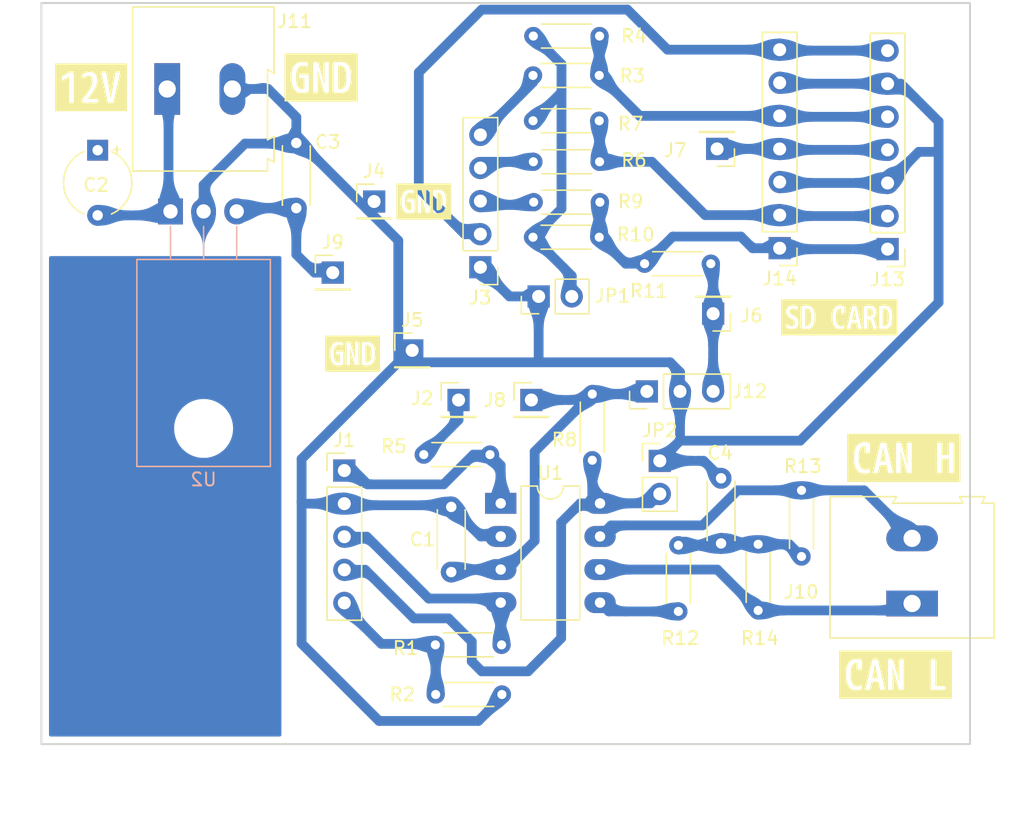
<source format=kicad_pcb>
(kicad_pcb (version 20211014) (generator pcbnew)
  (layers (0 "F.Cu" signal) (31 "B.Cu" signal) (34 "B.Paste" user) (35 "F.Paste" user) (36 "B.SilkS" user "B.Silkscreen") (37 "F.SilkS" user "F.Silkscreen") (38 "B.Mask" user) (39 "F.Mask" user) (44 "Edge.Cuts" user))
  (net 0 "")
  (net 1 "+5V")
  (net 2 "GND")
  (net 3 "+12V")
  (net 4 "Net-(C4-Pad1)")
  (net 5 "/TXD")
  (net 6 "/RXD")
  (net 7 "/STBY")
  (net 8 "/RX-pin")
  (net 9 "/MISO")
  (net 10 "/CANL")
  (net 11 "/CANH")
  (net 12 "+3V3")
  (net 13 "/SS")
  (net 14 "/MOSI")
  (net 15 "/CLK")
  (net 16 "Net-(JP1-Pad2)")
  (net 17 "/TX-pin")
  (net 18 "/SPL")
  (net 19 "Net-(J3-Pad3)")
  (net 20 "Net-(J3-Pad4)")
  (net 21 "Net-(J3-Pad5)")
  (footprint "TerminalBlock:TerminalBlock_Altech_AK300-2_P5.00mm" (layer "F.Cu") (at 152.4 94.107 90)
    (fp_text reference "J10")
    (fp_text value "Screw_Terminal_01x02")
  )
  (footprint "Resistor_THT:R_Axial_DIN0204_L3.6mm_D1.6mm_P5.08mm_Horizontal" (layer "F.Cu") (at 128.4224 50.546 180)
    (fp_text reference "R4")
    (fp_text value "R_Small")
  )
  (footprint "kibuzzard-62CE62DA" (layer "F.Cu") (at 151.13 99.568)
    (fp_text reference "kibuzzard-62CE62DA" hide)
    (fp_text value "G***" hide)
  )
  (footprint "Resistor_THT:R_Axial_DIN0204_L3.6mm_D1.6mm_P5.08mm_Horizontal" (layer "F.Cu") (at 128.397 65.9892 180)
    (fp_text reference "R10")
    (fp_text value "R_Small")
  )
  (footprint "Resistor_THT:R_Axial_DIN0204_L3.6mm_D1.6mm_P5.08mm_Horizontal" (layer "F.Cu") (at 134.4676 89.6366 -90)
    (fp_text reference "R12")
    (fp_text value "300 optional")
  )
  (footprint "Connector_PinHeader_2.54mm:PinHeader_1x07_P2.54mm_Vertical" (layer "F.Cu") (at 142.24 66.8324 180)
    (fp_text reference "J14")
    (fp_text value "SD_SPI")
  )
  (footprint "Connector_PinHeader_2.54mm:PinHeader_1x01_P2.54mm_Vertical" (layer "F.Cu") (at 117.602 78.486)
    (fp_text reference "J2")
    (fp_text value "Conn_01x01")
  )
  (footprint "Resistor_THT:R_Axial_DIN0204_L3.6mm_D1.6mm_P5.08mm_Horizontal" (layer "F.Cu") (at 114.935 82.677)
    (fp_text reference "R5")
    (fp_text value "R_Small")
  )
  (footprint "Connector_PinHeader_2.54mm:PinHeader_1x01_P2.54mm_Vertical" (layer "F.Cu") (at 137.4394 59.2074 180)
    (fp_text reference "J7")
    (fp_text value "Conn_01x01")
  )
  (footprint "TerminalBlock:TerminalBlock_Altech_AK300-2_P5.00mm" (layer "F.Cu") (at 95.25 54.61)
    (fp_text reference "J11")
    (fp_text value "Screw_Terminal_01x02")
  )
  (footprint "Resistor_THT:R_Axial_DIN0204_L3.6mm_D1.6mm_P5.08mm_Horizontal" (layer "F.Cu") (at 120.904 97.282 180)
    (fp_text reference "R1")
    (fp_text value "R_Small")
  )
  (footprint "Connector_PinHeader_2.54mm:PinHeader_1x01_P2.54mm_Vertical" (layer "F.Cu") (at 107.95 68.707)
    (fp_text reference "J9")
    (fp_text value "Conn_01x01")
  )
  (footprint "kibuzzard-62CE6305" (layer "F.Cu") (at 146.812 72.136)
    (fp_text reference "kibuzzard-62CE6305" hide)
    (fp_text value "G***" hide)
  )
  (footprint "kibuzzard-62CE62ED" (layer "F.Cu") (at 109.474 74.93)
    (fp_text reference "kibuzzard-62CE62ED" hide)
    (fp_text value "G***" hide)
  )
  (footprint "Capacitor_THT:C_Disc_D4.3mm_W1.9mm_P5.00mm" (layer "F.Cu") (at 105.156 63.754 90)
    (fp_text reference "C3")
    (fp_text value "C_Small")
  )
  (footprint "kibuzzard-62CE62ED" (layer "F.Cu") (at 114.935 63.246)
    (fp_text reference "kibuzzard-62CE62ED" hide)
    (fp_text value "G***" hide)
  )
  (footprint "Resistor_THT:R_Axial_DIN0204_L3.6mm_D1.6mm_P5.08mm_Horizontal" (layer "F.Cu") (at 115.8494 101.092)
    (fp_text reference "R2")
    (fp_text value "R_Small")
  )
  (footprint "kibuzzard-62CE62D0" (layer "F.Cu") (at 151.765 82.931)
    (fp_text reference "kibuzzard-62CE62D0" hide)
    (fp_text value "G***" hide)
  )
  (footprint "Resistor_THT:R_Axial_DIN0204_L3.6mm_D1.6mm_P5.08mm_Horizontal" (layer "F.Cu") (at 127.8636 83.1088 90)
    (fp_text reference "R8")
    (fp_text value "10k")
  )
  (footprint "Capacitor_THT:C_Disc_D4.3mm_W1.9mm_P5.00mm" (layer "F.Cu") (at 137.7442 89.495 90)
    (fp_text reference "C4")
    (fp_text value "4.7n")
  )
  (footprint "kibuzzard-62CE62B6" (layer "F.Cu") (at 89.408 54.483)
    (fp_text reference "kibuzzard-62CE62B6" hide)
    (fp_text value "G***" hide)
  )
  (footprint "Capacitor_THT:CP_Radial_Tantal_D5.0mm_P5.00mm" (layer "F.Cu") (at 89.916 59.309 -90)
    (fp_text reference "C2")
    (fp_text value "C_Small")
  )
  (footprint "Capacitor_THT:C_Disc_D4.3mm_W1.9mm_P5.00mm" (layer "F.Cu") (at 117.0432 91.694 90)
    (fp_text reference "C1")
    (fp_text value "100n")
  )
  (footprint "Connector_PinHeader_2.54mm:PinHeader_1x03_P2.54mm_Vertical" (layer "F.Cu") (at 132.0546 77.8256 90)
    (fp_text reference "J12")
    (fp_text value "Conn_01x03")
  )
  (footprint "Connector_PinHeader_2.54mm:PinHeader_1x05_P2.54mm_Vertical" (layer "F.Cu") (at 108.839 83.9012)
    (fp_text reference "J1")
    (fp_text value "CAN ic")
  )
  (footprint "Connector_PinHeader_2.54mm:PinHeader_1x02_P2.54mm_Vertical" (layer "F.Cu") (at 133.0452 83.1546)
    (fp_text reference "JP2")
    (fp_text value "Jumper_2_Bridged")
  )
  (footprint "Resistor_THT:R_Axial_DIN0204_L3.6mm_D1.6mm_P5.08mm_Horizontal" (layer "F.Cu") (at 123.3678 63.2968)
    (fp_text reference "R9")
    (fp_text value "R_Small")
  )
  (footprint "Connector_PinHeader_2.54mm:PinHeader_1x01_P2.54mm_Vertical" (layer "F.Cu") (at 111.125 63.246)
    (fp_text reference "J4")
    (fp_text value "Conn_01x01")
  )
  (footprint "Resistor_THT:R_Axial_DIN0204_L3.6mm_D1.6mm_P5.08mm_Horizontal" (layer "F.Cu") (at 136.9568 68.0212 180)
    (fp_text reference "R11")
    (fp_text value "R_Small")
  )
  (footprint "Connector_PinHeader_2.54mm:PinHeader_1x02_P2.54mm_Vertical" (layer "F.Cu") (at 123.7488 70.5358 90)
    (fp_text reference "JP1")
    (fp_text value "Jumper_2_Bridged")
  )
  (footprint "Resistor_THT:R_Axial_DIN0204_L3.6mm_D1.6mm_P5.08mm_Horizontal" (layer "F.Cu") (at 128.397 57.0484 180)
    (fp_text reference "R7")
    (fp_text value "R_Small")
  )
  (footprint "Package_DIP:DIP-8_W7.62mm_LongPads" (layer "F.Cu") (at 120.8382 86.4208)
    (fp_text reference "U1")
    (fp_text value "MCP2561-E-P")
  )
  (footprint "Connector_PinHeader_2.54mm:PinHeader_1x01_P2.54mm_Vertical" (layer "F.Cu") (at 123.19 78.486)
    (fp_text reference "J8")
    (fp_text value "Conn_01x01")
  )
  (footprint "kibuzzard-62CE62BC" (layer "F.Cu") (at 107.061 53.721)
    (fp_text reference "kibuzzard-62CE62BC" hide)
    (fp_text value "G***" hide)
  )
  (footprint "Resistor_THT:R_Axial_DIN0204_L3.6mm_D1.6mm_P5.08mm_Horizontal" (layer "F.Cu") (at 140.589 89.5604 -90)
    (fp_text reference "R14")
    (fp_text value "60")
  )
  (footprint "Connector_PinHeader_2.54mm:PinHeader_1x01_P2.54mm_Vertical" (layer "F.Cu") (at 137.1346 71.8566 180)
    (fp_text reference "J6")
    (fp_text value "Conn_01x01")
  )
  (footprint "Resistor_THT:R_Axial_DIN0204_L3.6mm_D1.6mm_P5.08mm_Horizontal" (layer "F.Cu") (at 123.317 53.5686)
    (fp_text reference "R3")
    (fp_text value "R_Small")
  )
  (footprint "Connector_PinHeader_2.54mm:PinHeader_1x07_P2.54mm_Vertical" (layer "F.Cu") (at 150.5204 66.9036 180)
    (fp_text reference "J13")
    (fp_text value "SD_SPI")
  )
  (footprint "Resistor_THT:R_Axial_DIN0204_L3.6mm_D1.6mm_P5.08mm_Horizontal" (layer "F.Cu") (at 123.3424 60.198)
    (fp_text reference "R6")
    (fp_text value "R_Small")
  )
  (footprint "Connector_PinHeader_2.54mm:PinHeader_1x05_P2.54mm_Vertical" (layer "F.Cu") (at 119.2784 68.2956 180)
    (fp_text reference "J3")
    (fp_text value "ARDUINO_SPI")
  )
  (footprint "Resistor_THT:R_Axial_DIN0204_L3.6mm_D1.6mm_P5.08mm_Horizontal" (layer "F.Cu") (at 143.9164 85.4202 -90)
    (fp_text reference "R13")
    (fp_text value "60")
  )
  (footprint "Connector_PinHeader_2.54mm:PinHeader_1x01_P2.54mm_Vertical" (layer "F.Cu") (at 114.046 74.676)
    (fp_text reference "J5")
    (fp_text value "Conn_01x01")
  )
  (footprint "Package_TO_SOT_THT:TO-220-3_Horizontal_TabDown" (layer "B.Cu") (at 95.504 64.008)
    (fp_text reference "U2")
    (fp_text value "LF50_TO220")
  )
  (gr_rect (start 85.598 48.006) (end 156.845 104.902) (layer "Edge.Cuts") (width 0.15) (fill none))
  (segment (start 123.444 82.4484) (end 127.8636 78.0288) (width 0.75) (layer "B.Cu") (net 1))
  (segment (start 106.553 68.707) (end 105.156 67.31) (width 0.75) (layer "B.Cu") (net 1))
  (segment (start 131.8514 78.0288) (end 132.0546 77.8256) (width 0.75) (layer "B.Cu") (net 1))
  (segment (start 120.8382 91.5008) (end 121.2382 91.5008) (width 0.75) (layer "B.Cu") (net 1))
  (segment (start 105.156 63.754) (end 100.838 63.754) (width 0.75) (layer "B.Cu") (net 1))
  (segment (start 123.444 89.295) (end 123.444 82.4484) (width 0.75) (layer "B.Cu") (net 1))
  (segment (start 107.95 68.707) (end 106.553 68.707) (width 0.75) (layer "B.Cu") (net 1))
  (segment (start 100.838 63.754) (end 100.584 64.008) (width 0.75) (layer "B.Cu") (net 1))
  (segment (start 121.2382 91.5008) (end 123.444 89.295) (width 0.75) (layer "B.Cu") (net 1))
  (segment (start 117.0432 91.694) (end 117.2364 91.5008) (width 0.75) (layer "B.Cu") (net 1))
  (segment (start 105.156 67.31) (end 105.156 63.754) (width 0.75) (layer "B.Cu") (net 1))
  (segment (start 127.8636 78.0288) (end 131.8514 78.0288) (width 0.75) (layer "B.Cu") (net 1))
  (segment (start 123.19 78.486) (end 127.4064 78.486) (width 0.75) (layer "B.Cu") (net 1))
  (segment (start 127.4064 78.486) (end 127.8636 78.0288) (width 0.75) (layer "B.Cu") (net 1))
  (segment (start 117.2364 91.5008) (end 120.8382 91.5008) (width 0.75) (layer "B.Cu") (net 1))
  (segment (start 120.9294 101.3206) (end 119.126 103.124) (width 0.75) (layer "B.Cu") (net 2))
  (segment (start 136.4038 83.1546) (end 137.7442 84.495) (width 0.75) (layer "B.Cu") (net 2))
  (segment (start 142.3112 61.8236) (end 142.24 61.7524) (width 0.75) (layer "B.Cu") (net 2))
  (segment (start 105.5624 83.0072) (end 112.9792 75.5904) (width 0.75) (layer "B.Cu") (net 2))
  (segment (start 108.961 86.5632) (end 108.839 86.4412) (width 0.75) (layer "B.Cu") (net 2))
  (segment (start 112.9792 66.2432) (end 112.9792 75.5904) (width 0.75) (layer "B.Cu") (net 2))
  (segment (start 134.5946 76.3524) (end 134.5946 77.8256) (width 0.75) (layer "B.Cu") (net 2))
  (segment (start 123.825 75.5904) (end 133.8326 75.5904) (width 0.75) (layer "B.Cu") (net 2))
  (segment (start 105.109 58.801) (end 105.156 58.754) (width 0.75) (layer "B.Cu") (net 2))
  (segment (start 142.3112 54.2036) (end 142.24 54.1324) (width 0.75) (layer "B.Cu") (net 2))
  (segment (start 105.5624 90.1192) (end 105.5624 86.3092) (width 0.75) (layer "B.Cu") (net 2))
  (segment (start 154.432 59.436) (end 154.432 57.0992) (width 0.75) (layer "B.Cu") (net 2))
  (segment (start 154.432 59.436) (end 154.432 70.993) (width 0.75) (layer "B.Cu") (net 2))
  (segment (start 133.0452 83.1546) (end 136.4038 83.1546) (width 0.75) (layer "B.Cu") (net 2))
  (segment (start 105.6944 86.4412) (end 105.5624 86.3092) (width 0.75) (layer "B.Cu") (net 2))
  (segment (start 154.432 57.0992) (end 151.5364 54.2036) (width 0.75) (layer "B.Cu") (net 2))
  (segment (start 98.044 64.008) (end 98.044 68.199) (width 0.1) (layer "B.Cu") (net 2))
  (segment (start 152.908 59.436) (end 154.432 59.436) (width 0.75) (layer "B.Cu") (net 2))
  (segment (start 123.7488 70.5358) (end 121.5186 70.5358) (width 0.75) (layer "B.Cu") (net 2))
  (segment (start 123.7488 70.5358) (end 123.7488 75.5142) (width 0.75) (layer "B.Cu") (net 2))
  (segment (start 105.49 58.754) (end 112.9792 66.2432) (width 0.75) (layer "B.Cu") (net 2))
  (segment (start 101.219 58.801) (end 105.109 58.801) (width 0.75) (layer "B.Cu") (net 2))
  (segment (start 150.5204 54.2036) (end 142.3112 54.2036) (width 0.75) (layer "B.Cu") (net 2))
  (segment (start 150.5204 61.8236) (end 142.3112 61.8236) (width 0.75) (layer "B.Cu") (net 2))
  (segment (start 134.5946 81.6052) (end 134.5946 77.8256) (width 0.75) (layer "B.Cu") (net 2))
  (segment (start 150.5204 61.8236) (end 152.908 59.436) (width 0.75) (layer "B.Cu") (net 2))
  (segment (start 112.9792 75.5904) (end 123.825 75.5904) (width 0.75) (layer "B.Cu") (net 2))
  (segment (start 98.044 64.008) (end 98.044 61.976) (width 0.75) (layer "B.Cu") (net 2))
  (segment (start 105.5624 97.1804) (end 105.5624 90.2208) (width 0.75) (layer "B.Cu") (net 2))
  (segment (start 98.044 68.199) (end 97.79 68.453) (width 0.75) (layer "B.Cu") (net 2))
  (segment (start 154.432 70.993) (end 143.8198 81.6052) (width 0.75) (layer "B.Cu") (net 2))
  (segment (start 108.839 86.4412) (end 105.6944 86.4412) (width 0.75) (layer "B.Cu") (net 2))
  (segment (start 143.8198 81.6052) (end 134.5946 81.6052) (width 0.75) (layer "B.Cu") (net 2))
  (segment (start 119.126 103.124) (end 111.506 103.124) (width 0.75) (layer "B.Cu") (net 2))
  (segment (start 133.8326 75.5904) (end 134.5946 76.3524) (width 0.75) (layer "B.Cu") (net 2))
  (segment (start 119.31 88.9608) (end 117.0432 86.694) (width 0.75) (layer "B.Cu") (net 2))
  (segment (start 133.0452 83.1546) (end 134.5946 81.6052) (width 0.75) (layer "B.Cu") (net 2))
  (segment (start 117.0432 86.694) (end 116.9124 86.5632) (width 0.75) (layer "B.Cu") (net 2))
  (segment (start 100.25 54.61) (end 102.997 54.61) (width 0.75) (layer "B.Cu") (net 2))
  (segment (start 120.9294 101.092) (end 120.9294 101.3206) (width 0.75) (layer "B.Cu") (net 2))
  (segment (start 105.156 56.769) (end 105.156 58.754) (width 0.75) (layer "B.Cu") (net 2))
  (segment (start 102.997 54.61) (end 105.156 56.769) (width 0.75) (layer "B.Cu") (net 2))
  (segment (start 123.7488 75.5142) (end 123.825 75.5904) (width 0.75) (layer "B.Cu") (net 2))
  (segment (start 120.8382 88.9608) (end 119.31 88.9608) (width 0.75) (layer "B.Cu") (net 2))
  (segment (start 105.156 58.754) (end 105.49 58.754) (width 0.75) (layer "B.Cu") (net 2))
  (segment (start 116.9124 86.5632) (end 108.961 86.5632) (width 0.75) (layer "B.Cu") (net 2))
  (segment (start 151.5364 54.2036) (end 150.5204 54.2036) (width 0.75) (layer "B.Cu") (net 2))
  (segment (start 105.5624 86.3092) (end 105.5624 83.0072) (width 0.75) (layer "B.Cu") (net 2))
  (segment (start 121.5186 70.5358) (end 119.2784 68.2956) (width 0.75) (layer "B.Cu") (net 2))
  (segment (start 98.044 61.976) (end 101.219 58.801) (width 0.75) (layer "B.Cu") (net 2))
  (segment (start 111.506 103.124) (end 105.5624 97.1804) (width 0.75) (layer "B.Cu") (net 2))
  (segment (start 95.3516 63.8556) (end 95.504 64.008) (width 0.75) (layer "B.Cu") (net 3))
  (segment (start 95.3516 54.7116) (end 95.3516 63.8556) (width 0.75) (layer "B.Cu") (net 3))
  (segment (start 89.916 64.309) (end 95.203 64.309) (width 0.75) (layer "B.Cu") (net 3))
  (segment (start 95.203 64.309) (end 95.504 64.008) (width 0.75) (layer "B.Cu") (net 3))
  (segment (start 95.25 54.61) (end 95.3516 54.7116) (width 0.75) (layer "B.Cu") (net 3))
  (segment (start 142.9766 89.5604) (end 143.9164 90.5002) (width 0.75) (layer "B.Cu") (net 4))
  (segment (start 134.4676 89.6366) (end 137.6026 89.6366) (width 0.75) (layer "B.Cu") (net 4))
  (segment (start 137.7442 89.495) (end 140.5236 89.495) (width 0.75) (layer "B.Cu") (net 4))
  (segment (start 140.589 89.5604) (end 142.9766 89.5604) (width 0.75) (layer "B.Cu") (net 4))
  (segment (start 137.6026 89.6366) (end 137.7442 89.495) (width 0.75) (layer "B.Cu") (net 4))
  (segment (start 140.5236 89.495) (end 140.589 89.5604) (width 0.75) (layer "B.Cu") (net 4))
  (segment (start 118.745 82.677) (end 120.015 82.677) (width 0.75) (layer "B.Cu") (net 5))
  (segment (start 120.8382 83.5002) (end 120.015 82.677) (width 0.75) (layer "B.Cu") (net 5))
  (segment (start 109.5706 83.9012) (end 110.6324 84.963) (width 0.75) (layer "B.Cu") (net 5))
  (segment (start 108.839 83.9012) (end 109.5706 83.9012) (width 0.75) (layer "B.Cu") (net 5))
  (segment (start 116.459 84.963) (end 118.745 82.677) (width 0.75) (layer "B.Cu") (net 5))
  (segment (start 120.8382 86.4208) (end 120.8382 83.5002) (width 0.75) (layer "B.Cu") (net 5))
  (segment (start 110.6324 84.963) (end 116.459 84.963) (width 0.75) (layer "B.Cu") (net 5))
  (segment (start 115.316 93.726) (end 120.5234 93.726) (width 0.75) (layer "B.Cu") (net 6))
  (segment (start 110.5712 88.9812) (end 115.316 93.726) (width 0.75) (layer "B.Cu") (net 6))
  (segment (start 108.839 88.9812) (end 110.5712 88.9812) (width 0.75) (layer "B.Cu") (net 6))
  (segment (start 120.5234 93.726) (end 120.8382 94.0408) (width 0.75) (layer "B.Cu") (net 6))
  (segment (start 120.8382 97.2162) (end 120.904 97.282) (width 0.75) (layer "B.Cu") (net 6))
  (segment (start 120.8382 94.0408) (end 120.8382 97.2162) (width 0.75) (layer "B.Cu") (net 6))
  (segment (start 122.936 99.314) (end 125.476 96.774) (width 0.75) (layer "B.Cu") (net 7))
  (segment (start 116.84 95.25) (end 118.618 97.028) (width 0.75) (layer "B.Cu") (net 7))
  (segment (start 110.4442 91.5212) (end 114.173 95.25) (width 0.75) (layer "B.Cu") (net 7))
  (segment (start 126.9392 86.4208) (end 128.4582 86.4208) (width 0.75) (layer "B.Cu") (net 7))
  (segment (start 127.8636 85.8262) (end 128.4582 86.4208) (width 0.75) (layer "B.Cu") (net 7))
  (segment (start 125.476 87.884) (end 126.9392 86.4208) (width 0.75) (layer "B.Cu") (net 7))
  (segment (start 114.173 95.25) (end 116.84 95.25) (width 0.75) (layer "B.Cu") (net 7))
  (segment (start 118.618 98.552) (end 119.38 99.314) (width 0.75) (layer "B.Cu") (net 7))
  (segment (start 128.4582 86.4208) (end 132.319 86.4208) (width 0.75) (layer "B.Cu") (net 7))
  (segment (start 119.38 99.314) (end 122.936 99.314) (width 0.75) (layer "B.Cu") (net 7))
  (segment (start 127.8636 83.1088) (end 127.8636 85.8262) (width 0.75) (layer "B.Cu") (net 7))
  (segment (start 132.319 86.4208) (end 133.0452 85.6946) (width 0.75) (layer "B.Cu") (net 7))
  (segment (start 118.618 97.028) (end 118.618 98.552) (width 0.75) (layer "B.Cu") (net 7))
  (segment (start 108.839 91.5212) (end 110.4442 91.5212) (width 0.75) (layer "B.Cu") (net 7))
  (segment (start 125.476 96.774) (end 125.476 87.884) (width 0.75) (layer "B.Cu") (net 7))
  (segment (start 115.8494 101.092) (end 115.8494 97.3074) (width 0.75) (layer "B.Cu") (net 8))
  (segment (start 115.8494 97.3074) (end 115.824 97.282) (width 0.75) (layer "B.Cu") (net 8))
  (segment (start 115.824 97.282) (end 115.7478 97.2058) (width 0.75) (layer "B.Cu") (net 8))
  (segment (start 115.7478 97.2058) (end 111.6838 97.2058) (width 0.75) (layer "B.Cu") (net 8))
  (segment (start 108.839 94.361) (end 108.839 94.0612) (width 0.75) (layer "B.Cu") (net 8))
  (segment (start 111.6838 97.2058) (end 108.839 94.361) (width 0.75) (layer "B.Cu") (net 8))
  (segment (start 119.38 48.514) (end 114.554 53.34) (width 0.75) (layer "B.Cu") (net 9))
  (segment (start 133.6344 51.5924) (end 130.556 48.514) (width 0.75) (layer "B.Cu") (net 9))
  (segment (start 150.5204 51.6636) (end 142.3112 51.6636) (width 0.75) (layer "B.Cu") (net 9))
  (segment (start 142.3112 51.6636) (end 142.24 51.5924) (width 0.75) (layer "B.Cu") (net 9))
  (segment (start 114.554 53.34) (end 114.554 62.23) (width 0.75) (layer "B.Cu") (net 9))
  (segment (start 130.556 48.514) (end 119.38 48.514) (width 0.75) (layer "B.Cu") (net 9))
  (segment (start 118.0796 65.7556) (end 119.2784 65.7556) (width 0.75) (layer "B.Cu") (net 9))
  (segment (start 114.554 62.23) (end 118.0796 65.7556) (width 0.75) (layer "B.Cu") (net 9))
  (segment (start 142.24 51.5924) (end 133.6344 51.5924) (width 0.75) (layer "B.Cu") (net 9))
  (segment (start 137.4494 91.5008) (end 140.589 94.6404) (width 0.75) (layer "B.Cu") (net 10))
  (segment (start 140.589 94.6404) (end 151.8666 94.6404) (width 0.75) (layer "B.Cu") (net 10))
  (segment (start 151.8666 94.6404) (end 152.4 94.107) (width 0.75) (layer "B.Cu") (net 10))
  (segment (start 128.4582 91.5008) (end 137.4494 91.5008) (width 0.75) (layer "B.Cu") (net 10))
  (segment (start 152.4 89.107) (end 148.7132 85.4202) (width 0.75) (layer "B.Cu") (net 11))
  (segment (start 139.010341 85.4202) (end 136.317941 88.1126) (width 0.75) (layer "B.Cu") (net 11))
  (segment (start 129.3064 88.1126) (end 128.4582 88.9608) (width 0.75) (layer "B.Cu") (net 11))
  (segment (start 148.7132 85.4202) (end 143.9164 85.4202) (width 0.75) (layer "B.Cu") (net 11))
  (segment (start 143.9164 85.4202) (end 139.010341 85.4202) (width 0.75) (layer "B.Cu") (net 11))
  (segment (start 136.317941 88.1126) (end 129.3064 88.1126) (width 0.75) (layer "B.Cu") (net 11))
  (segment (start 142.235 59.2074) (end 142.24 59.2124) (width 0.75) (layer "B.Cu") (net 12))
  (segment (start 137.4394 59.2074) (end 142.235 59.2074) (width 0.75) (layer "B.Cu") (net 12))
  (segment (start 137.1346 71.8566) (end 137.1346 77.8256) (width 0.75) (layer "B.Cu") (net 12))
  (segment (start 142.3112 59.2836) (end 142.24 59.2124) (width 0.75) (layer "B.Cu") (net 12))
  (segment (start 150.5204 59.2836) (end 142.3112 59.2836) (width 0.75) (layer "B.Cu") (net 12))
  (segment (start 137.1346 68.199) (end 136.9568 68.0212) (width 0.75) (layer "B.Cu") (net 12))
  (segment (start 137.1346 71.8566) (end 137.1346 68.199) (width 0.75) (layer "B.Cu") (net 12))
  (segment (start 142.24 66.8324) (end 140.1622 66.8324) (width 0.75) (layer "B.Cu") (net 13))
  (segment (start 128.397 65.9892) (end 128.397 63.3476) (width 0.75) (layer "B.Cu") (net 13))
  (segment (start 130.429 68.0212) (end 128.397 65.9892) (width 0.75) (layer "B.Cu") (net 13))
  (segment (start 139.2682 65.9384) (end 134.0358 65.9384) (width 0.75) (layer "B.Cu") (net 13))
  (segment (start 128.397 63.3476) (end 128.4478 63.2968) (width 0.75) (layer "B.Cu") (net 13))
  (segment (start 131.8768 68.0212) (end 130.429 68.0212) (width 0.75) (layer "B.Cu") (net 13))
  (segment (start 142.3112 66.9036) (end 142.24 66.8324) (width 0.75) (layer "B.Cu") (net 13))
  (segment (start 131.953 68.0212) (end 131.8768 68.0212) (width 0.75) (layer "B.Cu") (net 13))
  (segment (start 140.1622 66.8324) (end 139.2682 65.9384) (width 0.75) (layer "B.Cu") (net 13))
  (segment (start 134.0358 65.9384) (end 131.953 68.0212) (width 0.75) (layer "B.Cu") (net 13))
  (segment (start 150.5204 66.9036) (end 142.3112 66.9036) (width 0.75) (layer "B.Cu") (net 13))
  (segment (start 142.24 64.2924) (end 136.53 64.2924) (width 0.75) (layer "B.Cu") (net 14))
  (segment (start 128.4224 60.198) (end 128.4224 57.0738) (width 0.75) (layer "B.Cu") (net 14))
  (segment (start 132.4356 60.198) (end 128.4224 60.198) (width 0.75) (layer "B.Cu") (net 14))
  (segment (start 150.5204 64.3636) (end 142.3112 64.3636) (width 0.75) (layer "B.Cu") (net 14))
  (segment (start 128.4224 57.0738) (end 128.397 57.0484) (width 0.75) (layer "B.Cu") (net 14))
  (segment (start 142.3112 64.3636) (end 142.24 64.2924) (width 0.75) (layer "B.Cu") (net 14))
  (segment (start 136.53 64.2924) (end 132.4356 60.198) (width 0.75) (layer "B.Cu") (net 14))
  (segment (start 128.397 53.5686) (end 128.397 50.5714) (width 0.75) (layer "B.Cu") (net 15))
  (segment (start 150.5204 56.7436) (end 142.3112 56.7436) (width 0.75) (layer "B.Cu") (net 15))
  (segment (start 142.24 56.6724) (end 131.5008 56.6724) (width 0.75) (layer "B.Cu") (net 15))
  (segment (start 142.3112 56.7436) (end 142.24 56.6724) (width 0.75) (layer "B.Cu") (net 15))
  (segment (start 131.5008 56.6724) (end 128.397 53.5686) (width 0.75) (layer "B.Cu") (net 15))
  (segment (start 128.397 50.5714) (end 128.4224 50.546) (width 0.75) (layer "B.Cu") (net 15))
  (segment (start 126.2888 68.961) (end 126.2888 70.5358) (width 0.75) (layer "B.Cu") (net 16))
  (segment (start 123.317 65.9892) (end 126.2888 68.961) (width 0.75) (layer "B.Cu") (net 16))
  (segment (start 125.5014 63.8048) (end 123.317 65.9892) (width 0.75) (layer "B.Cu") (net 16))
  (segment (start 125.5014 54.864) (end 125.5014 52.705) (width 0.75) (layer "B.Cu") (net 16))
  (segment (start 123.317 57.0484) (end 125.5014 54.864) (width 0.75) (layer "B.Cu") (net 16))
  (segment (start 125.5014 52.705) (end 123.3424 50.546) (width 0.75) (layer "B.Cu") (net 16))
  (segment (start 125.5014 54.864) (end 125.5014 63.8048) (width 0.75) (layer "B.Cu") (net 16))
  (segment (start 117.602 78.486) (end 117.602 80.01) (width 0.75) (layer "B.Cu") (net 17))
  (segment (start 117.602 80.01) (end 114.935 82.677) (width 0.75) (layer "B.Cu") (net 17))
  (segment (start 129.134 94.7166) (end 128.4582 94.0408) (width 0.75) (layer "B.Cu") (net 18))
  (segment (start 134.4676 94.7166) (end 129.134 94.7166) (width 0.75) (layer "B.Cu") (net 18))
  (segment (start 119.5628 63.5) (end 119.2784 63.2156) (width 0.75) (layer "B.Cu") (net 19))
  (segment (start 123.1646 63.5) (end 119.5628 63.5) (width 0.75) (layer "B.Cu") (net 19))
  (segment (start 123.3678 63.2968) (end 123.1646 63.5) (width 0.75) (layer "B.Cu") (net 19))
  (segment (start 123.3424 60.198) (end 119.756 60.198) (width 0.75) (layer "B.Cu") (net 20))
  (segment (start 119.756 60.198) (end 119.2784 60.6756) (width 0.75) (layer "B.Cu") (net 20))
  (segment (start 119.2784 58.1356) (end 123.317 54.097) (width 0.75) (layer "B.Cu") (net 21))
  (segment (start 123.317 54.097) (end 123.317 53.5686) (width 0.75) (layer "B.Cu") (net 21))
  (zone (net 13) (net_name "/SS") (layer "B.Cu") (priority 16962) (connect_pads yes (clearance 0)) (min_thickness 0.0254) (fill yes (thermal_gap 0.508) (thermal_bridge_width 0.508))
    (polygon (pts (xy 133.137403 66.306467) (xy 133.012793 66.42686) (xy 132.898175 66.529423) (xy 132.792141 66.616453) (xy 132.693284 66.690246) (xy 132.600196 66.753099) (xy 132.511472 66.807307) (xy 132.425704 66.855168) (xy 132.341485 66.898978) (xy 132.257407 66.941033) (xy 132.172064 66.983631) (xy 132.084049 67.029066) (xy 131.991955 67.079637) (xy 131.894375 67.137639) (xy 131.789901 67.205368) (xy 131.677126 67.285122) (xy 131.554645 67.379197) (xy 131.421049 67.48989) (xy 131.611145 68.249075) (xy 132.371774 68.516174) (xy 132.494609 68.389514) (xy 132.599968 68.273307) (xy 132.690182 68.166158) (xy 132.76758 68.066675) (xy 132.834492 67.973462) (xy 132.893249 67.885128) (xy 132.946181 67.800277) (xy 132.995617 67.717517) (xy 133.043888 67.635454) (xy 133.093325 67.552694) (xy 133.146256 67.467843) (xy 133.205013 67.379508) (xy 133.271926 67.286296) (xy 133.349324 67.186812) (xy 133.439537 67.079663) (xy 133.544897 66.963456) (xy 133.667733 66.836797)))
  )
  (zone (net 7) (net_name "/STBY") (layer "B.Cu") (priority 16962) (connect_pads yes (clearance 0)) (min_thickness 0.0254) (fill yes (thermal_gap 0.508) (thermal_bridge_width 0.508))
    (polygon (pts (xy 127.4886 84.267092) (xy 127.490291 84.446873) (xy 127.495089 84.606745) (xy 127.50258 84.749361) (xy 127.51235 84.877377) (xy 127.523983 84.993448) (xy 127.537067 85.100226) (xy 127.551185 85.200369) (xy 127.565926 85.296529) (xy 127.580873 85.391362) (xy 127.595614 85.487522) (xy 127.609732 85.587665) (xy 127.622816 85.694443) (xy 127.634449 85.810514) (xy 127.644219 85.93853) (xy 127.65171 86.081146) (xy 127.656508 86.241018) (xy 127.6582 86.4208) (xy 128.741042 86.703642) (xy 129.023885 85.855115) (xy 128.918142 85.75002) (xy 128.821727 85.654692) (xy 128.734262 85.56747) (xy 128.655371 85.486692) (xy 128.584677 85.410697) (xy 128.521803 85.337824) (xy 128.466374 85.26641) (xy 128.418011 85.194796) (xy 128.376338 85.121319) (xy 128.340979 85.044318) (xy 128.311557 84.962132) (xy 128.287695 84.873099) (xy 128.269016 84.775559) (xy 128.255144 84.667849) (xy 128.245701 84.548309) (xy 128.240312 84.415277) (xy 128.2386 84.267092)))
  )
  (zone (net 2) (net_name "GND") (layer "B.Cu") (priority 16962) (connect_pads yes (clearance 0)) (min_thickness 0.0254) (fill yes (thermal_gap 0.508) (thermal_bridge_width 0.508))
    (polygon (pts (xy 134.9696 80.3656) (xy 134.974337 80.150922) (xy 134.987776 79.960719) (xy 135.008756 79.791727) (xy 135.036117 79.640684) (xy 135.068699 79.504325) (xy 135.105341 79.379388) (xy 135.144884 79.262609) (xy 135.186168 79.150726) (xy 135.228031 79.040473) (xy 135.269315 78.92859) (xy 135.308858 78.811811) (xy 135.3455 78.686874) (xy 135.378082 78.550515) (xy 135.405443 78.399472) (xy 135.426423 78.23048) (xy 135.439862 78.040277) (xy 135.4446 77.8256) (xy 134.5946 77.4006) (xy 133.7446 77.8256) (xy 133.749337 78.040277) (xy 133.762776 78.23048) (xy 133.783756 78.399472) (xy 133.811117 78.550515) (xy 133.843699 78.686874) (xy 133.880341 78.811811) (xy 133.919884 78.92859) (xy 133.961168 79.040473) (xy 134.003031 79.150726) (xy 134.044315 79.262609) (xy 134.083858 79.379388) (xy 134.1205 79.504325) (xy 134.153082 79.640684) (xy 134.180443 79.791727) (xy 134.201423 79.960719) (xy 134.214862 80.150922) (xy 134.2196 80.3656)))
  )
  (zone (net 6) (net_name "/RXD") (layer "B.Cu") (priority 16962) (connect_pads yes (clearance 0)) (min_thickness 0.0254) (fill yes (thermal_gap 0.508) (thermal_bridge_width 0.508))
    (polygon (pts (xy 120.4632 95.1762) (xy 120.460614 95.352669) (xy 120.453281 95.509414) (xy 120.441833 95.649064) (xy 120.426902 95.774249) (xy 120.409123 95.8876) (xy 120.389127 95.991746) (xy 120.367549 96.089317) (xy 120.345022 96.182944) (xy 120.322177 96.275255) (xy 120.29965 96.368882) (xy 120.278072 96.466453) (xy 120.258076 96.570599) (xy 120.240297 96.68395) (xy 120.225366 96.809135) (xy 120.213918 96.948785) (xy 120.206585 97.10553) (xy 120.204 97.282) (xy 120.936488 97.630488) (xy 121.600977 97.217023) (xy 121.582038 97.045153) (xy 121.559645 96.892809) (xy 121.534393 96.757382) (xy 121.506876 96.636261) (xy 121.477686 96.526838) (xy 121.447419 96.426502) (xy 121.416668 96.332644) (xy 121.386027 96.242653) (xy 121.356089 96.153921) (xy 121.32745 96.063838) (xy 121.300702 95.969793) (xy 121.27644 95.869178) (xy 121.255257 95.759382) (xy 121.237748 95.637796) (xy 121.224506 95.50181) (xy 121.216125 95.348814) (xy 121.2132 95.1762)))
  )
  (zone (net 3) (net_name "+12V") (layer "B.Cu") (priority 16962) (connect_pads yes (clearance 0)) (min_thickness 0.0254) (fill yes (thermal_gap 0.508) (thermal_bridge_width 0.508))
    (polygon (pts (xy 92.306 63.934) (xy 92.104288 63.929761) (xy 91.925498 63.917737) (xy 91.766573 63.898965) (xy 91.624457 63.874484) (xy 91.496093 63.845332) (xy 91.378426 63.812546) (xy 91.268399 63.777166) (xy 91.162957 63.740228) (xy 91.059042 63.702771) (xy 90.9536 63.665833) (xy 90.843573 63.630453) (xy 90.725906 63.597667) (xy 90.597542 63.568515) (xy 90.455426 63.544034) (xy 90.296501 63.525262) (xy 90.117711 63.513238) (xy 89.916 63.509) (xy 89.516 64.309) (xy 89.916 65.109) (xy 90.117711 65.104761) (xy 90.296501 65.092737) (xy 90.455426 65.073965) (xy 90.597542 65.049484) (xy 90.725906 65.020332) (xy 90.843573 64.987546) (xy 90.9536 64.952166) (xy 91.059042 64.915228) (xy 91.162957 64.877771) (xy 91.268399 64.840833) (xy 91.378426 64.805453) (xy 91.496093 64.772667) (xy 91.624457 64.743515) (xy 91.766573 64.719034) (xy 91.925498 64.700262) (xy 92.104288 64.688238) (xy 92.306 64.684)))
  )
  (zone (net 10) (net_name "/CANL") (layer "B.Cu") (priority 16962) (connect_pads yes (clearance 0)) (min_thickness 0.0254) (fill yes (thermal_gap 0.508) (thermal_bridge_width 0.508))
    (polygon (pts (xy 149.5766 95.0154) (xy 149.81173 95.016213) (xy 150.020967 95.018522) (xy 150.207764 95.022126) (xy 150.375572 95.026826) (xy 150.527845 95.032424) (xy 150.668035 95.038719) (xy 150.799593 95.045512) (xy 150.925973 95.052604) (xy 151.050626 95.059795) (xy 151.177006 95.066887) (xy 151.308564 95.07368) (xy 151.448754 95.079975) (xy 151.601027 95.085573) (xy 151.768835 95.090273) (xy 151.955632 95.093877) (xy 152.164869 95.096186) (xy 152.4 95.097) (xy 152.818354 93.842416) (xy 151.870832 93.270292) (xy 151.694972 93.384691) (xy 151.538472 93.492018) (xy 151.398481 93.592289) (xy 151.272151 93.685523) (xy 151.156631 93.771737) (xy 151.049074 93.850951) (xy 150.94663 93.923181) (xy 150.84645 93.988447) (xy 150.745685 94.046766) (xy 150.641485 94.098156) (xy 150.531002 94.142635) (xy 150.411386 94.180222) (xy 150.279789 94.210934) (xy 150.13336 94.23479) (xy 149.969252 94.251807) (xy 149.784615 94.262004) (xy 149.5766 94.2654)))
  )
  (zone (net 5) (net_name "/TXD") (layer "B.Cu") (priority 16962) (connect_pads yes (clearance 0)) (min_thickness 0.0254) (fill yes (thermal_gap 0.508) (thermal_bridge_width 0.508))
    (polygon (pts (xy 120.4632 84.0308) (xy 120.458961 84.232511) (xy 120.446937 84.411301) (xy 120.428165 84.570226) (xy 120.403684 84.712342) (xy 120.374532 84.840706) (xy 120.341746 84.958373) (xy 120.306366 85.0684) (xy 120.269428 85.173842) (xy 120.231971 85.277757) (xy 120.195033 85.383199) (xy 120.159653 85.493226) (xy 120.126867 85.610893) (xy 120.097715 85.739257) (xy 120.073234 85.881373) (xy 120.054462 86.040298) (xy 120.042438 86.219088) (xy 120.0382 86.4208) (xy 120.8382 86.8208) (xy 121.6382 86.4208) (xy 121.633961 86.219088) (xy 121.621937 86.040298) (xy 121.603165 85.881373) (xy 121.578684 85.739257) (xy 121.549532 85.610893) (xy 121.516746 85.493226) (xy 121.481366 85.383199) (xy 121.444428 85.277757) (xy 121.406971 85.173842) (xy 121.370033 85.0684) (xy 121.334653 84.958373) (xy 121.301867 84.840706) (xy 121.272715 84.712342) (xy 121.248234 84.570226) (xy 121.229462 84.411301) (xy 121.217438 84.232511) (xy 121.2132 84.0308)))
  )
  (zone (net 21) (net_name "Net-(J3-Pad5)") (layer "B.Cu") (priority 16962) (connect_pads yes (clearance 0)) (min_thickness 0.0254) (fill yes (thermal_gap 0.508) (thermal_bridge_width 0.508))
    (polygon (pts (xy 122.436653 55.507677) (xy 122.553697 55.389946) (xy 122.657187 55.28451) (xy 122.748931 55.189728) (xy 122.830736 55.103961) (xy 122.904409 55.02557) (xy 122.971757 54.952916) (xy 123.034587 54.88436) (xy 123.094706 54.818263) (xy 123.153921 54.752986) (xy 123.21404 54.686889) (xy 123.27687 54.618333) (xy 123.344218 54.545679) (xy 123.41789 54.467289) (xy 123.499695 54.381522) (xy 123.591439 54.28674) (xy 123.694929 54.181304) (xy 123.811974 54.063574) (xy 123.394622 53.227317) (xy 122.634433 53.413355) (xy 122.603225 53.554475) (xy 122.576351 53.681975) (xy 122.552652 53.797349) (xy 122.530972 53.902095) (xy 122.510154 53.997708) (xy 122.48904 54.085685) (xy 122.466472 54.167522) (xy 122.441295 54.244714) (xy 122.412351 54.318759) (xy 122.378483 54.391153) (xy 122.338533 54.463391) (xy 122.291344 54.53697) (xy 122.23576 54.613386) (xy 122.170623 54.694136) (xy 122.094775 54.780715) (xy 122.007061 54.87462) (xy 121.906323 54.977347)))
  )
  (zone (net 2) (net_name "GND") (layer "B.Cu") (priority 16962) (connect_pads yes (clearance 0)) (min_thickness 0.0254) (fill yes (thermal_gap 0.508) (thermal_bridge_width 0.508))
    (polygon (pts (xy 152.051285 59.762385) (xy 151.896135 59.910835) (xy 151.752138 60.035826) (xy 151.617808 60.140486) (xy 151.491657 60.227942) (xy 151.372198 60.301324) (xy 151.257944 60.363757) (xy 151.147408 60.418371) (xy 151.039103 60.468293) (xy 150.931541 60.516652) (xy 150.823235 60.566574) (xy 150.712699 60.621188) (xy 150.598445 60.683621) (xy 150.478986 60.757002) (xy 150.352835 60.844459) (xy 150.218505 60.949119) (xy 150.074509 61.07411) (xy 149.91936 61.22256) (xy 150.21988 62.12412) (xy 151.12144 62.42464) (xy 151.269889 62.26949) (xy 151.39488 62.125494) (xy 151.49954 61.991164) (xy 151.586997 61.865013) (xy 151.660378 61.745554) (xy 151.722811 61.6313) (xy 151.777425 61.520764) (xy 151.827347 61.412458) (xy 151.875706 61.304896) (xy 151.925628 61.196591) (xy 151.980242 61.086055) (xy 152.042675 60.971801) (xy 152.116057 60.852342) (xy 152.203513 60.726191) (xy 152.308173 60.591861) (xy 152.433164 60.447864) (xy 152.581615 60.292715)))
  )
  (zone (net 13) (net_name "/SS") (layer "B.Cu") (priority 16962) (connect_pads yes (clearance 0)) (min_thickness 0.0254) (fill yes (thermal_gap 0.508) (thermal_bridge_width 0.508))
    (polygon (pts (xy 128.772 65.3976) (xy 128.774993 65.224419) (xy 128.78355 65.070899) (xy 128.797031 64.934424) (xy 128.8148 64.812374) (xy 128.83622 64.702132) (xy 128.860652 64.601081) (xy 128.887461 64.506602) (xy 128.916007 64.416078) (xy 128.945654 64.326892) (xy 128.975764 64.236424) (xy 129.0057 64.142059) (xy 129.034825 64.041178) (xy 129.062501 63.931162) (xy 129.088091 63.809395) (xy 129.110956 63.673259) (xy 129.130461 63.520136) (xy 129.145968 63.347409) (xy 128.473104 62.947716) (xy 127.7478 63.2968) (xy 127.750534 63.472994) (xy 127.758292 63.629456) (xy 127.770403 63.768818) (xy 127.786198 63.89371) (xy 127.805006 64.006763) (xy 127.826158 64.110608) (xy 127.848985 64.207875) (xy 127.872816 64.301197) (xy 127.896983 64.393202) (xy 127.920814 64.486524) (xy 127.943641 64.583791) (xy 127.964793 64.687636) (xy 127.983601 64.800689) (xy 127.999396 64.925581) (xy 128.011507 65.064943) (xy 128.019265 65.221405) (xy 128.022 65.3976)))
  )
  (zone (net 1) (net_name "+5V") (layer "B.Cu") (priority 16962) (connect_pads yes (clearance 0)) (min_thickness 0.0254) (fill yes (thermal_gap 0.508) (thermal_bridge_width 0.508))
    (polygon (pts (xy 129.5214 78.4038) (xy 129.73335 78.40651) (xy 129.921699 78.4142) (xy 130.089592 78.426205) (xy 130.240177 78.441861) (xy 130.376601 78.460505) (xy 130.502011 78.481472) (xy 130.619553 78.504099) (xy 130.732375 78.527722) (xy 130.843624 78.551677) (xy 130.956446 78.5753) (xy 131.073988 78.597927) (xy 131.199398 78.618894) (xy 131.335822 78.637538) (xy 131.486407 78.653194) (xy 131.6543 78.665199) (xy 131.842649 78.672889) (xy 132.0546 78.6756) (xy 132.467498 77.724903) (xy 131.853206 76.999804) (xy 131.657883 77.051175) (xy 131.485085 77.103664) (xy 131.331762 77.156726) (xy 131.194861 77.209815) (xy 131.071332 77.262383) (xy 130.958123 77.313885) (xy 130.852184 77.363774) (xy 130.750464 77.411505) (xy 130.649912 77.45653) (xy 130.547476 77.498304) (xy 130.440105 77.53628) (xy 130.324749 77.569913) (xy 130.198356 77.598655) (xy 130.057876 77.621962) (xy 129.900257 77.639285) (xy 129.722449 77.65008) (xy 129.5214 77.6538)))
  )
  (zone (net 8) (net_name "/RX-pin") (layer "B.Cu") (priority 16962) (connect_pads yes (clearance 0)) (min_thickness 0.0254) (fill yes (thermal_gap 0.508) (thermal_bridge_width 0.508))
    (polygon (pts (xy 115.4744 99.002) (xy 115.471158 99.177829) (xy 115.461963 99.333826) (xy 115.447608 99.472634) (xy 115.428888 99.596897) (xy 115.406595 99.709261) (xy 115.381523 99.812369) (xy 115.354468 99.908865) (xy 115.326221 100.001396) (xy 115.297578 100.092603) (xy 115.269331 100.185134) (xy 115.242276 100.28163) (xy 115.217204 100.384738) (xy 115.194911 100.497102) (xy 115.176191 100.621365) (xy 115.161836 100.760173) (xy 115.152641 100.91617) (xy 115.1494 101.092) (xy 115.8494 101.442) (xy 116.5494 101.092) (xy 116.546158 100.91617) (xy 116.536963 100.760173) (xy 116.522608 100.621365) (xy 116.503888 100.497102) (xy 116.481595 100.384738) (xy 116.456523 100.28163) (xy 116.429468 100.185134) (xy 116.401221 100.092603) (xy 116.372578 100.001396) (xy 116.344331 99.908865) (xy 116.317276 99.812369) (xy 116.292204 99.709261) (xy 116.269911 99.596897) (xy 116.251191 99.472634) (xy 116.236836 99.333826) (xy 116.227641 99.177829) (xy 116.2244 99.002)))
  )
  (zone (net 14) (net_name "/MOSI") (layer "B.Cu") (priority 16962) (connect_pads yes (clearance 0)) (min_thickness 0.0254) (fill yes (thermal_gap 0.508) (thermal_bridge_width 0.508))
    (polygon (pts (xy 139.7 64.6674) (xy 139.914677 64.672137) (xy 140.10488 64.685576) (xy 140.273872 64.706556) (xy 140.424915 64.733917) (xy 140.561274 64.766499) (xy 140.686211 64.803141) (xy 140.80299 64.842684) (xy 140.914873 64.883968) (xy 141.025126 64.925831) (xy 141.137009 64.967115) (xy 141.253788 65.006658) (xy 141.378725 65.0433) (xy 141.515084 65.075882) (xy 141.666127 65.103243) (xy 141.835119 65.124223) (xy 142.025322 65.137662) (xy 142.24 65.1424) (xy 142.665 64.2924) (xy 142.24 63.4424) (xy 142.025322 63.447137) (xy 141.835119 63.460576) (xy 141.666127 63.481556) (xy 141.515084 63.508917) (xy 141.378725 63.541499) (xy 141.253788 63.578141) (xy 141.137009 63.617684) (xy 141.025126 63.658968) (xy 140.914873 63.700831) (xy 140.80299 63.742115) (xy 140.686211 63.781658) (xy 140.561274 63.8183) (xy 140.424915 63.850882) (xy 140.273872 63.878243) (xy 140.10488 63.899223) (xy 139.914677 63.912662) (xy 139.7 63.9174)))
  )
  (zone (net 5) (net_name "/TXD") (layer "B.Cu") (priority 16962) (connect_pads yes (clearance 0)) (min_thickness 0.0254) (fill yes (thermal_gap 0.508) (thermal_bridge_width 0.508))
    (polygon (pts (xy 118.423267 83.529063) (xy 118.519702 83.439174) (xy 118.610225 83.367903) (xy 118.695947 83.313549) (xy 118.77798 83.274412) (xy 118.857438 83.248793) (xy 118.935433 83.234991) (xy 119.013078 83.231307) (xy 119.091484 83.236041) (xy 119.171765 83.247494) (xy 119.255033 83.263965) (xy 119.342401 83.283755) (xy 119.434981 83.305164) (xy 119.533885 83.326492) (xy 119.640227 83.346039) (xy 119.755118 83.362106) (xy 119.879671 83.372993) (xy 120.015 83.377) (xy 120.365 82.677) (xy 119.520026 82.182026) (xy 119.409469 82.2845) (xy 119.304479 82.366562) (xy 119.204315 82.430933) (xy 119.108232 82.480335) (xy 119.01549 82.51749) (xy 118.925346 82.54512) (xy 118.837058 82.565945) (xy 118.749883 82.582688) (xy 118.663079 82.59807) (xy 118.575905 82.614812) (xy 118.487616 82.635638) (xy 118.397472 82.663267) (xy 118.30473 82.700422) (xy 118.208648 82.749824) (xy 118.108483 82.814196) (xy 118.003493 82.896258) (xy 117.892937 82.998733)))
  )
  (zone (net 8) (net_name "/RX-pin") (layer "B.Cu") (priority 16962) (connect_pads yes (clearance 0)) (min_thickness 0.0254) (fill yes (thermal_gap 0.508) (thermal_bridge_width 0.508))
    (polygon (pts (xy 116.2244 99.3874) (xy 116.227388 99.210574) (xy 116.235864 99.053615) (xy 116.249097 98.913875) (xy 116.266354 98.788703) (xy 116.286905 98.675452) (xy 116.310017 98.571471) (xy 116.334958 98.474113) (xy 116.360997 98.380729) (xy 116.387401 98.288669) (xy 116.41344 98.195284) (xy 116.438381 98.097927) (xy 116.461493 97.993947) (xy 116.482044 97.880695) (xy 116.499301 97.755524) (xy 116.512534 97.615783) (xy 116.52101 97.458825) (xy 116.523999 97.282) (xy 115.811406 96.932227) (xy 115.124454 97.307189) (xy 115.133877 97.482398) (xy 115.148273 97.637777) (xy 115.166928 97.77597) (xy 115.189125 97.899622) (xy 115.214149 98.011379) (xy 115.241284 98.113885) (xy 115.269814 98.209786) (xy 115.299023 98.301726) (xy 115.328196 98.392351) (xy 115.356618 98.484305) (xy 115.383572 98.580234) (xy 115.408343 98.682783) (xy 115.430215 98.794597) (xy 115.448472 98.91832) (xy 115.462399 99.056598) (xy 115.47128 99.212077) (xy 115.4744 99.3874)))
  )
  (zone (net 19) (net_name "Net-(J3-Pad3)") (layer "B.Cu") (priority 16962) (connect_pads yes (clearance 0)) (min_thickness 0.0254) (fill yes (thermal_gap 0.508) (thermal_bridge_width 0.508))
    (polygon (pts (xy 121.2946 63.875) (xy 121.467452 63.876214) (xy 121.621218 63.87966) (xy 121.758441 63.88504) (xy 121.881666 63.892056) (xy 121.993439 63.900411) (xy 122.096304 63.909807) (xy 122.192807 63.919946) (xy 122.285493 63.930532) (xy 122.376906 63.941267) (xy 122.469592 63.951853) (xy 122.566095 63.961992) (xy 122.66896 63.971388) (xy 122.780733 63.979743) (xy 122.903958 63.986759) (xy 123.041181 63.992139) (xy 123.194947 63.995585) (xy 123.3678 63.9968) (xy 123.702868 63.195663) (xy 123.165525 62.626663) (xy 123.011449 62.675362) (xy 122.874739 62.722599) (xy 122.753021 62.768183) (xy 122.643924 62.81192) (xy 122.545075 62.853618) (xy 122.454101 62.893086) (xy 122.368629 62.930131) (xy 122.286288 62.96456) (xy 122.204704 62.996181) (xy 122.121505 63.024803) (xy 122.034319 63.050232) (xy 121.940772 63.072276) (xy 121.838493 63.090744) (xy 121.725109 63.105442) (xy 121.598247 63.116179) (xy 121.455535 63.122762) (xy 121.2946 63.125)))
  )
  (zone (net 21) (net_name "Net-(J3-Pad5)") (layer "B.Cu") (priority 16962) (connect_pads yes (clearance 0)) (min_thickness 0.0254) (fill yes (thermal_gap 0.508) (thermal_bridge_width 0.508))
    (polygon (pts (xy 120.809285 56.074385) (xy 120.654135 56.222835) (xy 120.510138 56.347826) (xy 120.375808 56.452486) (xy 120.249657 56.539942) (xy 120.130198 56.613324) (xy 120.015944 56.675757) (xy 119.905408 56.730371) (xy 119.797103 56.780293) (xy 119.689541 56.828652) (xy 119.581235 56.878574) (xy 119.470699 56.933188) (xy 119.356445 56.995621) (xy 119.236986 57.069002) (xy 119.110835 57.156459) (xy 118.976505 57.261119) (xy 118.832509 57.38611) (xy 118.67736 57.53456) (xy 118.97788 58.43612) (xy 119.87944 58.73664) (xy 120.027889 58.58149) (xy 120.15288 58.437494) (xy 120.25754 58.303164) (xy 120.344997 58.177013) (xy 120.418378 58.057554) (xy 120.480811 57.9433) (xy 120.535425 57.832764) (xy 120.585347 57.724458) (xy 120.633706 57.616896) (xy 120.683628 57.508591) (xy 120.738242 57.398055) (xy 120.800675 57.283801) (xy 120.874057 57.164342) (xy 120.961513 57.038191) (xy 121.066173 56.903861) (xy 121.191164 56.759864) (xy 121.339615 56.604715)))
  )
  (zone (net 12) (net_name "+3V3") (layer "B.Cu") (priority 16962) (connect_pads yes (clearance 0)) (min_thickness 0.0254) (fill yes (thermal_gap 0.508) (thermal_bridge_width 0.508))
    (polygon (pts (xy 137.5096 74.3966) (xy 137.514337 74.181922) (xy 137.527776 73.991719) (xy 137.548756 73.822727) (xy 137.576117 73.671684) (xy 137.608699 73.535325) (xy 137.645341 73.410388) (xy 137.684884 73.293609) (xy 137.726168 73.181726) (xy 137.768031 73.071473) (xy 137.809315 72.95959) (xy 137.848858 72.842811) (xy 137.8855 72.717874) (xy 137.918082 72.581515) (xy 137.945443 72.430472) (xy 137.966423 72.26148) (xy 137.979862 72.071277) (xy 137.9846 71.8566) (xy 137.1346 71.4316) (xy 136.2846 71.8566) (xy 136.289337 72.071277) (xy 136.302776 72.26148) (xy 136.323756 72.430472) (xy 136.351117 72.581515) (xy 136.383699 72.717874) (xy 136.420341 72.842811) (xy 136.459884 72.95959) (xy 136.501168 73.071473) (xy 136.543031 73.181726) (xy 136.584315 73.293609) (xy 136.623858 73.410388) (xy 136.6605 73.535325) (xy 136.693082 73.671684) (xy 136.720443 73.822727) (xy 136.741423 73.991719) (xy 136.754862 74.181922) (xy 136.7596 74.3966)))
  )
  (zone (net 7) (net_name "/STBY") (layer "B.Cu") (priority 16962) (connect_pads yes (clearance 0)) (min_thickness 0.0254) (fill yes (thermal_gap 0.508) (thermal_bridge_width 0.508))
    (polygon (pts (xy 128.2386 85.1988) (xy 128.241841 85.02297) (xy 128.251036 84.866973) (xy 128.265391 84.728165) (xy 128.284111 84.603902) (xy 128.306404 84.491538) (xy 128.331476 84.38843) (xy 128.358531 84.291934) (xy 128.386778 84.199403) (xy 128.415421 84.108196) (xy 128.443668 84.015665) (xy 128.470723 83.919169) (xy 128.495795 83.816061) (xy 128.518088 83.703697) (xy 128.536808 83.579434) (xy 128.551163 83.440626) (xy 128.560358 83.284629) (xy 128.5636 83.1088) (xy 127.8636 82.7588) (xy 127.1636 83.1088) (xy 127.166841 83.284629) (xy 127.176036 83.440626) (xy 127.190391 83.579434) (xy 127.209111 83.703697) (xy 127.231404 83.816061) (xy 127.256476 83.919169) (xy 127.283531 84.015665) (xy 127.311778 84.108196) (xy 127.340421 84.199403) (xy 127.368668 84.291934) (xy 127.395723 84.38843) (xy 127.420795 84.491538) (xy 127.443088 84.603902) (xy 127.461808 84.728165) (xy 127.476163 84.866973) (xy 127.485358 85.02297) (xy 127.4886 85.1988)))
  )
  (zone (net 2) (net_name "GND") (layer "B.Cu") (priority 16962) (connect_pads yes (clearance 0)) (min_thickness 0.0254) (fill yes (thermal_gap 0.508) (thermal_bridge_width 0.508))
    (polygon (pts (xy 135.5852 82.7796) (xy 135.370522 82.774862) (xy 135.180319 82.761423) (xy 135.011327 82.740443) (xy 134.860284 82.713082) (xy 134.723925 82.6805) (xy 134.598988 82.643858) (xy 134.482209 82.604315) (xy 134.370326 82.563031) (xy 134.260073 82.521168) (xy 134.14819 82.479884) (xy 134.031411 82.440341) (xy 133.906474 82.403699) (xy 133.770115 82.371117) (xy 133.619072 82.343756) (xy 133.45008 82.322776) (xy 133.259877 82.309337) (xy 133.0452 82.3046) (xy 132.6202 83.1546) (xy 133.0452 84.0046) (xy 133.259877 83.999862) (xy 133.45008 83.986423) (xy 133.619072 83.965443) (xy 133.770115 83.938082) (xy 133.906474 83.9055) (xy 134.031411 83.868858) (xy 134.14819 83.829315) (xy 134.260073 83.788031) (xy 134.370326 83.746168) (xy 134.482209 83.704884) (xy 134.598988 83.665341) (xy 134.723925 83.628699) (xy 134.860284 83.596117) (xy 135.011327 83.568756) (xy 135.180319 83.547776) (xy 135.370522 83.534337) (xy 135.5852 83.5296)))
  )
  (zone (net 2) (net_name "GND") (layer "B.Cu") (priority 16962) (connect_pads yes (clearance 0)) (min_thickness 0.0254) (fill yes (thermal_gap 0.508) (thermal_bridge_width 0.508))
    (polygon (pts (xy 133.568023 75.856153) (xy 133.679067 75.975418) (xy 133.766878 76.087391) (xy 133.833588 76.193445) (xy 133.881325 76.294951) (xy 133.91222 76.393284) (xy 133.928403 76.489817) (xy 133.932004 76.585923) (xy 133.925152 76.682975) (xy 133.909979 76.782347) (xy 133.888613 76.885411) (xy 133.863186 76.99354) (xy 133.835826 77.108109) (xy 133.808665 77.23049) (xy 133.783831 77.362056) (xy 133.763456 77.504181) (xy 133.749669 77.658238) (xy 133.7446 77.8256) (xy 134.5946 78.2506) (xy 135.19564 77.22456) (xy 135.071069 77.091996) (xy 134.969008 76.96726) (xy 134.886455 76.849308) (xy 134.820408 76.737096) (xy 134.767867 76.62958) (xy 134.725829 76.525717) (xy 134.691295 76.424463) (xy 134.661262 76.324775) (xy 134.63273 76.225608) (xy 134.602698 76.12592) (xy 134.568163 76.024666) (xy 134.526126 75.920803) (xy 134.473584 75.813287) (xy 134.407537 75.701074) (xy 134.324984 75.583122) (xy 134.222923 75.458386) (xy 134.098353 75.325823)))
  )
  (zone (net 5) (net_name "/TXD") (layer "B.Cu") (priority 16962) (connect_pads yes (clearance 0)) (min_thickness 0.0254) (fill yes (thermal_gap 0.508) (thermal_bridge_width 0.508))
    (polygon (pts (xy 110.990788 84.588) (xy 110.783584 84.5744) (xy 110.60887 84.535678) (xy 110.46233 84.47495) (xy 110.339648 84.395331) (xy 110.236507 84.299935) (xy 110.148591 84.19188) (xy 110.071583 84.07428) (xy 110.001166 83.950251) (xy 109.933025 83.822907) (xy 109.862843 83.695366) (xy 109.786303 83.570742) (xy 109.699089 83.45215) (xy 109.596884 83.342706) (xy 109.475373 83.245526) (xy 109.330238 83.163725) (xy 109.157164 83.100419) (xy 108.951834 83.058723) (xy 108.417762 83.844783) (xy 108.839 84.751199) (xy 109.02389 84.757051) (xy 109.186913 84.773653) (xy 109.330983 84.799571) (xy 109.459017 84.833372) (xy 109.573929 84.873623) (xy 109.678637 84.91889) (xy 109.776055 84.96774) (xy 109.8691 85.018741) (xy 109.960686 85.070457) (xy 110.053731 85.121458) (xy 110.151149 85.170308) (xy 110.255857 85.215575) (xy 110.37077 85.255826) (xy 110.498803 85.289627) (xy 110.642874 85.315545) (xy 110.805897 85.332147) (xy 110.990788 85.338)))
  )
  (zone (net 7) (net_name "/STBY") (layer "B.Cu") (priority 16962) (connect_pads yes (clearance 0)) (min_thickness 0.0254) (fill yes (thermal_gap 0.508) (thermal_bridge_width 0.508))
    (polygon (pts (xy 111.377439 91.924109) (xy 111.245056 91.801035) (xy 111.11958 91.701969) (xy 111.000089 91.623708) (xy 110.885664 91.563052) (xy 110.775383 91.516799) (xy 110.668325 91.48175) (xy 110.56357 91.454702) (xy 110.460196 91.432456) (xy 110.357282 91.411811) (xy 110.253908 91.389565) (xy 110.149152 91.362518) (xy 110.042094 91.327468) (xy 109.931813 91.281216) (xy 109.817388 91.22056) (xy 109.697898 91.142299) (xy 109.572422 91.043232) (xy 109.44004 90.92016) (xy 108.414 91.5212) (xy 108.839 92.3712) (xy 109.009174 92.365087) (xy 109.16594 92.348351) (xy 109.310678 92.32339) (xy 109.444769 92.292605) (xy 109.569593 92.258396) (xy 109.686531 92.223163) (xy 109.796962 92.189305) (xy 109.902267 92.159225) (xy 110.003827 92.13532) (xy 110.103022 92.119992) (xy 110.201231 92.11564) (xy 110.299837 92.124664) (xy 110.400218 92.149466) (xy 110.503755 92.192444) (xy 110.611829 92.255998) (xy 110.72582 92.34253) (xy 110.847109 92.454439)))
  )
  (zone (net 12) (net_name "+3V3") (layer "B.Cu") (priority 16962) (connect_pads yes (clearance 0)) (min_thickness 0.0254) (fill yes (thermal_gap 0.508) (thermal_bridge_width 0.508))
    (polygon (pts (xy 139.9794 58.8324) (xy 139.764722 58.827662) (xy 139.574519 58.814223) (xy 139.405527 58.793243) (xy 139.254484 58.765882) (xy 139.118125 58.7333) (xy 138.993188 58.696658) (xy 138.876409 58.657115) (xy 138.764526 58.615831) (xy 138.654273 58.573968) (xy 138.54239 58.532684) (xy 138.425611 58.493141) (xy 138.300674 58.456499) (xy 138.164315 58.423917) (xy 138.013272 58.396556) (xy 137.84428 58.375576) (xy 137.654077 58.362137) (xy 137.4394 58.3574) (xy 137.0144 59.2074) (xy 137.4394 60.0574) (xy 137.654077 60.052662) (xy 137.84428 60.039223) (xy 138.013272 60.018243) (xy 138.164315 59.990882) (xy 138.300674 59.9583) (xy 138.425611 59.921658) (xy 138.54239 59.882115) (xy 138.654273 59.840831) (xy 138.764526 59.798968) (xy 138.876409 59.757684) (xy 138.993188 59.718141) (xy 139.118125 59.681499) (xy 139.254484 59.648917) (xy 139.405527 59.621556) (xy 139.574519 59.600576) (xy 139.764722 59.587137) (xy 139.9794 59.5824)))
  )
  (zone (net 13) (net_name "/SS") (layer "B.Cu") (priority 16962) (connect_pads yes (clearance 0)) (min_thickness 0.0254) (fill yes (thermal_gap 0.508) (thermal_bridge_width 0.508))
    (polygon (pts (xy 128.022 63.8992) (xy 128.018758 64.075029) (xy 128.009563 64.231026) (xy 127.995208 64.369834) (xy 127.976488 64.494097) (xy 127.954195 64.606461) (xy 127.929123 64.709569) (xy 127.902068 64.806065) (xy 127.873821 64.898596) (xy 127.845178 64.989803) (xy 127.816931 65.082334) (xy 127.789876 65.17883) (xy 127.764804 65.281938) (xy 127.742511 65.394302) (xy 127.723791 65.518565) (xy 127.709436 65.657373) (xy 127.700241 65.81337) (xy 127.697 65.9892) (xy 128.397 66.3392) (xy 129.097 65.9892) (xy 129.093758 65.81337) (xy 129.084563 65.657373) (xy 129.070208 65.518565) (xy 129.051488 65.394302) (xy 129.029195 65.281938) (xy 129.004123 65.17883) (xy 128.977068 65.082334) (xy 128.948821 64.989803) (xy 128.920178 64.898596) (xy 128.891931 64.806065) (xy 128.864876 64.709569) (xy 128.839804 64.606461) (xy 128.817511 64.494097) (xy 128.798791 64.369834) (xy 128.784436 64.231026) (xy 128.775241 64.075029) (xy 128.772 63.8992)))
  )
  (zone (net 20) (net_name "Net-(J3-Pad4)") (layer "B.Cu") (priority 16962) (connect_pads yes (clearance 0)) (min_thickness 0.0254) (fill yes (thermal_gap 0.508) (thermal_bridge_width 0.508))
    (polygon (pts (xy 121.686 59.823) (xy 121.48557 59.823025) (xy 121.307193 59.823099) (xy 121.147928 59.823214) (xy 121.004834 59.823364) (xy 120.874972 59.823542) (xy 120.7554 59.823743) (xy 120.64318 59.823959) (xy 120.53537 59.824185) (xy 120.429029 59.824414) (xy 120.321219 59.82464) (xy 120.208999 59.824856) (xy 120.089427 59.825057) (xy 119.959565 59.825235) (xy 119.816471 59.825385) (xy 119.657206 59.8255) (xy 119.478829 59.825574) (xy 119.2784 59.8256) (xy 118.926133 60.913365) (xy 119.753931 61.380135) (xy 119.898622 61.280526) (xy 120.027953 61.188307) (xy 120.144221 61.103301) (xy 120.249721 61.025335) (xy 120.346748 60.954234) (xy 120.4376 60.889824) (xy 120.524572 60.83193) (xy 120.609959 60.780378) (xy 120.696059 60.734993) (xy 120.785166 60.695601) (xy 120.879578 60.662027) (xy 120.981589 60.634097) (xy 121.093495 60.611637) (xy 121.217594 60.594471) (xy 121.35618 60.582426) (xy 121.51155 60.575327) (xy 121.686 60.573)))
  )
  (zone (net 2) (net_name "GND") (layer "B.Cu") (priority 16962) (connect_pads yes (clearance 0)) (min_thickness 0.0254) (fill yes (thermal_gap 0.508) (thermal_bridge_width 0.508))
    (polygon (pts (xy 147.9804 62.1986) (xy 148.195077 62.203337) (xy 148.38528 62.216776) (xy 148.554272 62.237756) (xy 148.705315 62.265117) (xy 148.841674 62.297699) (xy 148.966611 62.334341) (xy 149.08339 62.373884) (xy 149.195273 62.415168) (xy 149.305526 62.457031) (xy 149.417409 62.498315) (xy 149.534188 62.537858) (xy 149.659125 62.5745) (xy 149.795484 62.607082) (xy 149.946527 62.634443) (xy 150.115519 62.655423) (xy 150.305722 62.668862) (xy 150.5204 62.6736) (xy 150.9454 61.8236) (xy 150.5204 60.9736) (xy 150.305722 60.978337) (xy 150.115519 60.991776) (xy 149.946527 61.012756) (xy 149.795484 61.040117) (xy 149.659125 61.072699) (xy 149.534188 61.109341) (xy 149.417409 61.148884) (xy 149.305526 61.190168) (xy 149.195273 61.232031) (xy 149.08339 61.273315) (xy 148.966611 61.312858) (xy 148.841674 61.3495) (xy 148.705315 61.382082) (xy 148.554272 61.409443) (xy 148.38528 61.430423) (xy 148.195077 61.443862) (xy 147.9804 61.4486)))
  )
  (zone (net 2) (net_name "GND") (layer "B.Cu") (priority 16962) (connect_pads yes (clearance 0)) (min_thickness 0.0254) (fill yes (thermal_gap 0.508) (thermal_bridge_width 0.508))
    (polygon (pts (xy 144.7912 53.8286) (xy 144.580363 53.824215) (xy 144.393785 53.811689) (xy 144.228237 53.79196) (xy 144.08049 53.765967) (xy 143.947317 53.734649) (xy 143.825489 53.698946) (xy 143.711778 53.659796) (xy 143.602955 53.618139) (xy 143.495792 53.574914) (xy 143.387061 53.53106) (xy 143.273534 53.487516) (xy 143.151981 53.445221) (xy 143.019175 53.405115) (xy 142.871887 53.368137) (xy 142.70689 53.335225) (xy 142.520954 53.307319) (xy 142.310852 53.285359) (xy 141.81648 54.096974) (xy 142.24 54.9824) (xy 142.45471 54.978372) (xy 142.645181 54.966948) (xy 142.814644 54.949113) (xy 142.96633 54.925853) (xy 143.103473 54.898155) (xy 143.229303 54.867005) (xy 143.347054 54.833389) (xy 143.459956 54.798294) (xy 143.571243 54.762705) (xy 143.684145 54.72761) (xy 143.801896 54.693994) (xy 143.927726 54.662844) (xy 144.064869 54.635146) (xy 144.216555 54.611886) (xy 144.386018 54.594051) (xy 144.576489 54.582627) (xy 144.7912 54.5786)))
  )
  (zone (net 9) (net_name "/MISO") (layer "B.Cu") (priority 16962) (connect_pads yes (clearance 0)) (min_thickness 0.0254) (fill yes (thermal_gap 0.508) (thermal_bridge_width 0.508))
    (polygon (pts (xy 147.9804 52.0386) (xy 148.195077 52.043337) (xy 148.38528 52.056776) (xy 148.554272 52.077756) (xy 148.705315 52.105117) (xy 148.841674 52.137699) (xy 148.966611 52.174341) (xy 149.08339 52.213884) (xy 149.195273 52.255168) (xy 149.305526 52.297031) (xy 149.417409 52.338315) (xy 149.534188 52.377858) (xy 149.659125 52.4145) (xy 149.795484 52.447082) (xy 149.946527 52.474443) (xy 150.115519 52.495423) (xy 150.305722 52.508862) (xy 150.5204 52.5136) (xy 150.9454 51.6636) (xy 150.5204 50.8136) (xy 150.305722 50.818337) (xy 150.115519 50.831776) (xy 149.946527 50.852756) (xy 149.795484 50.880117) (xy 149.659125 50.912699) (xy 149.534188 50.949341) (xy 149.417409 50.988884) (xy 149.305526 51.030168) (xy 149.195273 51.072031) (xy 149.08339 51.113315) (xy 148.966611 51.152858) (xy 148.841674 51.1895) (xy 148.705315 51.222082) (xy 148.554272 51.249443) (xy 148.38528 51.270423) (xy 148.195077 51.283862) (xy 147.9804 51.2886)))
  )
  (zone (net 4) (net_name "Net-(C4-Pad1)") (layer "B.Cu") (priority 16962) (connect_pads yes (clearance 0)) (min_thickness 0.0254) (fill yes (thermal_gap 0.508) (thermal_bridge_width 0.508))
    (polygon (pts (xy 135.3526 90.0116) (xy 135.552923 90.014426) (xy 135.730881 90.022444) (xy 135.889455 90.034961) (xy 136.031629 90.051286) (xy 136.160383 90.070725) (xy 136.2787 90.092587) (xy 136.389562 90.11618) (xy 136.495951 90.140811) (xy 136.600848 90.165788) (xy 136.707237 90.190419) (xy 136.818099 90.214012) (xy 136.936416 90.235874) (xy 137.06517 90.255313) (xy 137.207344 90.271638) (xy 137.365918 90.284155) (xy 137.543876 90.292173) (xy 137.7442 90.295) (xy 138.13795 89.424567) (xy 137.603334 88.7075) (xy 137.41387 88.744927) (xy 137.246182 88.784778) (xy 137.097343 88.826449) (xy 136.964422 88.869332) (xy 136.844492 88.912823) (xy 136.734624 88.956315) (xy 136.63189 88.999203) (xy 136.53336 89.040881) (xy 136.436107 89.080744) (xy 136.337202 89.118185) (xy 136.233715 89.1526) (xy 136.12272 89.183381) (xy 136.001286 89.209925) (xy 135.866486 89.231624) (xy 135.71539 89.247873) (xy 135.545071 89.258067) (xy 135.3526 89.2616)))
  )
  (zone (net 15) (net_name "/CLK") (layer "B.Cu") (priority 16962) (connect_pads yes (clearance 0)) (min_thickness 0.0254) (fill yes (thermal_gap 0.508) (thermal_bridge_width 0.508))
    (polygon (pts (xy 128.772 52.6514) (xy 128.775119 52.476077) (xy 128.784 52.320598) (xy 128.797927 52.18232) (xy 128.816184 52.058597) (xy 128.838056 51.946783) (xy 128.862827 51.844234) (xy 128.889781 51.748305) (xy 128.918203 51.656351) (xy 128.947376 51.565726) (xy 128.976585 51.473786) (xy 129.005115 51.377885) (xy 129.03225 51.275379) (xy 129.057274 51.163622) (xy 129.079471 51.03997) (xy 129.098126 50.901777) (xy 129.112522 50.746398) (xy 129.121946 50.571189) (xy 128.434994 50.196227) (xy 127.722401 50.546) (xy 127.725389 50.722825) (xy 127.733865 50.879783) (xy 127.747098 51.019524) (xy 127.764355 51.144695) (xy 127.784906 51.257947) (xy 127.808018 51.361927) (xy 127.832959 51.459284) (xy 127.858998 51.552669) (xy 127.885402 51.644729) (xy 127.911441 51.738113) (xy 127.936382 51.835471) (xy 127.959494 51.939452) (xy 127.980045 52.052703) (xy 127.997302 52.177875) (xy 128.010535 52.317615) (xy 128.019011 52.474574) (xy 128.022 52.6514)))
  )
  (zone (net 6) (net_name "/RXD") (layer "B.Cu") (priority 16962) (connect_pads yes (clearance 0)) (min_thickness 0.0254) (fill yes (thermal_gap 0.508) (thermal_bridge_width 0.508))
    (polygon (pts (xy 111.414636 89.294306) (xy 111.2822 89.172446) (xy 111.15587 89.076119) (xy 111.034832 89.00192) (xy 110.918272 88.946444) (xy 110.805376 88.906288) (xy 110.69533 88.878047) (xy 110.587318 88.858317) (xy 110.480529 88.843693) (xy 110.374146 88.830771) (xy 110.267356 88.816148) (xy 110.159345 88.796417) (xy 110.049298 88.768176) (xy 109.936402 88.72802) (xy 109.819842 88.672545) (xy 109.698805 88.598346) (xy 109.572475 88.502019) (xy 109.44004 88.38016) (xy 108.414 88.9812) (xy 108.839 89.8312) (xy 109.012195 89.824069) (xy 109.171778 89.804455) (xy 109.319149 89.775022) (xy 109.455708 89.738436) (xy 109.582856 89.697362) (xy 109.701992 89.654466) (xy 109.814518 89.612413) (xy 109.921834 89.573868) (xy 110.025341 89.541497) (xy 110.126438 89.517966) (xy 110.226527 89.505939) (xy 110.327008 89.508082) (xy 110.429281 89.52706) (xy 110.534747 89.565539) (xy 110.644806 89.626185) (xy 110.760858 89.711662) (xy 110.884306 89.824636)))
  )
  (zone (net 20) (net_name "Net-(J3-Pad4)") (layer "B.Cu") (priority 16962) (connect_pads yes (clearance 0)) (min_thickness 0.0254) (fill yes (thermal_gap 0.508) (thermal_bridge_width 0.508))
    (polygon (pts (xy 121.2524 60.573) (xy 121.428229 60.576241) (xy 121.584226 60.585436) (xy 121.723034 60.599791) (xy 121.847297 60.618511) (xy 121.959661 60.640804) (xy 122.062769 60.665876) (xy 122.159265 60.692931) (xy 122.251796 60.721178) (xy 122.343003 60.749821) (xy 122.435534 60.778068) (xy 122.53203 60.805123) (xy 122.635138 60.830195) (xy 122.747502 60.852488) (xy 122.871765 60.871208) (xy 123.010573 60.885563) (xy 123.16657 60.894758) (xy 123.3424 60.898) (xy 123.6924 60.198) (xy 123.3424 59.498) (xy 123.16657 59.501241) (xy 123.010573 59.510436) (xy 122.871765 59.524791) (xy 122.747502 59.543511) (xy 122.635138 59.565804) (xy 122.53203 59.590876) (xy 122.435534 59.617931) (xy 122.343003 59.646178) (xy 122.251796 59.674821) (xy 122.159265 59.703068) (xy 122.062769 59.730123) (xy 121.959661 59.755195) (xy 121.847297 59.777488) (xy 121.723034 59.796208) (xy 121.584226 59.810563) (xy 121.428229 59.819758) (xy 121.2524 59.823)))
  )
  (zone (net 1) (net_name "+5V") (layer "B.Cu") (priority 16962) (connect_pads yes (clearance 0)) (min_thickness 0.0254) (fill yes (thermal_gap 0.508) (thermal_bridge_width 0.508))
    (polygon (pts (xy 129.9536 77.6538) (xy 129.77777 77.650558) (xy 129.621773 77.641363) (xy 129.482965 77.627008) (xy 129.358702 77.608288) (xy 129.246338 77.585995) (xy 129.14323 77.560923) (xy 129.046734 77.533868) (xy 128.954203 77.505621) (xy 128.862996 77.476978) (xy 128.770465 77.448731) (xy 128.673969 77.421676) (xy 128.570861 77.396604) (xy 128.458497 77.374311) (xy 128.334234 77.355591) (xy 128.195426 77.341236) (xy 128.039429 77.332041) (xy 127.8636 77.3288) (xy 127.5136 78.0288) (xy 127.8636 78.7288) (xy 128.039429 78.725558) (xy 128.195426 78.716363) (xy 128.334234 78.702008) (xy 128.458497 78.683288) (xy 128.570861 78.660995) (xy 128.673969 78.635923) (xy 128.770465 78.608868) (xy 128.862996 78.580621) (xy 128.954203 78.551978) (xy 129.046734 78.523731) (xy 129.14323 78.496676) (xy 129.246338 78.471604) (xy 129.358702 78.449311) (xy 129.482965 78.430591) (xy 129.621773 78.416236) (xy 129.77777 78.407041) (xy 129.9536 78.4038)))
  )
  (zone (net 8) (net_name "/RX-pin") (layer "B.Cu") (priority 16962) (connect_pads yes (clearance 0)) (min_thickness 0.0254) (fill yes (thermal_gap 0.508) (thermal_bridge_width 0.508))
    (polygon (pts (xy 110.744652 95.736322) (xy 110.605526 95.591995) (xy 110.487733 95.459093) (xy 110.388757 95.335836) (xy 110.306081 95.220447) (xy 110.23719 95.111146) (xy 110.179567 95.006156) (xy 110.130697 94.903698) (xy 110.088063 94.801994) (xy 110.049149 94.699266) (xy 110.011439 94.593735) (xy 109.972417 94.483624) (xy 109.929567 94.367153) (xy 109.880373 94.242545) (xy 109.822319 94.108021) (xy 109.752888 93.961803) (xy 109.669565 93.802112) (xy 109.569834 93.627172) (xy 108.621986 93.695783) (xy 108.23796 94.66224) (xy 108.389567 94.810137) (xy 108.527918 94.937965) (xy 108.65478 95.048398) (xy 108.77192 95.144114) (xy 108.881107 95.227787) (xy 108.984106 95.302093) (xy 109.082687 95.36971) (xy 109.178617 95.433313) (xy 109.273663 95.495577) (xy 109.369593 95.55918) (xy 109.468174 95.626797) (xy 109.571174 95.701104) (xy 109.68036 95.784777) (xy 109.797501 95.880492) (xy 109.924363 95.990926) (xy 110.062714 96.118753) (xy 110.214322 96.266652)))
  )
  (zone (net 16) (net_name "Net-(JP1-Pad2)") (layer "B.Cu") (priority 16962) (connect_pads yes (clearance 0)) (min_thickness 0.0254) (fill yes (thermal_gap 0.508) (thermal_bridge_width 0.508))
    (polygon (pts (xy 124.529687 55.305383) (xy 124.403064 55.427421) (xy 124.286256 55.531225) (xy 124.177954 55.619227) (xy 124.076849 55.693857) (xy 123.981632 55.757546) (xy 123.890996 55.812727) (xy 123.803631 55.861829) (xy 123.718229 55.907284) (xy 123.633482 55.951524) (xy 123.54808 55.99698) (xy 123.460715 56.046082) (xy 123.370079 56.101262) (xy 123.274863 56.164952) (xy 123.173758 56.239582) (xy 123.065456 56.327583) (xy 122.948648 56.431387) (xy 122.822026 56.553426) (xy 123.069513 57.295887) (xy 123.811974 57.543374) (xy 123.934012 57.416751) (xy 124.037816 57.299943) (xy 124.125817 57.191641) (xy 124.200447 57.090536) (xy 124.264137 56.99532) (xy 124.319317 56.904684) (xy 124.368419 56.817319) (xy 124.413875 56.731917) (xy 124.458115 56.64717) (xy 124.50357 56.561768) (xy 124.552672 56.474403) (xy 124.607853 56.383767) (xy 124.671542 56.28855) (xy 124.746172 56.187445) (xy 124.834174 56.079143) (xy 124.937978 55.962335) (xy 125.060017 55.835713)))
  )
  (zone (net 4) (net_name "Net-(C4-Pad1)") (layer "B.Cu") (priority 16962) (connect_pads yes (clearance 0)) (min_thickness 0.0254) (fill yes (thermal_gap 0.508) (thermal_bridge_width 0.508))
    (polygon (pts (xy 140.1342 89.12) (xy 139.932488 89.115761) (xy 139.753698 89.103737) (xy 139.594773 89.084965) (xy 139.452657 89.060484) (xy 139.324293 89.031332) (xy 139.206626 88.998546) (xy 139.096599 88.963166) (xy 138.991157 88.926228) (xy 138.887242 88.888771) (xy 138.7818 88.851833) (xy 138.671773 88.816453) (xy 138.554106 88.783667) (xy 138.425742 88.754515) (xy 138.283626 88.730034) (xy 138.124701 88.711262) (xy 137.945911 88.699238) (xy 137.7442 88.695) (xy 137.3442 89.495) (xy 137.7442 90.295) (xy 137.945911 90.290761) (xy 138.124701 90.278737) (xy 138.283626 90.259965) (xy 138.425742 90.235484) (xy 138.554106 90.206332) (xy 138.671773 90.173546) (xy 138.7818 90.138166) (xy 138.887242 90.101228) (xy 138.991157 90.063771) (xy 139.096599 90.026833) (xy 139.206626 89.991453) (xy 139.324293 89.958667) (xy 139.452657 89.929515) (xy 139.594773 89.905034) (xy 139.753698 89.886262) (xy 139.932488 89.874238) (xy 140.1342 89.87)))
  )
  (zone (net 6) (net_name "/RXD") (layer "B.Cu") (priority 16962) (connect_pads yes (clearance 0)) (min_thickness 0.0254) (fill yes (thermal_gap 0.508) (thermal_bridge_width 0.508))
    (polygon (pts (xy 121.2132 96.4308) (xy 121.217438 96.229088) (xy 121.229462 96.050298) (xy 121.248234 95.891373) (xy 121.272715 95.749257) (xy 121.301867 95.620893) (xy 121.334653 95.503226) (xy 121.370033 95.393199) (xy 121.406971 95.287757) (xy 121.444428 95.183842) (xy 121.481366 95.0784) (xy 121.516746 94.968373) (xy 121.549532 94.850706) (xy 121.578684 94.722342) (xy 121.603165 94.580226) (xy 121.621937 94.421301) (xy 121.633961 94.242511) (xy 121.6382 94.0408) (xy 120.8382 93.6408) (xy 120.0382 94.0408) (xy 120.042438 94.242511) (xy 120.054462 94.421301) (xy 120.073234 94.580226) (xy 120.097715 94.722342) (xy 120.126867 94.850706) (xy 120.159653 94.968373) (xy 120.195033 95.0784) (xy 120.231971 95.183842) (xy 120.269428 95.287757) (xy 120.306366 95.393199) (xy 120.341746 95.503226) (xy 120.374532 95.620893) (xy 120.403684 95.749257) (xy 120.428165 95.891373) (xy 120.446937 96.050298) (xy 120.458961 96.229088) (xy 120.4632 96.4308)))
  )
  (zone (net 14) (net_name "/MOSI") (layer "B.Cu") (priority 16962) (connect_pads yes (clearance 0)) (min_thickness 0.0254) (fill yes (thermal_gap 0.508) (thermal_bridge_width 0.508))
    (polygon (pts (xy 128.0474 58.108) (xy 128.044158 58.283829) (xy 128.034963 58.439826) (xy 128.020608 58.578634) (xy 128.001888 58.702897) (xy 127.979595 58.815261) (xy 127.954523 58.918369) (xy 127.927468 59.014865) (xy 127.899221 59.107396) (xy 127.870578 59.198603) (xy 127.842331 59.291134) (xy 127.815276 59.38763) (xy 127.790204 59.490738) (xy 127.767911 59.603102) (xy 127.749191 59.727365) (xy 127.734836 59.866173) (xy 127.725641 60.02217) (xy 127.7224 60.198) (xy 128.4224 60.548) (xy 129.1224 60.198) (xy 129.119158 60.02217) (xy 129.109963 59.866173) (xy 129.095608 59.727365) (xy 129.076888 59.603102) (xy 129.054595 59.490738) (xy 129.029523 59.38763) (xy 129.002468 59.291134) (xy 128.974221 59.198603) (xy 128.945578 59.107396) (xy 128.917331 59.014865) (xy 128.890276 58.918369) (xy 128.865204 58.815261) (xy 128.842911 58.702897) (xy 128.824191 58.578634) (xy 128.809836 58.439826) (xy 128.800641 58.283829) (xy 128.7974 58.108)))
  )
  (zone (net 2) (net_name "GND") (layer "B.Cu") (priority 16962) (connect_pads yes (clearance 0)) (min_thickness 0.0254) (fill yes (thermal_gap 0.508) (thermal_bridge_width 0.508))
    (polygon (pts (xy 111.381 86.1882) (xy 111.17424 86.184078) (xy 110.991363 86.172233) (xy 110.829203 86.153449) (xy 110.684592 86.128508) (xy 110.554364 86.098192) (xy 110.435353 86.063283) (xy 110.324391 86.024565) (xy 110.218313 85.982819) (xy 110.113952 85.938828) (xy 110.008142 85.893375) (xy 109.897715 85.847242) (xy 109.779505 85.801211) (xy 109.650346 85.756066) (xy 109.507071 85.712588) (xy 109.346514 85.67156) (xy 109.165507 85.633765) (xy 108.960886 85.599985) (xy 108.418393 86.380257) (xy 108.839 87.2912) (xy 109.052405 87.287679) (xy 109.241856 87.277692) (xy 109.410549 87.2621) (xy 109.561675 87.241767) (xy 109.698429 87.217553) (xy 109.824005 87.190322) (xy 109.941597 87.160935) (xy 110.054398 87.130255) (xy 110.165601 87.099144) (xy 110.278402 87.068464) (xy 110.395994 87.039077) (xy 110.52157 87.011846) (xy 110.658324 86.987632) (xy 110.80945 86.967299) (xy 110.978143 86.951707) (xy 111.167594 86.94172) (xy 111.381 86.9382)))
  )
  (zone (net 1) (net_name "+5V") (layer "B.Cu") (priority 16962) (connect_pads yes (clearance 0)) (min_thickness 0.0254) (fill yes (thermal_gap 0.508) (thermal_bridge_width 0.508))
    (polygon (pts (xy 119.4264 91.1258) (xy 119.227178 91.123488) (xy 119.050093 91.116929) (xy 118.892195 91.106691) (xy 118.750531 91.093339) (xy 118.622149 91.077439) (xy 118.504099 91.059557) (xy 118.393427 91.04026) (xy 118.287183 91.020114) (xy 118.182416 90.999685) (xy 118.076172 90.979539) (xy 117.9655 90.960242) (xy 117.84745 90.94236) (xy 117.719068 90.92646) (xy 117.577404 90.913108) (xy 117.419506 90.90287) (xy 117.242421 90.896311) (xy 117.0432 90.894) (xy 116.654842 91.7898) (xy 117.2348 92.470716) (xy 117.417892 92.422272) (xy 117.579984 92.373226) (xy 117.723919 92.324034) (xy 117.852544 92.275153) (xy 117.968706 92.227039) (xy 118.075249 92.180149) (xy 118.175021 92.134941) (xy 118.270867 92.09187) (xy 118.365632 92.051394) (xy 118.462164 92.013969) (xy 118.563308 91.980053) (xy 118.67191 91.950101) (xy 118.790816 91.92457) (xy 118.922872 91.903918) (xy 119.070924 91.888601) (xy 119.237818 91.879076) (xy 119.4264 91.8758)))
  )
  (zone (net 18) (net_name "/SPL") (layer "B.Cu") (priority 16962) (connect_pads yes (clearance 0)) (min_thickness 0.0254) (fill yes (thermal_gap 0.508) (thermal_bridge_width 0.508))
    (polygon (pts (xy 132.3776 95.0916) (xy 132.553429 95.094841) (xy 132.709426 95.104036) (xy 132.848234 95.118391) (xy 132.972497 95.137111) (xy 133.084861 95.159404) (xy 133.187969 95.184476) (xy 133.284465 95.211531) (xy 133.376996 95.239778) (xy 133.468203 95.268421) (xy 133.560734 95.296668) (xy 133.65723 95.323723) (xy 133.760338 95.348795) (xy 133.872702 95.371088) (xy 133.996965 95.389808) (xy 134.135773 95.404163) (xy 134.29177 95.413358) (xy 134.4676 95.4166) (xy 134.8176 94.7166) (xy 134.4676 94.0166) (xy 134.29177 94.019841) (xy 134.135773 94.029036) (xy 133.996965 94.043391) (xy 133.872702 94.062111) (xy 133.760338 94.084404) (xy 133.65723 94.109476) (xy 133.560734 94.136531) (xy 133.468203 94.164778) (xy 133.376996 94.193421) (xy 133.284465 94.221668) (xy 133.187969 94.248723) (xy 133.084861 94.273795) (xy 132.972497 94.296088) (xy 132.848234 94.314808) (xy 132.709426 94.329163) (xy 132.553429 94.338358) (xy 132.3776 94.3416)))
  )
  (zone (net 12) (net_name "+3V3") (layer "B.Cu") (priority 16962) (connect_pads yes (clearance 0)) (min_thickness 0.0254) (fill yes (thermal_gap 0.508) (thermal_bridge_width 0.508))
    (polygon (pts (xy 137.5096 70.099) (xy 137.511068 69.925644) (xy 137.515232 69.771463) (xy 137.521734 69.6339) (xy 137.530213 69.510398) (xy 137.54031 69.398401) (xy 137.551665 69.295352) (xy 137.563919 69.198694) (xy 137.576712 69.105871) (xy 137.589686 69.014327) (xy 137.602479 68.921504) (xy 137.614733 68.824846) (xy 137.626088 68.721797) (xy 137.636185 68.6098) (xy 137.644664 68.486298) (xy 137.651166 68.348735) (xy 137.65533 68.194555) (xy 137.656799 68.0212) (xy 136.867993 67.682655) (xy 136.279709 68.198814) (xy 136.323362 68.35636) (xy 136.366394 68.496076) (xy 136.408542 68.620384) (xy 136.449545 68.731706) (xy 136.489143 68.832464) (xy 136.527074 68.925078) (xy 136.563076 69.011971) (xy 136.59689 69.095564) (xy 136.628253 69.17828) (xy 136.656904 69.262539) (xy 136.682583 69.350763) (xy 136.705028 69.445375) (xy 136.723977 69.548795) (xy 136.73917 69.663446) (xy 136.750346 69.79175) (xy 136.757243 69.936127) (xy 136.7596 70.099)))
  )
  (zone (net 1) (net_name "+5V") (layer "B.Cu") (priority 16962) (connect_pads yes (clearance 0)) (min_thickness 0.0254) (fill yes (thermal_gap 0.508) (thermal_bridge_width 0.508))
    (polygon (pts (xy 102.766 64.129) (xy 102.967711 64.133238) (xy 103.146501 64.145262) (xy 103.305426 64.164034) (xy 103.447542 64.188515) (xy 103.575906 64.217667) (xy 103.693573 64.250453) (xy 103.8036 64.285833) (xy 103.909042 64.322771) (xy 104.012957 64.360228) (xy 104.118399 64.397166) (xy 104.228426 64.432546) (xy 104.346093 64.465332) (xy 104.474457 64.494484) (xy 104.616573 64.518965) (xy 104.775498 64.537737) (xy 104.954288 64.549761) (xy 105.156 64.554) (xy 105.556 63.754) (xy 105.156 62.954) (xy 104.954288 62.958238) (xy 104.775498 62.970262) (xy 104.616573 62.989034) (xy 104.474457 63.013515) (xy 104.346093 63.042667) (xy 104.228426 63.075453) (xy 104.118399 63.110833) (xy 104.012957 63.147771) (xy 103.909042 63.185228) (xy 103.8036 63.222166) (xy 103.693573 63.257546) (xy 103.575906 63.290332) (xy 103.447542 63.319484) (xy 103.305426 63.343965) (xy 103.146501 63.362737) (xy 102.967711 63.374761) (xy 102.766 63.379)))
  )
  (zone (net 4) (net_name "Net-(C4-Pad1)") (layer "B.Cu") (priority 16962) (connect_pads yes (clearance 0)) (min_thickness 0.0254) (fill yes (thermal_gap 0.508) (thermal_bridge_width 0.508))
    (polygon (pts (xy 136.5576 89.2616) (xy 136.38177 89.258358) (xy 136.225773 89.249163) (xy 136.086965 89.234808) (xy 135.962702 89.216088) (xy 135.850338 89.193795) (xy 135.74723 89.168723) (xy 135.650734 89.141668) (xy 135.558203 89.113421) (xy 135.466996 89.084778) (xy 135.374465 89.056531) (xy 135.277969 89.029476) (xy 135.174861 89.004404) (xy 135.062497 88.982111) (xy 134.938234 88.963391) (xy 134.799426 88.949036) (xy 134.643429 88.939841) (xy 134.4676 88.9366) (xy 134.1176 89.6366) (xy 134.4676 90.3366) (xy 134.643429 90.333358) (xy 134.799426 90.324163) (xy 134.938234 90.309808) (xy 135.062497 90.291088) (xy 135.174861 90.268795) (xy 135.277969 90.243723) (xy 135.374465 90.216668) (xy 135.466996 90.188421) (xy 135.558203 90.159778) (xy 135.650734 90.131531) (xy 135.74723 90.104476) (xy 135.850338 90.079404) (xy 135.962702 90.057111) (xy 136.086965 90.038391) (xy 136.225773 90.024036) (xy 136.38177 90.014841) (xy 136.5576 90.0116)))
  )
  (zone (net 5) (net_name "/TXD") (layer "B.Cu") (priority 16962) (connect_pads yes (clearance 0)) (min_thickness 0.0254) (fill yes (thermal_gap 0.508) (thermal_bridge_width 0.508))
    (polygon (pts (xy 121.2132 84.436019) (xy 121.208231 84.284513) (xy 121.194135 84.15102) (xy 121.172131 84.033138) (xy 121.143433 83.928465) (xy 121.10926 83.8346) (xy 121.070828 83.749142) (xy 121.029353 83.669687) (xy 120.986054 83.593835) (xy 120.942145 83.519183) (xy 120.898846 83.443331) (xy 120.857371 83.363876) (xy 120.818939 83.278418) (xy 120.784766 83.184553) (xy 120.756068 83.07988) (xy 120.734064 82.961998) (xy 120.719968 82.828505) (xy 120.715 82.677) (xy 119.767513 82.429513) (xy 119.520026 83.171974) (xy 119.616597 83.264041) (xy 119.709336 83.344671) (xy 119.797982 83.415709) (xy 119.882274 83.478999) (xy 119.961951 83.536385) (xy 120.036752 83.589714) (xy 120.106417 83.640828) (xy 120.170685 83.691573) (xy 120.229296 83.743793) (xy 120.281987 83.799333) (xy 120.328499 83.860037) (xy 120.368571 83.927751) (xy 120.401942 84.004318) (xy 120.428351 84.091584) (xy 120.447537 84.191393) (xy 120.459241 84.30559) (xy 120.4632 84.436019)))
  )
  (zone (net 13) (net_name "/SS") (layer "B.Cu") (priority 16962) (connect_pads yes (clearance 0)) (min_thickness 0.0254) (fill yes (thermal_gap 0.508) (thermal_bridge_width 0.508))
    (polygon (pts (xy 129.70266 67.825191) (xy 129.813488 67.926163) (xy 129.919797 68.004514) (xy 130.022187 68.063258) (xy 130.121263 68.105412) (xy 130.217627 68.133993) (xy 130.311881 68.152017) (xy 130.404628 68.162499) (xy 130.496472 68.168457) (xy 130.588014 68.172907) (xy 130.679857 68.178865) (xy 130.772605 68.189348) (xy 130.866859 68.207372) (xy 130.963222 68.235952) (xy 131.062298 68.278106) (xy 131.164689 68.33685) (xy 131.270997 68.415201) (xy 131.381826 68.516174) (xy 132.2268 68.0212) (xy 131.8768 67.3212) (xy 131.737587 67.326616) (xy 131.60932 67.341487) (xy 131.490873 67.363749) (xy 131.381119 67.391335) (xy 131.278932 67.422182) (xy 131.183186 67.454223) (xy 131.092755 67.485393) (xy 131.006512 67.513627) (xy 130.923332 67.53686) (xy 130.842088 67.553027) (xy 130.761653 67.560062) (xy 130.680903 67.555901) (xy 130.59871 67.538477) (xy 130.513948 67.505727) (xy 130.425492 67.455584) (xy 130.332215 67.385983) (xy 130.232991 67.29486)))
  )
  (zone (net 2) (net_name "GND") (layer "B.Cu") (priority 16962) (connect_pads yes (clearance 0)) (min_thickness 0.0254) (fill yes (thermal_gap 0.508) (thermal_bridge_width 0.508))
    (polygon (pts (xy 104.597386 56.740716) (xy 104.707044 56.862956) (xy 104.78514 56.977601) (xy 104.834889 57.086076) (xy 104.859507 57.189804) (xy 104.862211 57.290208) (xy 104.846216 57.388712) (xy 104.814739 57.486739) (xy 104.770997 57.585714) (xy 104.718204 57.687059) (xy 104.659577 57.792199) (xy 104.598333 57.902556) (xy 104.537687 58.019555) (xy 104.480856 58.14462) (xy 104.431055 58.279172) (xy 104.391502 58.424638) (xy 104.365411 58.582439) (xy 104.356 58.754) (xy 105.156 59.154) (xy 105.721685 58.188315) (xy 105.608757 58.061584) (xy 105.525074 57.938746) (xy 105.466738 57.819283) (xy 105.429849 57.702674) (xy 105.410508 57.588402) (xy 105.404814 57.475947) (xy 105.408869 57.364789) (xy 105.418773 57.25441) (xy 105.430627 57.14429) (xy 105.440531 57.033912) (xy 105.444586 56.922754) (xy 105.438893 56.810298) (xy 105.419551 56.696026) (xy 105.382662 56.579418) (xy 105.324326 56.459954) (xy 105.240644 56.337117) (xy 105.127716 56.210386)))
  )
  (zone (net 2) (net_name "GND") (layer "B.Cu") (priority 16962) (connect_pads yes (clearance 0)) (min_thickness 0.0254) (fill yes (thermal_gap 0.508) (thermal_bridge_width 0.508))
    (polygon (pts (xy 118.998349 88.118819) (xy 118.858714 87.97319) (xy 118.740793 87.838264) (xy 118.64169 87.712613) (xy 118.558509 87.594811) (xy 118.488356 87.483431) (xy 118.428336 87.377045) (xy 118.375553 87.274226) (xy 118.327113 87.173548) (xy 118.28012 87.073584) (xy 118.23168 86.972906) (xy 118.178897 86.870088) (xy 118.118877 86.763702) (xy 118.048724 86.652321) (xy 117.965543 86.534519) (xy 117.86644 86.408869) (xy 117.748518 86.273943) (xy 117.608885 86.128315) (xy 116.760358 86.411158) (xy 116.477515 87.259685) (xy 116.623143 87.399318) (xy 116.758069 87.51724) (xy 116.883719 87.616343) (xy 117.001521 87.699524) (xy 117.112902 87.769677) (xy 117.219288 87.829697) (xy 117.322106 87.88248) (xy 117.422784 87.93092) (xy 117.522748 87.977913) (xy 117.623426 88.026353) (xy 117.726245 88.079136) (xy 117.832631 88.139156) (xy 117.944011 88.209309) (xy 118.061813 88.29249) (xy 118.187464 88.391593) (xy 118.32239 88.509514) (xy 118.468019 88.649149)))
  )
  (zone (net 1) (net_name "+5V") (layer "B.Cu") (priority 16962) (connect_pads yes (clearance 0)) (min_thickness 0.0254) (fill yes (thermal_gap 0.508) (thermal_bridge_width 0.508))
    (polygon (pts (xy 125.73 78.111) (xy 125.515322 78.106262) (xy 125.325119 78.092823) (xy 125.156127 78.071843) (xy 125.005084 78.044482) (xy 124.868725 78.0119) (xy 124.743788 77.975258) (xy 124.627009 77.935715) (xy 124.515126 77.894431) (xy 124.404873 77.852568) (xy 124.29299 77.811284) (xy 124.176211 77.771741) (xy 124.051274 77.735099) (xy 123.914915 77.702517) (xy 123.763872 77.675156) (xy 123.59488 77.654176) (xy 123.404677 77.640737) (xy 123.19 77.636) (xy 122.765 78.486) (xy 123.19 79.336) (xy 123.404677 79.331262) (xy 123.59488 79.317823) (xy 123.763872 79.296843) (xy 123.914915 79.269482) (xy 124.051274 79.2369) (xy 124.176211 79.200258) (xy 124.29299 79.160715) (xy 124.404873 79.119431) (xy 124.515126 79.077568) (xy 124.627009 79.036284) (xy 124.743788 78.996741) (xy 124.868725 78.960099) (xy 125.005084 78.927517) (xy 125.156127 78.900156) (xy 125.325119 78.879176) (xy 125.515322 78.865737) (xy 125.73 78.861)))
  )
  (zone (net 2) (net_name "GND") (layer "B.Cu") (priority 16962) (connect_pads yes (clearance 0)) (min_thickness 0.0254) (fill yes (thermal_gap 0.508) (thermal_bridge_width 0.508))
    (polygon (pts (xy 98.367854 61.121816) (xy 98.232152 61.269638) (xy 98.125338 61.410835) (xy 98.043559 61.546292) (xy 97.982964 61.67689) (xy 97.939702 61.803514) (xy 97.90992 61.927046) (xy 97.889767 62.04837) (xy 97.875392 62.168369) (xy 97.862942 62.287927) (xy 97.848567 62.407926) (xy 97.828414 62.52925) (xy 97.798632 62.652782) (xy 97.75537 62.779406) (xy 97.694775 62.910004) (xy 97.612996 63.045461) (xy 97.506182 63.186658) (xy 97.370481 63.334481) (xy 98.044 64.48425) (xy 98.9965 64.008) (xy 98.987374 63.808354) (xy 98.962195 63.62444) (xy 98.924255 63.454636) (xy 98.87685 63.297324) (xy 98.823274 63.150884) (xy 98.766822 63.013697) (xy 98.710787 62.884143) (xy 98.658464 62.760603) (xy 98.613148 62.641457) (xy 98.578133 62.525086) (xy 98.556713 62.40987) (xy 98.552183 62.29419) (xy 98.567837 62.176427) (xy 98.60697 62.05496) (xy 98.672876 61.92817) (xy 98.768849 61.794439) (xy 98.898184 61.652146)))
  )
  (zone (net 8) (net_name "/RX-pin") (layer "B.Cu") (priority 16962) (connect_pads yes (clearance 0)) (min_thickness 0.0254) (fill yes (thermal_gap 0.508) (thermal_bridge_width 0.508))
    (polygon (pts (xy 113.7278 97.5808) (xy 113.898857 97.583665) (xy 114.050454 97.59189) (xy 114.185177 97.604913) (xy 114.305614 97.622176) (xy 114.414348 97.643119) (xy 114.513968 97.667183) (xy 114.607059 97.693808) (xy 114.696207 97.722434) (xy 114.783999 97.752504) (xy 114.87302 97.783455) (xy 114.965857 97.814731) (xy 115.065096 97.84577) (xy 115.173323 97.876014) (xy 115.293125 97.904902) (xy 115.427087 97.931876) (xy 115.577796 97.956377) (xy 115.747839 97.977844) (xy 116.171922 97.32008) (xy 115.824 96.582) (xy 115.648416 96.584481) (xy 115.492436 96.59152) (xy 115.353447 96.602509) (xy 115.228834 96.616841) (xy 115.115984 96.633907) (xy 115.012282 96.6531) (xy 114.915115 96.673812) (xy 114.821869 96.695436) (xy 114.72993 96.717363) (xy 114.636684 96.738987) (xy 114.539517 96.759699) (xy 114.435815 96.778892) (xy 114.322965 96.795958) (xy 114.198352 96.81029) (xy 114.059363 96.821279) (xy 113.903383 96.828318) (xy 113.7278 96.8308)))
  )
  (zone (net 1) (net_name "+5V") (layer "B.Cu") (priority 16962) (connect_pads yes (clearance 0)) (min_thickness 0.0254) (fill yes (thermal_gap 0.508) (thermal_bridge_width 0.508))
    (polygon (pts (xy 122.436745 89.771925) (xy 122.307069 89.897616) (xy 122.188059 90.00487) (xy 122.077985 90.095702) (xy 121.975119 90.172128) (xy 121.877734 90.236166) (xy 121.784101 90.289832) (xy 121.692493 90.335141) (xy 121.601182 90.374112) (xy 121.508439 90.40876) (xy 121.412536 90.441101) (xy 121.311746 90.473153) (xy 121.204341 90.506931) (xy 121.088592 90.544453) (xy 120.962772 90.587735) (xy 120.825153 90.638793) (xy 120.674006 90.699643) (xy 120.507605 90.772304) (xy 120.473952 91.666097) (xy 121.403885 92.066485) (xy 121.541606 91.926758) (xy 121.662163 91.800513) (xy 121.767846 91.68595) (xy 121.860943 91.581273) (xy 121.943741 91.484685) (xy 122.01853 91.394387) (xy 122.087598 91.308583) (xy 122.153234 91.225474) (xy 122.217725 91.143265) (xy 122.28336 91.060157) (xy 122.352428 90.974353) (xy 122.427217 90.884055) (xy 122.510016 90.787466) (xy 122.603112 90.682789) (xy 122.708795 90.568227) (xy 122.829353 90.441981) (xy 122.967075 90.302255)))
  )
  (zone (net 2) (net_name "GND") (layer "B.Cu") (priority 16962) (connect_pads yes (clearance 0)) (min_thickness 0.0254) (fill yes (thermal_gap 0.508) (thermal_bridge_width 0.508))
    (polygon (pts (xy 121.339615 69.826485) (xy 121.191164 69.671335) (xy 121.066173 69.527338) (xy 120.961513 69.393008) (xy 120.874057 69.266857) (xy 120.800675 69.147398) (xy 120.738242 69.033144) (xy 120.683628 68.922608) (xy 120.633706 68.814303) (xy 120.585347 68.706741) (xy 120.535425 68.598435) (xy 120.480811 68.487899) (xy 120.418378 68.373645) (xy 120.344997 68.254186) (xy 120.25754 68.128035) (xy 120.15288 67.993705) (xy 120.027889 67.849709) (xy 119.87944 67.69456) (xy 118.97788 67.99508) (xy 118.67736 68.89664) (xy 118.832509 69.045089) (xy 118.976505 69.17008) (xy 119.110835 69.27474) (xy 119.236986 69.362197) (xy 119.356445 69.435578) (xy 119.470699 69.498011) (xy 119.581235 69.552625) (xy 119.689541 69.602547) (xy 119.797103 69.650906) (xy 119.905408 69.700828) (xy 120.015944 69.755442) (xy 120.130198 69.817875) (xy 120.249657 69.891257) (xy 120.375808 69.978713) (xy 120.510138 70.083373) (xy 120.654135 70.208364) (xy 120.809285 70.356815)))
  )
  (zone (net 2) (net_name "GND") (layer "B.Cu") (priority 16962) (connect_pads yes (clearance 0)) (min_thickness 0.0254) (fill yes (thermal_gap 0.508) (thermal_bridge_width 0.508))
    (polygon (pts (xy 147.9804 54.5786) (xy 148.195077 54.583337) (xy 148.38528 54.596776) (xy 148.554272 54.617756) (xy 148.705315 54.645117) (xy 148.841674 54.677699) (xy 148.966611 54.714341) (xy 149.08339 54.753884) (xy 149.195273 54.795168) (xy 149.305526 54.837031) (xy 149.417409 54.878315) (xy 149.534188 54.917858) (xy 149.659125 54.9545) (xy 149.795484 54.987082) (xy 149.946527 55.014443) (xy 150.115519 55.035423) (xy 150.305722 55.048862) (xy 150.5204 55.0536) (xy 150.9454 54.2036) (xy 150.5204 53.3536) (xy 150.305722 53.358337) (xy 150.115519 53.371776) (xy 149.946527 53.392756) (xy 149.795484 53.420117) (xy 149.659125 53.452699) (xy 149.534188 53.489341) (xy 149.417409 53.528884) (xy 149.305526 53.570168) (xy 149.195273 53.612031) (xy 149.08339 53.653315) (xy 148.966611 53.692858) (xy 148.841674 53.7295) (xy 148.705315 53.762082) (xy 148.554272 53.789443) (xy 148.38528 53.810423) (xy 148.195077 53.823862) (xy 147.9804 53.8286)))
  )
  (zone (net 15) (net_name "/CLK") (layer "B.Cu") (priority 16962) (connect_pads yes (clearance 0)) (min_thickness 0.0254) (fill yes (thermal_gap 0.508) (thermal_bridge_width 0.508))
    (polygon (pts (xy 139.7 57.0474) (xy 139.914677 57.052137) (xy 140.10488 57.065576) (xy 140.273872 57.086556) (xy 140.424915 57.113917) (xy 140.561274 57.146499) (xy 140.686211 57.183141) (xy 140.80299 57.222684) (xy 140.914873 57.263968) (xy 141.025126 57.305831) (xy 141.137009 57.347115) (xy 141.253788 57.386658) (xy 141.378725 57.4233) (xy 141.515084 57.455882) (xy 141.666127 57.483243) (xy 141.835119 57.504223) (xy 142.025322 57.517662) (xy 142.24 57.5224) (xy 142.665 56.6724) (xy 142.24 55.8224) (xy 142.025322 55.827137) (xy 141.835119 55.840576) (xy 141.666127 55.861556) (xy 141.515084 55.888917) (xy 141.378725 55.921499) (xy 141.253788 55.958141) (xy 141.137009 55.997684) (xy 141.025126 56.038968) (xy 140.914873 56.080831) (xy 140.80299 56.122115) (xy 140.686211 56.161658) (xy 140.561274 56.1983) (xy 140.424915 56.230882) (xy 140.273872 56.258243) (xy 140.10488 56.279223) (xy 139.914677 56.292662) (xy 139.7 56.2974)))
  )
  (zone (net 2) (net_name "GND") (layer "B.Cu") (priority 16962) (connect_pads yes (clearance 0)) (min_thickness 0.0254) (fill yes (thermal_gap 0.508) (thermal_bridge_width 0.508))
    (polygon (pts (xy 114.6524 86.9382) (xy 114.845462 86.941782) (xy 115.016309 86.952107) (xy 115.167879 86.968537) (xy 115.303114 86.990436) (xy 115.424955 87.017167) (xy 115.536342 87.048095) (xy 115.640215 87.082583) (xy 115.739515 87.119995) (xy 115.837184 87.159694) (xy 115.936161 87.201044) (xy 116.039387 87.243409) (xy 116.149803 87.286152) (xy 116.27035 87.328638) (xy 116.403967 87.370229) (xy 116.553596 87.41029) (xy 116.722178 87.448184) (xy 116.912653 87.483276) (xy 117.437838 86.759273) (xy 117.0432 85.894) (xy 116.842848 85.896934) (xy 116.664889 85.905257) (xy 116.506339 85.918252) (xy 116.364211 85.935198) (xy 116.235519 85.955378) (xy 116.117277 85.978074) (xy 116.0065 86.002565) (xy 115.900202 86.028135) (xy 115.795397 86.054064) (xy 115.689099 86.079634) (xy 115.578322 86.104125) (xy 115.46008 86.126821) (xy 115.331388 86.147001) (xy 115.18926 86.163947) (xy 115.03071 86.176942) (xy 114.852751 86.185265) (xy 114.6524 86.1882)))
  )
  (zone (net 12) (net_name "+3V3") (layer "B.Cu") (priority 16962) (connect_pads yes (clearance 0)) (min_thickness 0.0254) (fill yes (thermal_gap 0.508) (thermal_bridge_width 0.508))
    (polygon (pts (xy 144.7912 58.9086) (xy 144.580363 58.904215) (xy 144.393785 58.891689) (xy 144.228237 58.87196) (xy 144.08049 58.845967) (xy 143.947317 58.814649) (xy 143.825489 58.778946) (xy 143.711778 58.739796) (xy 143.602955 58.698139) (xy 143.495792 58.654914) (xy 143.387061 58.61106) (xy 143.273534 58.567516) (xy 143.151981 58.525221) (xy 143.019175 58.485115) (xy 142.871887 58.448137) (xy 142.70689 58.415225) (xy 142.520954 58.387319) (xy 142.310852 58.365359) (xy 141.81648 59.176974) (xy 142.24 60.0624) (xy 142.45471 60.058372) (xy 142.645181 60.046948) (xy 142.814644 60.029113) (xy 142.96633 60.005853) (xy 143.103473 59.978155) (xy 143.229303 59.947005) (xy 143.347054 59.913389) (xy 143.459956 59.878294) (xy 143.571243 59.842705) (xy 143.684145 59.80761) (xy 143.801896 59.773994) (xy 143.927726 59.742844) (xy 144.064869 59.715146) (xy 144.216555 59.691886) (xy 144.386018 59.674051) (xy 144.576489 59.662627) (xy 144.7912 59.6586)))
  )
  (zone (net 1) (net_name "+5V") (layer "B.Cu") (priority 16962) (connect_pads yes (clearance 0)) (min_thickness 0.0254) (fill yes (thermal_gap 0.508) (thermal_bridge_width 0.508))
    (polygon (pts (xy 125.9264 78.861) (xy 126.087999 78.859681) (xy 126.231731 78.855941) (xy 126.359977 78.850102) (xy 126.475121 78.842487) (xy 126.579545 78.833419) (xy 126.675631 78.82322) (xy 126.765761 78.812215) (xy 126.852317 78.800725) (xy 126.937682 78.789074) (xy 127.024238 78.777584) (xy 127.114368 78.766579) (xy 127.210454 78.75638) (xy 127.314878 78.747312) (xy 127.430022 78.739697) (xy 127.558268 78.733858) (xy 127.702 78.730118) (xy 127.8636 78.7288) (xy 128.130136 77.801957) (xy 127.409913 77.495727) (xy 127.307368 77.583221) (xy 127.214529 77.662282) (xy 127.129836 77.733315) (xy 127.05173 77.796723) (xy 126.978653 77.85291) (xy 126.909044 77.90228) (xy 126.841344 77.945238) (xy 126.773996 77.982187) (xy 126.70544 78.013531) (xy 126.634116 78.039675) (xy 126.558465 78.061022) (xy 126.476929 78.077976) (xy 126.387949 78.090942) (xy 126.289964 78.100323) (xy 126.181418 78.106524) (xy 126.060749 78.109948) (xy 125.9264 78.111)))
  )
  (zone (net 10) (net_name "/CANL") (layer "B.Cu") (priority 16962) (connect_pads yes (clearance 0)) (min_thickness 0.0254) (fill yes (thermal_gap 0.508) (thermal_bridge_width 0.508))
    (polygon (pts (xy 130.8482 91.1258) (xy 130.646488 91.121561) (xy 130.467698 91.109537) (xy 130.308773 91.090765) (xy 130.166657 91.066284) (xy 130.038293 91.037132) (xy 129.920626 91.004346) (xy 129.810599 90.968966) (xy 129.705157 90.932028) (xy 129.601242 90.894571) (xy 129.4958 90.857633) (xy 129.385773 90.822253) (xy 129.268106 90.789467) (xy 129.139742 90.760315) (xy 128.997626 90.735834) (xy 128.838701 90.717062) (xy 128.659911 90.705038) (xy 128.4582 90.7008) (xy 128.0582 91.5008) (xy 128.4582 92.3008) (xy 128.659911 92.296561) (xy 128.838701 92.284537) (xy 128.997626 92.265765) (xy 129.139742 92.241284) (xy 129.268106 92.212132) (xy 129.385773 92.179346) (xy 129.4958 92.143966) (xy 129.601242 92.107028) (xy 129.705157 92.069571) (xy 129.810599 92.032633) (xy 129.920626 91.997253) (xy 130.038293 91.964467) (xy 130.166657 91.935315) (xy 130.308773 91.910834) (xy 130.467698 91.892062) (xy 130.646488 91.880038) (xy 130.8482 91.8758)))
  )
  (zone (net 6) (net_name "/RXD") (layer "B.Cu") (priority 16962) (connect_pads yes (clearance 0)) (min_thickness 0.0254) (fill yes (thermal_gap 0.508) (thermal_bridge_width 0.508))
    (polygon (pts (xy 118.4934 94.101) (xy 118.671533 94.103673) (xy 118.829474 94.11161) (xy 118.969799 94.124686) (xy 119.095083 94.142778) (xy 119.207901 94.165759) (xy 119.310829 94.193507) (xy 119.406441 94.225895) (xy 119.497312 94.262801) (xy 119.586018 94.3041) (xy 119.675135 94.349666) (xy 119.767236 94.399376) (xy 119.864898 94.453105) (xy 119.970696 94.510729) (xy 120.087204 94.572123) (xy 120.216999 94.637163) (xy 120.362654 94.705724) (xy 120.526747 94.777682) (xy 121.206641 94.196526) (xy 120.8382 93.2408) (xy 120.642809 93.241899) (xy 120.468966 93.245016) (xy 120.313798 93.249884) (xy 120.174432 93.256232) (xy 120.047995 93.263791) (xy 119.931614 93.272292) (xy 119.822415 93.281466) (xy 119.717526 93.291043) (xy 119.614073 93.300756) (xy 119.509184 93.310333) (xy 119.399985 93.319507) (xy 119.283604 93.328008) (xy 119.157167 93.335567) (xy 119.017801 93.341915) (xy 118.862633 93.346783) (xy 118.68879 93.3499) (xy 118.4934 93.351)))
  )
  (zone (net 2) (net_name "GND") (layer "B.Cu") (priority 16962) (connect_pads yes (clearance 0)) (min_thickness 0.0254) (fill yes (thermal_gap 0.508) (thermal_bridge_width 0.508))
    (polygon (pts (xy 135.899412 83.5296) (xy 136.061212 83.537978) (xy 136.196619 83.562345) (xy 136.308747 83.601544) (xy 136.40071 83.654419) (xy 136.475624 83.719816) (xy 136.536603 83.796579) (xy 136.586763 83.883552) (xy 136.629217 83.979581) (xy 136.66708 84.08351) (xy 136.703469 84.194183) (xy 136.741496 84.310445) (xy 136.784278 84.43114) (xy 136.834928 84.555114) (xy 136.896562 84.681211) (xy 136.972295 84.808275) (xy 137.065241 84.935152) (xy 137.178515 85.060685) (xy 138.027042 84.777842) (xy 137.7442 83.695) (xy 137.574897 83.68587) (xy 137.428389 83.659971) (xy 137.301636 83.619539) (xy 137.191599 83.56681) (xy 137.095239 83.504019) (xy 137.009517 83.433403) (xy 136.931393 83.357198) (xy 136.857828 83.277638) (xy 136.785783 83.196961) (xy 136.712218 83.117401) (xy 136.634094 83.041196) (xy 136.548372 82.97058) (xy 136.452012 82.907789) (xy 136.341975 82.85506) (xy 136.215222 82.814628) (xy 136.068714 82.788729) (xy 135.899412 82.7796)))
  )
  (zone (net 2) (net_name "GND") (layer "B.Cu") (priority 16962) (connect_pads yes (clearance 0)) (min_thickness 0.0254) (fill yes (thermal_gap 0.508) (thermal_bridge_width 0.508))
    (polygon (pts (xy 152.886266 55.023136) (xy 152.751279 54.891583) (xy 152.627983 54.778026) (xy 152.514818 54.680066) (xy 152.410225 54.595303) (xy 152.312646 54.521337) (xy 152.220523 54.45577) (xy 152.132296 54.396201) (xy 152.046407 54.340232) (xy 151.961297 54.285462) (xy 151.875408 54.229493) (xy 151.787182 54.169924) (xy 151.695058 54.104357) (xy 151.59748 54.030392) (xy 151.492887 53.945629) (xy 151.379722 53.847669) (xy 151.256426 53.734112) (xy 151.12144 53.60256) (xy 150.0954 54.2036) (xy 150.5204 55.0536) (xy 150.680825 55.052014) (xy 150.827365 55.048085) (xy 150.961485 55.043057) (xy 151.084651 55.038173) (xy 151.198328 55.034676) (xy 151.303983 55.033809) (xy 151.403081 55.036816) (xy 151.497089 55.04494) (xy 151.587471 55.059425) (xy 151.675695 55.081513) (xy 151.763225 55.112448) (xy 151.851528 55.153473) (xy 151.942069 55.205831) (xy 152.036315 55.270766) (xy 152.13573 55.349522) (xy 152.241782 55.44334) (xy 152.355936 55.553466)))
  )
  (zone (net 1) (net_name "+5V") (layer "B.Cu") (priority 16962) (connect_pads yes (clearance 0)) (min_thickness 0.0254) (fill yes (thermal_gap 0.508) (thermal_bridge_width 0.508))
    (polygon (pts (xy 118.4482 91.8758) (xy 118.649911 91.880038) (xy 118.828701 91.892062) (xy 118.987626 91.910834) (xy 119.129742 91.935315) (xy 119.258106 91.964467) (xy 119.375773 91.997253) (xy 119.4858 92.032633) (xy 119.591242 92.069571) (xy 119.695157 92.107028) (xy 119.800599 92.143966) (xy 119.910626 92.179346) (xy 120.028293 92.212132) (xy 120.156657 92.241284) (xy 120.298773 92.265765) (xy 120.457698 92.284537) (xy 120.636488 92.296561) (xy 120.8382 92.3008) (xy 121.2382 91.5008) (xy 120.8382 90.7008) (xy 120.636488 90.705038) (xy 120.457698 90.717062) (xy 120.298773 90.735834) (xy 120.156657 90.760315) (xy 120.028293 90.789467) (xy 119.910626 90.822253) (xy 119.800599 90.857633) (xy 119.695157 90.894571) (xy 119.591242 90.932028) (xy 119.4858 90.968966) (xy 119.375773 91.004346) (xy 119.258106 91.037132) (xy 119.129742 91.066284) (xy 118.987626 91.090765) (xy 118.828701 91.109537) (xy 118.649911 91.121561) (xy 118.4482 91.1258)))
  )
  (zone (net 18) (net_name "/SPL") (layer "B.Cu") (priority 16962) (connect_pads yes (clearance 0)) (min_thickness 0.0254) (fill yes (thermal_gap 0.508) (thermal_bridge_width 0.508))
    (polygon (pts (xy 130.578274 94.3416) (xy 130.429825 94.339105) (xy 130.297347 94.331494) (xy 130.179069 94.31858) (xy 130.073223 94.300172) (xy 129.978041 94.276082) (xy 129.891755 94.246122) (xy 129.812595 94.210102) (xy 129.738793 94.167835) (xy 129.668581 94.11913) (xy 129.600189 94.0638) (xy 129.531851 94.001655) (xy 129.461796 93.932507) (xy 129.388257 93.856168) (xy 129.309465 93.772447) (xy 129.223651 93.681157) (xy 129.129047 93.582109) (xy 129.023885 93.475115) (xy 128.175358 93.757958) (xy 128.4582 94.8408) (xy 128.635776 94.843301) (xy 128.793527 94.850397) (xy 128.934097 94.861474) (xy 129.060129 94.875921) (xy 129.174266 94.893124) (xy 129.279152 94.912471) (xy 129.377429 94.93335) (xy 129.471741 94.955148) (xy 129.564732 94.977251) (xy 129.659044 94.999049) (xy 129.757321 95.019928) (xy 129.862207 95.039275) (xy 129.976344 95.056478) (xy 130.102376 95.070925) (xy 130.242946 95.082002) (xy 130.400697 95.089098) (xy 130.578274 95.0916)))
  )
  (zone (net 1) (net_name "+5V") (layer "B.Cu") (priority 16962) (connect_pads yes (clearance 0)) (min_thickness 0.0254) (fill yes (thermal_gap 0.508) (thermal_bridge_width 0.508))
    (polygon (pts (xy 103.413 63.379) (xy 103.176139 63.375773) (xy 102.965696 63.366621) (xy 102.778149 63.352332) (xy 102.609976 63.333698) (xy 102.457654 63.311508) (xy 102.317661 63.286552) (xy 102.186474 63.259622) (xy 102.06057 63.231506) (xy 101.936428 63.202994) (xy 101.810524 63.174878) (xy 101.679337 63.147948) (xy 101.539344 63.122992) (xy 101.387022 63.100802) (xy 101.218849 63.082168) (xy 101.031303 63.067879) (xy 100.82086 63.058727) (xy 100.584 63.055501) (xy 100.124785 64.134234) (xy 100.836469 64.926431) (xy 101.052256 64.862601) (xy 101.242957 64.797696) (xy 101.411984 64.732354) (xy 101.562747 64.667213) (xy 101.698658 64.602911) (xy 101.823129 64.540085) (xy 101.939572 64.479375) (xy 102.051398 64.421419) (xy 102.162019 64.366853) (xy 102.274846 64.316318) (xy 102.393292 64.27045) (xy 102.520767 64.229888) (xy 102.660684 64.19527) (xy 102.816454 64.167234) (xy 102.991489 64.146418) (xy 103.1892 64.13346) (xy 103.413 64.129)))
  )
  (zone (net 11) (net_name "/CANH") (layer "B.Cu") (priority 16962) (connect_pads yes (clearance 0)) (min_thickness 0.0254) (fill yes (thermal_gap 0.508) (thermal_bridge_width 0.508))
    (polygon (pts (xy 141.8264 85.7952) (xy 142.002229 85.798441) (xy 142.158226 85.807636) (xy 142.297034 85.821991) (xy 142.421297 85.840711) (xy 142.533661 85.863004) (xy 142.636769 85.888076) (xy 142.733265 85.915131) (xy 142.825796 85.943378) (xy 142.917003 85.972021) (xy 143.009534 86.000268) (xy 143.10603 86.027323) (xy 143.209138 86.052395) (xy 143.321502 86.074688) (xy 143.445765 86.093408) (xy 143.584573 86.107763) (xy 143.74057 86.116958) (xy 143.9164 86.1202) (xy 144.2664 85.4202) (xy 143.9164 84.7202) (xy 143.74057 84.723441) (xy 143.584573 84.732636) (xy 143.445765 84.746991) (xy 143.321502 84.765711) (xy 143.209138 84.788004) (xy 143.10603 84.813076) (xy 143.009534 84.840131) (xy 142.917003 84.868378) (xy 142.825796 84.897021) (xy 142.733265 84.925268) (xy 142.636769 84.952323) (xy 142.533661 84.977395) (xy 142.421297 84.999688) (xy 142.297034 85.018408) (xy 142.158226 85.032763) (xy 142.002229 85.041958) (xy 141.8264 85.0452)))
  )
  (zone (net 13) (net_name "/SS") (layer "B.Cu") (priority 16962) (connect_pads yes (clearance 0)) (min_thickness 0.0254) (fill yes (thermal_gap 0.508) (thermal_bridge_width 0.508))
    (polygon (pts (xy 139.56314 66.76367) (xy 139.696858 66.883364) (xy 139.826222 66.972948) (xy 139.951812 67.036435) (xy 140.074209 67.077841) (xy 140.193994 67.10118) (xy 140.311747 67.110467) (xy 140.428049 67.109717) (xy 140.54348 67.102945) (xy 140.65862 67.094165) (xy 140.774051 67.087393) (xy 140.890352 67.086643) (xy 141.008105 67.09593) (xy 141.12789 67.119269) (xy 141.250287 67.160674) (xy 141.375878 67.224161) (xy 141.505241 67.313745) (xy 141.63896 67.43344) (xy 142.665 66.8324) (xy 142.24 65.9824) (xy 142.057141 65.992367) (xy 141.888933 66.019996) (xy 141.733862 66.061873) (xy 141.590411 66.114586) (xy 141.457064 66.174723) (xy 141.332308 66.238872) (xy 141.214625 66.303619) (xy 141.102501 66.365554) (xy 140.99442 66.421263) (xy 140.888867 66.467334) (xy 140.784325 66.500355) (xy 140.679281 66.516914) (xy 140.572218 66.513598) (xy 140.461621 66.486995) (xy 140.345974 66.433692) (xy 140.223762 66.350278) (xy 140.09347 66.23334)))
  )
  (zone (net 13) (net_name "/SS") (layer "B.Cu") (priority 16962) (connect_pads yes (clearance 0)) (min_thickness 0.0254) (fill yes (thermal_gap 0.508) (thermal_bridge_width 0.508))
    (polygon (pts (xy 144.7912 66.5286) (xy 144.580363 66.524215) (xy 144.393785 66.511689) (xy 144.228237 66.49196) (xy 144.08049 66.465967) (xy 143.947317 66.434649) (xy 143.825489 66.398946) (xy 143.711778 66.359796) (xy 143.602955 66.318139) (xy 143.495792 66.274914) (xy 143.387061 66.23106) (xy 143.273534 66.187516) (xy 143.151981 66.145221) (xy 143.019175 66.105115) (xy 142.871887 66.068137) (xy 142.70689 66.035225) (xy 142.520954 66.007319) (xy 142.310852 65.985359) (xy 141.81648 66.796974) (xy 142.24 67.6824) (xy 142.45471 67.678372) (xy 142.645181 67.666948) (xy 142.814644 67.649113) (xy 142.96633 67.625853) (xy 143.103473 67.598155) (xy 143.229303 67.567005) (xy 143.347054 67.533389) (xy 143.459956 67.498294) (xy 143.571243 67.462705) (xy 143.684145 67.42761) (xy 143.801896 67.393994) (xy 143.927726 67.362844) (xy 144.064869 67.335146) (xy 144.216555 67.311886) (xy 144.386018 67.294051) (xy 144.576489 67.282627) (xy 144.7912 67.2786)))
  )
  (zone (net 13) (net_name "/SS") (layer "B.Cu") (priority 16962) (connect_pads yes (clearance 0)) (min_thickness 0.0254) (fill yes (thermal_gap 0.508) (thermal_bridge_width 0.508))
    (polygon (pts (xy 130.140017 67.201887) (xy 130.017978 67.075264) (xy 129.914174 66.958456) (xy 129.826172 66.850154) (xy 129.751542 66.749049) (xy 129.687853 66.653832) (xy 129.632672 66.563196) (xy 129.58357 66.475831) (xy 129.538115 66.390429) (xy 129.493875 66.305682) (xy 129.448419 66.22028) (xy 129.399317 66.132915) (xy 129.344137 66.042279) (xy 129.280447 65.947063) (xy 129.205817 65.845958) (xy 129.117816 65.737656) (xy 129.014012 65.620848) (xy 128.891974 65.494226) (xy 128.149513 65.741713) (xy 127.902026 66.484174) (xy 128.028648 66.606212) (xy 128.145456 66.710016) (xy 128.253758 66.798017) (xy 128.354863 66.872647) (xy 128.450079 66.936337) (xy 128.540715 66.991517) (xy 128.62808 67.040619) (xy 128.713482 67.086075) (xy 128.798229 67.130315) (xy 128.883631 67.17577) (xy 128.970996 67.224872) (xy 129.061632 67.280053) (xy 129.156849 67.343742) (xy 129.257954 67.418372) (xy 129.366256 67.506374) (xy 129.483064 67.610178) (xy 129.609687 67.732217)))
  )
  (zone (net 2) (net_name "GND") (layer "B.Cu") (priority 16962) (connect_pads yes (clearance 0)) (min_thickness 0.0254) (fill yes (thermal_gap 0.508) (thermal_bridge_width 0.508))
    (polygon (pts (xy 124.1238 73.0758) (xy 124.128537 72.861122) (xy 124.141976 72.670919) (xy 124.162956 72.501927) (xy 124.190317 72.350884) (xy 124.222899 72.214525) (xy 124.259541 72.089588) (xy 124.299084 71.972809) (xy 124.340368 71.860926) (xy 124.382231 71.750673) (xy 124.423515 71.63879) (xy 124.463058 71.522011) (xy 124.4997 71.397074) (xy 124.532282 71.260715) (xy 124.559643 71.109672) (xy 124.580623 70.94068) (xy 124.594062 70.750477) (xy 124.5988 70.5358) (xy 123.7488 70.1108) (xy 122.8988 70.5358) (xy 122.903537 70.750477) (xy 122.916976 70.94068) (xy 122.937956 71.109672) (xy 122.965317 71.260715) (xy 122.997899 71.397074) (xy 123.034541 71.522011) (xy 123.074084 71.63879) (xy 123.115368 71.750673) (xy 123.157231 71.860926) (xy 123.198515 71.972809) (xy 123.238058 72.089588) (xy 123.2747 72.214525) (xy 123.307282 72.350884) (xy 123.334643 72.501927) (xy 123.355623 72.670919) (xy 123.369062 72.861122) (xy 123.3738 73.0758)))
  )
  (zone (net 9) (net_name "/MISO") (layer "B.Cu") (priority 16962) (connect_pads yes (clearance 0)) (min_thickness 0.0254) (fill yes (thermal_gap 0.508) (thermal_bridge_width 0.508))
    (polygon (pts (xy 139.7 51.9674) (xy 139.914677 51.972137) (xy 140.10488 51.985576) (xy 140.273872 52.006556) (xy 140.424915 52.033917) (xy 140.561274 52.066499) (xy 140.686211 52.103141) (xy 140.80299 52.142684) (xy 140.914873 52.183968) (xy 141.025126 52.225831) (xy 141.137009 52.267115) (xy 141.253788 52.306658) (xy 141.378725 52.3433) (xy 141.515084 52.375882) (xy 141.666127 52.403243) (xy 141.835119 52.424223) (xy 142.025322 52.437662) (xy 142.24 52.4424) (xy 142.665 51.5924) (xy 142.24 50.7424) (xy 142.025322 50.747137) (xy 141.835119 50.760576) (xy 141.666127 50.781556) (xy 141.515084 50.808917) (xy 141.378725 50.841499) (xy 141.253788 50.878141) (xy 141.137009 50.917684) (xy 141.025126 50.958968) (xy 140.914873 51.000831) (xy 140.80299 51.042115) (xy 140.686211 51.081658) (xy 140.561274 51.1183) (xy 140.424915 51.150882) (xy 140.273872 51.178243) (xy 140.10488 51.199223) (xy 139.914677 51.212662) (xy 139.7 51.2174)))
  )
  (zone (net 15) (net_name "/CLK") (layer "B.Cu") (priority 16962) (connect_pads yes (clearance 0)) (min_thickness 0.0254) (fill yes (thermal_gap 0.508) (thermal_bridge_width 0.508))
    (polygon (pts (xy 147.9804 57.1186) (xy 148.195077 57.123337) (xy 148.38528 57.136776) (xy 148.554272 57.157756) (xy 148.705315 57.185117) (xy 148.841674 57.217699) (xy 148.966611 57.254341) (xy 149.08339 57.293884) (xy 149.195273 57.335168) (xy 149.305526 57.377031) (xy 149.417409 57.418315) (xy 149.534188 57.457858) (xy 149.659125 57.4945) (xy 149.795484 57.527082) (xy 149.946527 57.554443) (xy 150.115519 57.575423) (xy 150.305722 57.588862) (xy 150.5204 57.5936) (xy 150.9454 56.7436) (xy 150.5204 55.8936) (xy 150.305722 55.898337) (xy 150.115519 55.911776) (xy 149.946527 55.932756) (xy 149.795484 55.960117) (xy 149.659125 55.992699) (xy 149.534188 56.029341) (xy 149.417409 56.068884) (xy 149.305526 56.110168) (xy 149.195273 56.152031) (xy 149.08339 56.193315) (xy 148.966611 56.232858) (xy 148.841674 56.2695) (xy 148.705315 56.302082) (xy 148.554272 56.329443) (xy 148.38528 56.350423) (xy 148.195077 56.363862) (xy 147.9804 56.3686)))
  )
  (zone (net 1) (net_name "+5V") (layer "B.Cu") (priority 16962) (connect_pads yes (clearance 0)) (min_thickness 0.0254) (fill yes (thermal_gap 0.508) (thermal_bridge_width 0.508))
    (polygon (pts (xy 126.650913 79.771817) (xy 126.777535 79.649778) (xy 126.894343 79.545974) (xy 127.002645 79.457972) (xy 127.10375 79.383342) (xy 127.198967 79.319653) (xy 127.289603 79.264472) (xy 127.376968 79.21537) (xy 127.46237 79.169915) (xy 127.547117 79.125675) (xy 127.632519 79.080219) (xy 127.719884 79.031117) (xy 127.81052 78.975937) (xy 127.905736 78.912247) (xy 128.006841 78.837617) (xy 128.115143 78.749616) (xy 128.231951 78.645812) (xy 128.358574 78.523774) (xy 128.111087 77.781313) (xy 127.368626 77.533826) (xy 127.246587 77.660448) (xy 127.142783 77.777256) (xy 127.054782 77.885558) (xy 126.980152 77.986663) (xy 126.916462 78.081879) (xy 126.861282 78.172515) (xy 126.81218 78.25988) (xy 126.766724 78.345282) (xy 126.722484 78.430029) (xy 126.677029 78.515431) (xy 126.627927 78.602796) (xy 126.572746 78.693432) (xy 126.509057 78.788649) (xy 126.434427 78.889754) (xy 126.346425 78.998056) (xy 126.242621 79.114864) (xy 126.120583 79.241487)))
  )
  (zone (net 12) (net_name "+3V3") (layer "B.Cu") (priority 16962) (connect_pads yes (clearance 0)) (min_thickness 0.0254) (fill yes (thermal_gap 0.508) (thermal_bridge_width 0.508))
    (polygon (pts (xy 136.7596 75.2856) (xy 136.754862 75.500277) (xy 136.741423 75.69048) (xy 136.720443 75.859472) (xy 136.693082 76.010515) (xy 136.6605 76.146874) (xy 136.623858 76.271811) (xy 136.584315 76.38859) (xy 136.543031 76.500473) (xy 136.501168 76.610726) (xy 136.459884 76.722609) (xy 136.420341 76.839388) (xy 136.383699 76.964325) (xy 136.351117 77.100684) (xy 136.323756 77.251727) (xy 136.302776 77.420719) (xy 136.289337 77.610922) (xy 136.2846 77.8256) (xy 137.1346 78.2506) (xy 137.9846 77.8256) (xy 137.979862 77.610922) (xy 137.966423 77.420719) (xy 137.945443 77.251727) (xy 137.918082 77.100684) (xy 137.8855 76.964325) (xy 137.848858 76.839388) (xy 137.809315 76.722609) (xy 137.768031 76.610726) (xy 137.726168 76.500473) (xy 137.684884 76.38859) (xy 137.645341 76.271811) (xy 137.608699 76.146874) (xy 137.576117 76.010515) (xy 137.548756 75.859472) (xy 137.527776 75.69048) (xy 137.514337 75.500277) (xy 137.5096 75.2856)))
  )
  (zone (net 4) (net_name "Net-(C4-Pad1)") (layer "B.Cu") (priority 16962) (connect_pads yes (clearance 0)) (min_thickness 0.0254) (fill yes (thermal_gap 0.508) (thermal_bridge_width 0.508))
    (polygon (pts (xy 142.205678 89.9354) (xy 142.338289 89.940398) (xy 142.452893 89.955061) (xy 142.551563 89.97889) (xy 142.636374 90.011384) (xy 142.709399 90.052044) (xy 142.772714 90.100372) (xy 142.828391 90.155867) (xy 142.878504 90.21803) (xy 142.925129 90.286362) (xy 142.97034 90.360364) (xy 143.016209 90.439535) (xy 143.064813 90.523378) (xy 143.118223 90.611392) (xy 143.178516 90.703078) (xy 143.247764 90.797936) (xy 143.328043 90.895468) (xy 143.421426 90.995174) (xy 144.163887 90.747687) (xy 143.9164 89.8002) (xy 143.766135 89.794068) (xy 143.634484 89.776674) (xy 143.518963 89.749519) (xy 143.417091 89.714105) (xy 143.326387 89.671934) (xy 143.244369 89.624507) (xy 143.168555 89.573325) (xy 143.096464 89.519892) (xy 143.025613 89.465707) (xy 142.953522 89.412274) (xy 142.877708 89.361092) (xy 142.79569 89.313665) (xy 142.704986 89.271494) (xy 142.603114 89.23608) (xy 142.487593 89.208925) (xy 142.355942 89.191531) (xy 142.205678 89.1854)))
  )
  (zone (net 16) (net_name "Net-(JP1-Pad2)") (layer "B.Cu") (priority 16962) (connect_pads yes (clearance 0)) (min_thickness 0.0254) (fill yes (thermal_gap 0.508) (thermal_bridge_width 0.508))
    (polygon (pts (xy 125.334065 68.536595) (xy 125.445752 68.657397) (xy 125.532561 68.770911) (xy 125.59683 68.878516) (xy 125.640897 68.981588) (xy 125.667097 69.081505) (xy 125.67777 69.179645) (xy 125.675252 69.277384) (xy 125.66188 69.3761) (xy 125.639993 69.477171) (xy 125.611927 69.581974) (xy 125.580019 69.691887) (xy 125.546608 69.808286) (xy 125.51403 69.93255) (xy 125.484623 70.066056) (xy 125.460724 70.210181) (xy 125.44467 70.366303) (xy 125.4388 70.5358) (xy 126.2888 70.9608) (xy 126.88984 69.93476) (xy 126.766443 69.802356) (xy 126.6667 69.677064) (xy 126.587457 69.557935) (xy 126.52556 69.44402) (xy 126.477855 69.334371) (xy 126.441188 69.228041) (xy 126.412406 69.124082) (xy 126.388355 69.021544) (xy 126.36588 68.919481) (xy 126.341829 68.816943) (xy 126.313046 68.712983) (xy 126.27638 68.606653) (xy 126.228675 68.497005) (xy 126.166777 68.38309) (xy 126.087534 68.26396) (xy 125.987791 68.138668) (xy 125.864395 68.006265)))
  )
  (zone (net 2) (net_name "GND") (layer "B.Cu") (priority 16962) (connect_pads yes (clearance 0)) (min_thickness 0.0254) (fill yes (thermal_gap 0.508) (thermal_bridge_width 0.508))
    (polygon (pts (xy 107.261301 59.994971) (xy 107.122956 59.853963) (xy 107.002529 59.725981) (xy 106.89763 59.609287) (xy 106.80587 59.502144) (xy 106.72486 59.402817) (xy 106.652211 59.309568) (xy 106.585535 59.220661) (xy 106.522442 59.134359) (xy 106.460543 59.048925) (xy 106.39745 58.962623) (xy 106.330774 58.873716) (xy 106.258125 58.780468) (xy 106.177115 58.68114) (xy 106.085355 58.573998) (xy 105.980456 58.457304) (xy 105.860029 58.329322) (xy 105.721685 58.188315) (xy 104.80239 58.567026) (xy 104.782051 59.461221) (xy 104.947244 59.545288) (xy 105.097558 59.615778) (xy 105.234706 59.67487) (xy 105.360399 59.724741) (xy 105.47635 59.767571) (xy 105.58427 59.805537) (xy 105.685871 59.84082) (xy 105.782865 59.875596) (xy 105.876964 59.912046) (xy 105.96988 59.952347) (xy 106.063325 59.998678) (xy 106.159011 60.053218) (xy 106.258649 60.118145) (xy 106.363953 60.195639) (xy 106.476633 60.287877) (xy 106.598401 60.397038) (xy 106.730971 60.525301)))
  )
  (zone (net 14) (net_name "/MOSI") (layer "B.Cu") (priority 16962) (connect_pads yes (clearance 0)) (min_thickness 0.0254) (fill yes (thermal_gap 0.508) (thermal_bridge_width 0.508))
    (polygon (pts (xy 147.9804 64.7386) (xy 148.195077 64.743337) (xy 148.38528 64.756776) (xy 148.554272 64.777756) (xy 148.705315 64.805117) (xy 148.841674 64.837699) (xy 148.966611 64.874341) (xy 149.08339 64.913884) (xy 149.195273 64.955168) (xy 149.305526 64.997031) (xy 149.417409 65.038315) (xy 149.534188 65.077858) (xy 149.659125 65.1145) (xy 149.795484 65.147082) (xy 149.946527 65.174443) (xy 150.115519 65.195423) (xy 150.305722 65.208862) (xy 150.5204 65.2136) (xy 150.9454 64.3636) (xy 150.5204 63.5136) (xy 150.305722 63.518337) (xy 150.115519 63.531776) (xy 149.946527 63.552756) (xy 149.795484 63.580117) (xy 149.659125 63.612699) (xy 149.534188 63.649341) (xy 149.417409 63.688884) (xy 149.305526 63.730168) (xy 149.195273 63.772031) (xy 149.08339 63.813315) (xy 148.966611 63.852858) (xy 148.841674 63.8895) (xy 148.705315 63.922082) (xy 148.554272 63.949443) (xy 148.38528 63.970423) (xy 148.195077 63.983862) (xy 147.9804 63.9886)))
  )
  (zone (net 4) (net_name "Net-(C4-Pad1)") (layer "B.Cu") (priority 16962) (connect_pads yes (clearance 0)) (min_thickness 0.0254) (fill yes (thermal_gap 0.508) (thermal_bridge_width 0.508))
    (polygon (pts (xy 142.679 89.1854) (xy 142.50317 89.182158) (xy 142.347173 89.172963) (xy 142.208365 89.158608) (xy 142.084102 89.139888) (xy 141.971738 89.117595) (xy 141.86863 89.092523) (xy 141.772134 89.065468) (xy 141.679603 89.037221) (xy 141.588396 89.008578) (xy 141.495865 88.980331) (xy 141.399369 88.953276) (xy 141.296261 88.928204) (xy 141.183897 88.905911) (xy 141.059634 88.887191) (xy 140.920826 88.872836) (xy 140.764829 88.863641) (xy 140.589 88.8604) (xy 140.239 89.5604) (xy 140.589 90.2604) (xy 140.764829 90.257158) (xy 140.920826 90.247963) (xy 141.059634 90.233608) (xy 141.183897 90.214888) (xy 141.296261 90.192595) (xy 141.399369 90.167523) (xy 141.495865 90.140468) (xy 141.588396 90.112221) (xy 141.679603 90.083578) (xy 141.772134 90.055331) (xy 141.86863 90.028276) (xy 141.971738 90.003204) (xy 142.084102 89.980911) (xy 142.208365 89.962191) (xy 142.347173 89.947836) (xy 142.50317 89.938641) (xy 142.679 89.9354)))
  )
  (zone (net 2) (net_name "GND") (layer "B.Cu") (priority 16962) (connect_pads yes (clearance 0)) (min_thickness 0.0254) (fill yes (thermal_gap 0.508) (thermal_bridge_width 0.508))
    (polygon (pts (xy 119.836921 102.943409) (xy 119.960941 102.821692) (xy 120.073472 102.715697) (xy 120.176044 102.623329) (xy 120.270189 102.542491) (xy 120.357441 102.471086) (xy 120.43933 102.407018) (xy 120.517389 102.34819) (xy 120.59315 102.292508) (xy 120.668145 102.237873) (xy 120.743906 102.182191) (xy 120.821965 102.123364) (xy 120.903854 102.059296) (xy 120.991105 101.987891) (xy 121.085251 101.907052) (xy 121.187823 101.814684) (xy 121.300353 101.70869) (xy 121.424374 101.586974) (xy 121.113103 100.794086) (xy 120.333572 100.724593) (xy 120.249081 100.866085) (xy 120.17736 100.994719) (xy 120.116455 101.112013) (xy 120.064415 101.219484) (xy 120.019288 101.318649) (xy 119.979123 101.411025) (xy 119.941968 101.49813) (xy 119.905872 101.581481) (xy 119.868882 101.662596) (xy 119.829046 101.742991) (xy 119.784414 101.824185) (xy 119.733033 101.907694) (xy 119.672952 101.995036) (xy 119.602219 102.087728) (xy 119.518882 102.187287) (xy 119.42099 102.295232) (xy 119.306591 102.413079)))
  )
  (zone (net 17) (net_name "/TX-pin") (layer "B.Cu") (priority 16962) (connect_pads yes (clearance 0)) (min_thickness 0.0254) (fill yes (thermal_gap 0.508) (thermal_bridge_width 0.508))
    (polygon (pts (xy 117.141674 81.000656) (xy 117.265639 80.86819) (xy 117.36653 80.743187) (xy 117.447423 80.624651) (xy 117.511395 80.511588) (xy 117.561522 80.403002) (xy 117.600881 80.297899) (xy 117.632548 80.195283) (xy 117.6596 80.09416) (xy 117.685114 79.993534) (xy 117.712166 79.892411) (xy 117.743833 79.789795) (xy 117.783192 79.684692) (xy 117.833318 79.576107) (xy 117.89729 79.463044) (xy 117.978183 79.344508) (xy 118.079074 79.219505) (xy 118.20304 79.08704) (xy 117.602 78.061) (xy 116.752 78.486) (xy 116.757468 78.654403) (xy 116.772385 78.809475) (xy 116.794518 78.952591) (xy 116.821632 79.085124) (xy 116.851495 79.208448) (xy 116.881873 79.323939) (xy 116.910534 79.43297) (xy 116.935243 79.536915) (xy 116.953769 79.637149) (xy 116.963876 79.735046) (xy 116.963333 79.83198) (xy 116.949906 79.929326) (xy 116.921361 80.028458) (xy 116.875466 80.130749) (xy 116.809986 80.237575) (xy 116.72269 80.350309) (xy 116.611344 80.470326)))
  )
  (zone (net 1) (net_name "+5V") (layer "B.Cu") (priority 16962) (connect_pads yes (clearance 0)) (min_thickness 0.0254) (fill yes (thermal_gap 0.508) (thermal_bridge_width 0.508))
    (polygon (pts (xy 105.472541 68.156871) (xy 105.605316 68.282413) (xy 105.729693 68.386271) (xy 105.84679 68.471335) (xy 105.957728 68.540496) (xy 106.063626 68.596647) (xy 106.165604 68.642678) (xy 106.264782 68.68148) (xy 106.362281 68.715945) (xy 106.45922 68.748965) (xy 106.556718 68.783431) (xy 106.655897 68.822233) (xy 106.757875 68.868264) (xy 106.863773 68.924414) (xy 106.97471 68.993576) (xy 107.091807 69.07864) (xy 107.216184 69.182497) (xy 107.34896 69.30804) (xy 108.375 68.707) (xy 107.95 67.857) (xy 107.784103 67.861474) (xy 107.631504 67.873579) (xy 107.490829 67.891337) (xy 107.3607 67.912773) (xy 107.239744 67.935908) (xy 107.126582 67.958766) (xy 107.019841 67.979371) (xy 106.918144 67.995745) (xy 106.820116 68.005911) (xy 106.72438 68.007893) (xy 106.629561 67.999713) (xy 106.534284 67.979395) (xy 106.437173 67.944962) (xy 106.336852 67.894437) (xy 106.231945 67.825843) (xy 106.121076 67.737203) (xy 106.002871 67.626541)))
  )
  (zone (net 10) (net_name "/CANL") (layer "B.Cu") (priority 16962) (connect_pads yes (clearance 0)) (min_thickness 0.0254) (fill yes (thermal_gap 0.508) (thermal_bridge_width 0.508))
    (polygon (pts (xy 142.679 94.2654) (xy 142.50317 94.262158) (xy 142.347173 94.252963) (xy 142.208365 94.238608) (xy 142.084102 94.219888) (xy 141.971738 94.197595) (xy 141.86863 94.172523) (xy 141.772134 94.145468) (xy 141.679603 94.117221) (xy 141.588396 94.088578) (xy 141.495865 94.060331) (xy 141.399369 94.033276) (xy 141.296261 94.008204) (xy 141.183897 93.985911) (xy 141.059634 93.967191) (xy 140.920826 93.952836) (xy 140.764829 93.943641) (xy 140.589 93.9404) (xy 140.239 94.6404) (xy 140.589 95.3404) (xy 140.764829 95.337158) (xy 140.920826 95.327963) (xy 141.059634 95.313608) (xy 141.183897 95.294888) (xy 141.296261 95.272595) (xy 141.399369 95.247523) (xy 141.495865 95.220468) (xy 141.588396 95.192221) (xy 141.679603 95.163578) (xy 141.772134 95.135331) (xy 141.86863 95.108276) (xy 141.971738 95.083204) (xy 142.084102 95.060911) (xy 142.208365 95.042191) (xy 142.347173 95.027836) (xy 142.50317 95.018641) (xy 142.679 95.0154)))
  )
  (zone (net 19) (net_name "Net-(J3-Pad3)") (layer "B.Cu") (priority 16962) (connect_pads yes (clearance 0)) (min_thickness 0.0254) (fill yes (thermal_gap 0.508) (thermal_bridge_width 0.508))
    (polygon (pts (xy 121.7828 63.125) (xy 121.589117 63.121708) (xy 121.417687 63.112041) (xy 121.265634 63.09631) (xy 121.130084 63.074829) (xy 121.008163 63.047908) (xy 120.896996 63.01586) (xy 120.793707 62.978997) (xy 120.695423 62.937632) (xy 120.599268 62.892076) (xy 120.502369 62.842641) (xy 120.401849 62.78964) (xy 120.294835 62.733384) (xy 120.178452 62.674186) (xy 120.049825 62.612358) (xy 119.906079 62.548211) (xy 119.74434 62.482059) (xy 119.561734 62.414213) (xy 118.877707 63.073933) (xy 119.2784 64.0656) (xy 119.487418 64.063699) (xy 119.673298 64.058306) (xy 119.839126 64.049888) (xy 119.987986 64.038909) (xy 120.122964 64.025835) (xy 120.247144 64.011131) (xy 120.363611 63.995264) (xy 120.475451 63.978699) (xy 120.585748 63.9619) (xy 120.697588 63.945335) (xy 120.814055 63.929468) (xy 120.938235 63.914764) (xy 121.073213 63.90169) (xy 121.222073 63.890711) (xy 121.387901 63.882293) (xy 121.573781 63.8769) (xy 121.7828 63.875)))
  )
  (zone (net 7) (net_name "/STBY") (layer "B.Cu") (priority 16962) (connect_pads yes (clearance 0)) (min_thickness 0.0254) (fill yes (thermal_gap 0.508) (thermal_bridge_width 0.508))
    (polygon (pts (xy 126.581404 87.308926) (xy 126.694784 87.204207) (xy 126.801334 87.123022) (xy 126.902345 87.063153) (xy 126.999109 87.022382) (xy 127.092918 86.99849) (xy 127.185062 86.989258) (xy 127.276834 86.992468) (xy 127.369525 87.005901) (xy 127.464427 87.027339) (xy 127.56283 87.054564) (xy 127.666027 87.085356) (xy 127.77531 87.117498) (xy 127.891968 87.14877) (xy 128.017295 87.176955) (xy 128.152582 87.199834) (xy 128.299119 87.215188) (xy 128.4582 87.2208) (xy 128.8582 86.4208) (xy 127.892515 85.855115) (xy 127.767412 85.971062) (xy 127.648603 86.063899) (xy 127.535248 86.136709) (xy 127.426509 86.192572) (xy 127.321545 86.23457) (xy 127.219519 86.265783) (xy 127.11959 86.289293) (xy 127.02092 86.308181) (xy 126.922669 86.325529) (xy 126.823999 86.344417) (xy 126.72407 86.367927) (xy 126.622043 86.39914) (xy 126.51708 86.441137) (xy 126.40834 86.497001) (xy 126.294985 86.56981) (xy 126.176176 86.662648) (xy 126.051074 86.778596)))
  )
  (zone (net 2) (net_name "GND") (layer "B.Cu") (priority 16962) (connect_pads yes (clearance 0)) (min_thickness 0.0254) (fill yes (thermal_gap 0.508) (thermal_bridge_width 0.508))
    (polygon (pts (xy 144.7912 61.4486) (xy 144.580363 61.444215) (xy 144.393785 61.431689) (xy 144.228237 61.41196) (xy 144.08049 61.385967) (xy 143.947317 61.354649) (xy 143.825489 61.318946) (xy 143.711778 61.279796) (xy 143.602955 61.238139) (xy 143.495792 61.194914) (xy 143.387061 61.15106) (xy 143.273534 61.107516) (xy 143.151981 61.065221) (xy 143.019175 61.025115) (xy 142.871887 60.988137) (xy 142.70689 60.955225) (xy 142.520954 60.927319) (xy 142.310852 60.905359) (xy 141.81648 61.716974) (xy 142.24 62.6024) (xy 142.45471 62.598372) (xy 142.645181 62.586948) (xy 142.814644 62.569113) (xy 142.96633 62.545853) (xy 143.103473 62.518155) (xy 143.229303 62.487005) (xy 143.347054 62.453389) (xy 143.459956 62.418294) (xy 143.571243 62.382705) (xy 143.684145 62.34761) (xy 143.801896 62.313994) (xy 143.927726 62.282844) (xy 144.064869 62.255146) (xy 144.216555 62.231886) (xy 144.386018 62.214051) (xy 144.576489 62.202627) (xy 144.7912 62.1986)))
  )
  (zone (net 10) (net_name "/CANL") (layer "B.Cu") (priority 16962) (connect_pads yes (clearance 0)) (min_thickness 0.0254) (fill yes (thermal_gap 0.508) (thermal_bridge_width 0.508))
    (polygon (pts (xy 138.845983 93.427713) (xy 138.968021 93.554335) (xy 139.071825 93.671143) (xy 139.159827 93.779445) (xy 139.234457 93.88055) (xy 139.298146 93.975767) (xy 139.353327 94.066403) (xy 139.402429 94.153768) (xy 139.447884 94.23917) (xy 139.492124 94.323917) (xy 139.53758 94.409319) (xy 139.586682 94.496684) (xy 139.641862 94.58732) (xy 139.705552 94.682536) (xy 139.780182 94.783641) (xy 139.868183 94.891943) (xy 139.971987 95.008751) (xy 140.094026 95.135374) (xy 140.836487 94.887887) (xy 141.083974 94.145426) (xy 140.957351 94.023387) (xy 140.840543 93.919583) (xy 140.732241 93.831582) (xy 140.631136 93.756952) (xy 140.53592 93.693262) (xy 140.445284 93.638082) (xy 140.357919 93.58898) (xy 140.272517 93.543524) (xy 140.18777 93.499284) (xy 140.102368 93.453829) (xy 140.015003 93.404727) (xy 139.924367 93.349546) (xy 139.82915 93.285857) (xy 139.728045 93.211227) (xy 139.619743 93.123225) (xy 139.502935 93.019421) (xy 139.376313 92.897383)))
  )
  (zone (net 1) (net_name "+5V") (layer "B.Cu") (priority 16962) (connect_pads yes (clearance 0)) (min_thickness 0.0254) (fill yes (thermal_gap 0.508) (thermal_bridge_width 0.508))
    (polygon (pts (xy 105.531 66.144) (xy 105.535238 65.942288) (xy 105.547262 65.763498) (xy 105.566034 65.604573) (xy 105.590515 65.462457) (xy 105.619667 65.334093) (xy 105.652453 65.216426) (xy 105.687833 65.106399) (xy 105.724771 65.000957) (xy 105.762228 64.897042) (xy 105.799166 64.7916) (xy 105.834546 64.681573) (xy 105.867332 64.563906) (xy 105.896484 64.435542) (xy 105.920965 64.293426) (xy 105.939737 64.134501) (xy 105.951761 63.955711) (xy 105.956 63.754) (xy 105.156 63.354) (xy 104.356 63.754) (xy 104.360238 63.955711) (xy 104.372262 64.134501) (xy 104.391034 64.293426) (xy 104.415515 64.435542) (xy 104.444667 64.563906) (xy 104.477453 64.681573) (xy 104.512833 64.7916) (xy 104.549771 64.897042) (xy 104.587228 65.000957) (xy 104.624166 65.106399) (xy 104.659546 65.216426) (xy 104.692332 65.334093) (xy 104.721484 65.462457) (xy 104.745965 65.604573) (xy 104.764737 65.763498) (xy 104.776761 65.942288) (xy 104.781 66.144)))
  )
  (zone (net 13) (net_name "/SS") (layer "B.Cu") (priority 16962) (connect_pads yes (clearance 0)) (min_thickness 0.0254) (fill yes (thermal_gap 0.508) (thermal_bridge_width 0.508))
    (polygon (pts (xy 147.9804 67.2786) (xy 148.195077 67.283337) (xy 148.38528 67.296776) (xy 148.554272 67.317756) (xy 148.705315 67.345117) (xy 148.841674 67.377699) (xy 148.966611 67.414341) (xy 149.08339 67.453884) (xy 149.195273 67.495168) (xy 149.305526 67.537031) (xy 149.417409 67.578315) (xy 149.534188 67.617858) (xy 149.659125 67.6545) (xy 149.795484 67.687082) (xy 149.946527 67.714443) (xy 150.115519 67.735423) (xy 150.305722 67.748862) (xy 150.5204 67.7536) (xy 150.9454 66.9036) (xy 150.5204 66.0536) (xy 150.305722 66.058337) (xy 150.115519 66.071776) (xy 149.946527 66.092756) (xy 149.795484 66.120117) (xy 149.659125 66.152699) (xy 149.534188 66.189341) (xy 149.417409 66.228884) (xy 149.305526 66.270168) (xy 149.195273 66.312031) (xy 149.08339 66.353315) (xy 148.966611 66.392858) (xy 148.841674 66.4295) (xy 148.705315 66.462082) (xy 148.554272 66.489443) (xy 148.38528 66.510423) (xy 148.195077 66.523862) (xy 147.9804 66.5286)))
  )
  (zone (net 12) (net_name "+3V3") (layer "B.Cu") (priority 16962) (connect_pads yes (clearance 0)) (min_thickness 0.0254) (fill yes (thermal_gap 0.508) (thermal_bridge_width 0.508))
    (polygon (pts (xy 139.695 59.5824) (xy 139.909743 59.587112) (xy 140.099986 59.600486) (xy 140.268997 59.621378) (xy 140.420042 59.648644) (xy 140.556386 59.681138) (xy 140.681298 59.717717) (xy 140.798043 59.757236) (xy 140.909888 59.798551) (xy 141.020099 59.840518) (xy 141.131944 59.881991) (xy 141.248688 59.921828) (xy 141.373598 59.958883) (xy 141.509941 59.992013) (xy 141.660983 60.020072) (xy 141.829991 60.041916) (xy 142.020231 60.056402) (xy 142.234971 60.062385) (xy 142.664992 59.214914) (xy 142.24 58.3624) (xy 142.024979 58.367087) (xy 141.834451 58.380384) (xy 141.66515 58.401144) (xy 141.513812 58.428217) (xy 141.377169 58.460456) (xy 141.251956 58.496713) (xy 141.134908 58.535839) (xy 141.022758 58.576688) (xy 140.912241 58.618111) (xy 140.800091 58.65896) (xy 140.683043 58.698086) (xy 140.55783 58.734343) (xy 140.421187 58.766582) (xy 140.269849 58.793655) (xy 140.100548 58.814415) (xy 139.91002 58.827712) (xy 139.695 58.8324)))
  )
  (zone (net 12) (net_name "+3V3") (layer "B.Cu") (priority 16962) (connect_pads yes (clearance 0)) (min_thickness 0.0254) (fill yes (thermal_gap 0.508) (thermal_bridge_width 0.508))
    (polygon (pts (xy 136.7596 69.3166) (xy 136.754862 69.531277) (xy 136.741423 69.72148) (xy 136.720443 69.890472) (xy 136.693082 70.041515) (xy 136.6605 70.177874) (xy 136.623858 70.302811) (xy 136.584315 70.41959) (xy 136.543031 70.531473) (xy 136.501168 70.641726) (xy 136.459884 70.753609) (xy 136.420341 70.870388) (xy 136.383699 70.995325) (xy 136.351117 71.131684) (xy 136.323756 71.282727) (xy 136.302776 71.451719) (xy 136.289337 71.641922) (xy 136.2846 71.8566) (xy 137.1346 72.2816) (xy 137.9846 71.8566) (xy 137.979862 71.641922) (xy 137.966423 71.451719) (xy 137.945443 71.282727) (xy 137.918082 71.131684) (xy 137.8855 70.995325) (xy 137.848858 70.870388) (xy 137.809315 70.753609) (xy 137.768031 70.641726) (xy 137.726168 70.531473) (xy 137.684884 70.41959) (xy 137.645341 70.302811) (xy 137.608699 70.177874) (xy 137.576117 70.041515) (xy 137.548756 69.890472) (xy 137.527776 69.72148) (xy 137.514337 69.531277) (xy 137.5096 69.3166)))
  )
  (zone (net 11) (net_name "/CANH") (layer "B.Cu") (priority 16962) (connect_pads yes (clearance 0)) (min_thickness 0.0254) (fill yes (thermal_gap 0.508) (thermal_bridge_width 0.508))
    (polygon (pts (xy 150.0418 87.27913) (xy 150.21498 87.460984) (xy 150.359795 87.630406) (xy 150.480026 87.789053) (xy 150.579456 87.938582) (xy 150.661867 88.080651) (xy 150.731041 88.216919) (xy 150.79076 88.349042) (xy 150.844805 88.478679) (xy 150.89696 88.607486) (xy 150.951005 88.737123) (xy 151.010724 88.869246) (xy 151.079897 89.005513) (xy 151.162308 89.147583) (xy 151.261738 89.297112) (xy 151.38197 89.455758) (xy 151.526784 89.62518) (xy 151.699965 89.807035) (xy 152.750017 89.457017) (xy 153.100035 88.406965) (xy 152.91818 88.233784) (xy 152.748758 88.08897) (xy 152.590112 87.968738) (xy 152.440583 87.869308) (xy 152.298513 87.786897) (xy 152.162246 87.717724) (xy 152.030123 87.658005) (xy 151.900486 87.60396) (xy 151.771679 87.551805) (xy 151.642042 87.49776) (xy 151.509919 87.438041) (xy 151.373651 87.368867) (xy 151.231582 87.286456) (xy 151.082053 87.187026) (xy 150.923406 87.066795) (xy 150.753984 86.92198) (xy 150.57213 86.7488)))
  )
  (zone (net 2) (net_name "GND") (layer "B.Cu") (priority 16962) (connect_pads yes (clearance 0)) (min_thickness 0.0254) (fill yes (thermal_gap 0.508) (thermal_bridge_width 0.508))
    (polygon (pts (xy 134.322363 81.347107) (xy 134.213302 81.455555) (xy 134.112421 81.554292) (xy 134.01857 81.644011) (xy 133.930597 81.725405) (xy 133.847351 81.799168) (xy 133.767682 81.865991) (xy 133.690439 81.926569) (xy 133.614471 81.981593) (xy 133.538627 82.031757) (xy 133.461756 82.077755) (xy 133.382707 82.120278) (xy 133.30033 82.16002) (xy 133.213474 82.197674) (xy 133.120987 82.233933) (xy 133.021719 82.269489) (xy 132.914519 82.305036) (xy 132.798237 82.341268) (xy 132.74468 83.45512) (xy 133.858532 83.401563) (xy 133.894763 83.28528) (xy 133.93031 83.17808) (xy 133.965866 83.078812) (xy 134.002125 82.986325) (xy 134.039779 82.899469) (xy 134.079521 82.817092) (xy 134.122044 82.738043) (xy 134.168042 82.661172) (xy 134.218206 82.585328) (xy 134.27323 82.50936) (xy 134.333808 82.432117) (xy 134.400631 82.352448) (xy 134.474394 82.269202) (xy 134.555788 82.181229) (xy 134.645507 82.087378) (xy 134.744244 81.986497) (xy 134.852693 81.877437)))
  )
  (zone (net 3) (net_name "+12V") (layer "B.Cu") (priority 16962) (connect_pads yes (clearance 0)) (min_thickness 0.0254) (fill yes (thermal_gap 0.508) (thermal_bridge_width 0.508))
    (polygon (pts (xy 92.688 64.684) (xy 92.92342 64.686757) (xy 93.132675 64.69458) (xy 93.319254 64.706793) (xy 93.486645 64.72272) (xy 93.638338 64.741686) (xy 93.77782 64.763016) (xy 93.90858 64.786034) (xy 94.034108 64.810065) (xy 94.157891 64.834434) (xy 94.283419 64.858465) (xy 94.414179 64.881483) (xy 94.553661 64.902813) (xy 94.705354 64.921779) (xy 94.872745 64.937706) (xy 95.059324 64.949919) (xy 95.268579 64.957742) (xy 95.504 64.9605) (xy 95.956205 63.858589) (xy 95.205177 63.103589) (xy 94.996307 63.176866) (xy 94.811627 63.249614) (xy 94.647818 63.321328) (xy 94.501563 63.391504) (xy 94.369543 63.459636) (xy 94.248442 63.525219) (xy 94.13494 63.587748) (xy 94.02572 63.646719) (xy 93.917465 63.701626) (xy 93.806857 63.751965) (xy 93.690577 63.79723) (xy 93.565307 63.836917) (xy 93.427731 63.87052) (xy 93.27453 63.897535) (xy 93.102386 63.917456) (xy 92.907982 63.92978) (xy 92.688 63.934)))
  )
  (zone (net 2) (net_name "GND") (layer "B.Cu") (priority 16962) (connect_pads yes (clearance 0)) (min_thickness 0.0254) (fill yes (thermal_gap 0.508) (thermal_bridge_width 0.508))
    (polygon (pts (xy 118.42838 88.60951) (xy 118.553483 88.725366) (xy 118.672352 88.818004) (xy 118.785818 88.890519) (xy 118.894713 88.946006) (xy 118.999866 88.987563) (xy 119.10211 89.018284) (xy 119.202276 89.041265) (xy 119.301195 89.059602) (xy 119.399699 89.076392) (xy 119.498618 89.09473) (xy 119.598784 89.117711) (xy 119.701028 89.148432) (xy 119.806182 89.189988) (xy 119.915076 89.245476) (xy 120.028542 89.31799) (xy 120.147411 89.410628) (xy 120.272515 89.526485) (xy 121.2382 88.9608) (xy 120.8382 88.1608) (xy 120.678913 88.166484) (xy 120.53218 88.182045) (xy 120.396708 88.205245) (xy 120.271204 88.233847) (xy 120.154376 88.265614) (xy 120.044931 88.298307) (xy 119.941577 88.32969) (xy 119.843022 88.357524) (xy 119.747973 88.379573) (xy 119.655138 88.393599) (xy 119.563224 88.397364) (xy 119.470939 88.388631) (xy 119.37699 88.365162) (xy 119.280085 88.32472) (xy 119.178932 88.265067) (xy 119.072237 88.183966) (xy 118.95871 88.07918)))
  )
  (zone (net 7) (net_name "/STBY") (layer "B.Cu") (priority 16962) (connect_pads yes (clearance 0)) (min_thickness 0.0254) (fill yes (thermal_gap 0.508) (thermal_bridge_width 0.508))
    (polygon (pts (xy 130.8482 86.0458) (xy 130.646488 86.041561) (xy 130.467698 86.029537) (xy 130.308773 86.010765) (xy 130.166657 85.986284) (xy 130.038293 85.957132) (xy 129.920626 85.924346) (xy 129.810599 85.888966) (xy 129.705157 85.852028) (xy 129.601242 85.814571) (xy 129.4958 85.777633) (xy 129.385773 85.742253) (xy 129.268106 85.709467) (xy 129.139742 85.680315) (xy 128.997626 85.655834) (xy 128.838701 85.637062) (xy 128.659911 85.625038) (xy 128.4582 85.6208) (xy 128.0582 86.4208) (xy 128.4582 87.2208) (xy 128.659911 87.216561) (xy 128.838701 87.204537) (xy 128.997626 87.185765) (xy 129.139742 87.161284) (xy 129.268106 87.132132) (xy 129.385773 87.099346) (xy 129.4958 87.063966) (xy 129.601242 87.027028) (xy 129.705157 86.989571) (xy 129.810599 86.952633) (xy 129.920626 86.917253) (xy 130.038293 86.884467) (xy 130.166657 86.855315) (xy 130.308773 86.830834) (xy 130.467698 86.812062) (xy 130.646488 86.800038) (xy 130.8482 86.7958)))
  )
  (zone (net 14) (net_name "/MOSI") (layer "B.Cu") (priority 16962) (connect_pads yes (clearance 0)) (min_thickness 0.0254) (fill yes (thermal_gap 0.508) (thermal_bridge_width 0.508))
    (polygon (pts (xy 144.7912 63.9886) (xy 144.580363 63.984215) (xy 144.393785 63.971689) (xy 144.228237 63.95196) (xy 144.08049 63.925967) (xy 143.947317 63.894649) (xy 143.825489 63.858946) (xy 143.711778 63.819796) (xy 143.602955 63.778139) (xy 143.495792 63.734914) (xy 143.387061 63.69106) (xy 143.273534 63.647516) (xy 143.151981 63.605221) (xy 143.019175 63.565115) (xy 142.871887 63.528137) (xy 142.70689 63.495225) (xy 142.520954 63.467319) (xy 142.310852 63.445359) (xy 141.81648 64.256974) (xy 142.24 65.1424) (xy 142.45471 65.138372) (xy 142.645181 65.126948) (xy 142.814644 65.109113) (xy 142.96633 65.085853) (xy 143.103473 65.058155) (xy 143.229303 65.027005) (xy 143.347054 64.993389) (xy 143.459956 64.958294) (xy 143.571243 64.922705) (xy 143.684145 64.88761) (xy 143.801896 64.853994) (xy 143.927726 64.822844) (xy 144.064869 64.795146) (xy 144.216555 64.771886) (xy 144.386018 64.754051) (xy 144.576489 64.742627) (xy 144.7912 64.7386)))
  )
  (zone (net 3) (net_name "+12V") (layer "B.Cu") (priority 16962) (connect_pads yes (clearance 0)) (min_thickness 0.0254) (fill yes (thermal_gap 0.508) (thermal_bridge_width 0.508))
    (polygon (pts (xy 95.7266 57.5816) (xy 95.73172 57.330992) (xy 95.746245 57.108813) (xy 95.768921 56.911271) (xy 95.798494 56.734576) (xy 95.83371 56.574937) (xy 95.873315 56.428565) (xy 95.916055 56.291668) (xy 95.960676 56.160457) (xy 96.005923 56.031142) (xy 96.050544 55.899931) (xy 96.093284 55.763034) (xy 96.132889 55.616662) (xy 96.168105 55.457023) (xy 96.197678 55.280328) (xy 96.220354 55.082786) (xy 96.234879 54.860607) (xy 96.24 54.61) (xy 95.199547 54.117579) (xy 94.265157 54.710907) (xy 94.295813 54.955047) (xy 94.333797 55.170799) (xy 94.377921 55.361958) (xy 94.427001 55.53232) (xy 94.479851 55.685682) (xy 94.535286 55.825838) (xy 94.59212 55.956584) (xy 94.649167 56.081717) (xy 94.705242 56.205032) (xy 94.75916 56.330324) (xy 94.809735 56.461391) (xy 94.855782 56.602027) (xy 94.896115 56.756028) (xy 94.929549 56.92719) (xy 94.954898 57.119308) (xy 94.970976 57.33618) (xy 94.9766 57.5816)))
  )
  (zone (net 11) (net_name "/CANH") (layer "B.Cu") (priority 16962) (connect_pads yes (clearance 0)) (min_thickness 0.0254) (fill yes (thermal_gap 0.508) (thermal_bridge_width 0.508))
    (polygon (pts (xy 130.506864 87.7376) (xy 130.333146 87.74182) (xy 130.179381 87.753794) (xy 130.042909 87.772486) (xy 129.921069 87.796863) (xy 129.811201 87.825892) (xy 129.710645 87.858538) (xy 129.616739 87.893769) (xy 129.526824 87.93055) (xy 129.438239 87.967849) (xy 129.348324 88.00463) (xy 129.254418 88.039861) (xy 129.153862 88.072507) (xy 129.043994 88.101536) (xy 128.922154 88.125913) (xy 128.785682 88.144605) (xy 128.631917 88.156579) (xy 128.4582 88.1608) (xy 128.175358 89.243642) (xy 129.023885 89.526485) (xy 129.129901 89.416052) (xy 129.223368 89.310825) (xy 129.306328 89.210995) (xy 129.380819 89.116753) (xy 129.448882 89.028293) (xy 129.512557 88.945805) (xy 129.573885 88.869483) (xy 129.634905 88.799518) (xy 129.697657 88.736102) (xy 129.764182 88.679428) (xy 129.83652 88.629687) (xy 129.91671 88.587072) (xy 130.006794 88.551774) (xy 130.108811 88.523986) (xy 130.224802 88.503899) (xy 130.356806 88.491706) (xy 130.506864 88.4876)))
  )
  (zone (net 15) (net_name "/CLK") (layer "B.Cu") (priority 16962) (connect_pads yes (clearance 0)) (min_thickness 0.0254) (fill yes (thermal_gap 0.508) (thermal_bridge_width 0.508))
    (polygon (pts (xy 144.7912 56.3686) (xy 144.580363 56.364215) (xy 144.393785 56.351689) (xy 144.228237 56.33196) (xy 144.08049 56.305967) (xy 143.947317 56.274649) (xy 143.825489 56.238946) (xy 143.711778 56.199796) (xy 143.602955 56.158139) (xy 143.495792 56.114914) (xy 143.387061 56.07106) (xy 143.273534 56.027516) (xy 143.151981 55.985221) (xy 143.019175 55.945115) (xy 142.871887 55.908137) (xy 142.70689 55.875225) (xy 142.520954 55.847319) (xy 142.310852 55.825359) (xy 141.81648 56.636974) (xy 142.24 57.5224) (xy 142.45471 57.518372) (xy 142.645181 57.506948) (xy 142.814644 57.489113) (xy 142.96633 57.465853) (xy 143.103473 57.438155) (xy 143.229303 57.407005) (xy 143.347054 57.373389) (xy 143.459956 57.338294) (xy 143.571243 57.302705) (xy 143.684145 57.26761) (xy 143.801896 57.233994) (xy 143.927726 57.202844) (xy 144.064869 57.175146) (xy 144.216555 57.151886) (xy 144.386018 57.134051) (xy 144.576489 57.122627) (xy 144.7912 57.1186)))
  )
  (zone (net 2) (net_name "GND") (layer "B.Cu") (priority 16962) (connect_pads yes (clearance 0)) (min_thickness 0.0254) (fill yes (thermal_gap 0.508) (thermal_bridge_width 0.508))
    (polygon (pts (xy 98.094 66.863) (xy 98.103001 66.615121) (xy 98.128534 66.39722) (xy 98.168397 66.205297) (xy 98.220383 66.035358) (xy 98.282288 65.883404) (xy 98.351909 65.745439) (xy 98.427041 65.617466) (xy 98.505479 65.495489) (xy 98.58502 65.37551) (xy 98.663458 65.253533) (xy 98.73859 65.12556) (xy 98.808211 64.987595) (xy 98.870116 64.835641) (xy 98.922102 64.665702) (xy 98.961965 64.473779) (xy 98.987498 64.255878) (xy 98.9965 64.008) (xy 98.044 63.53175) (xy 97.0915 64.008) (xy 97.100501 64.255878) (xy 97.126034 64.473779) (xy 97.165897 64.665702) (xy 97.217883 64.835641) (xy 97.279788 64.987595) (xy 97.349409 65.12556) (xy 97.424541 65.253533) (xy 97.502979 65.37551) (xy 97.58252 65.495489) (xy 97.660958 65.617466) (xy 97.73609 65.745439) (xy 97.805711 65.883404) (xy 97.867616 66.035358) (xy 97.919602 66.205297) (xy 97.959465 66.39722) (xy 97.984998 66.615121) (xy 97.994 66.863)))
  )
  (zone (net 16) (net_name "Net-(JP1-Pad2)") (layer "B.Cu") (priority 16962) (connect_pads yes (clearance 0)) (min_thickness 0.0254) (fill yes (thermal_gap 0.508) (thermal_bridge_width 0.508))
    (polygon (pts (xy 124.529687 64.246183) (xy 124.403064 64.368221) (xy 124.286256 64.472025) (xy 124.177954 64.560027) (xy 124.076849 64.634657) (xy 123.981632 64.698346) (xy 123.890996 64.753527) (xy 123.803631 64.802629) (xy 123.718229 64.848084) (xy 123.633482 64.892324) (xy 123.54808 64.93778) (xy 123.460715 64.986882) (xy 123.370079 65.042062) (xy 123.274863 65.105752) (xy 123.173758 65.180382) (xy 123.065456 65.268383) (xy 122.948648 65.372187) (xy 122.822026 65.494226) (xy 123.069513 66.236687) (xy 123.811974 66.484174) (xy 123.934012 66.357551) (xy 124.037816 66.240743) (xy 124.125817 66.132441) (xy 124.200447 66.031336) (xy 124.264137 65.93612) (xy 124.319317 65.845484) (xy 124.368419 65.758119) (xy 124.413875 65.672717) (xy 124.458115 65.58797) (xy 124.50357 65.502568) (xy 124.552672 65.415203) (xy 124.607853 65.324567) (xy 124.671542 65.22935) (xy 124.746172 65.128245) (xy 124.834174 65.019943) (xy 124.937978 64.903135) (xy 125.060017 64.776513)))
  )
  (zone (net 2) (net_name "GND") (layer "B.Cu") (priority 16962) (connect_pads yes (clearance 0)) (min_thickness 0.0254) (fill yes (thermal_gap 0.508) (thermal_bridge_width 0.508))
    (polygon (pts (xy 121.027303 70.574832) (xy 121.162112 70.694098) (xy 121.293143 70.781037) (xy 121.420899 70.839958) (xy 121.545884 70.875173) (xy 121.668601 70.890991) (xy 121.789555 70.891722) (xy 121.909249 70.881678) (xy 122.028188 70.865168) (xy 122.146875 70.846503) (xy 122.265813 70.829994) (xy 122.385508 70.819949) (xy 122.506462 70.820681) (xy 122.629179 70.836499) (xy 122.754164 70.871713) (xy 122.881919 70.930635) (xy 123.01295 71.017573) (xy 123.14776 71.13684) (xy 124.1738 70.5358) (xy 123.7488 69.6858) (xy 123.561074 69.697047) (xy 123.38866 69.728286) (xy 123.229967 69.775766) (xy 123.083402 69.835735) (xy 122.947374 69.904439) (xy 122.820292 69.978127) (xy 122.700564 70.053047) (xy 122.586599 70.125447) (xy 122.476805 70.191573) (xy 122.369591 70.247675) (xy 122.263364 70.289999) (xy 122.156535 70.314794) (xy 122.04751 70.318308) (xy 121.934699 70.296788) (xy 121.81651 70.246482) (xy 121.691351 70.163637) (xy 121.557632 70.044503)))
  )
  (zone (net 15) (net_name "/CLK") (layer "B.Cu") (priority 16962) (connect_pads yes (clearance 0)) (min_thickness 0.0254) (fill yes (thermal_gap 0.508) (thermal_bridge_width 0.508))
    (polygon (pts (xy 130.140017 54.781287) (xy 130.017978 54.654664) (xy 129.914174 54.537856) (xy 129.826172 54.429554) (xy 129.751542 54.328449) (xy 129.687853 54.233232) (xy 129.632672 54.142596) (xy 129.58357 54.055231) (xy 129.538115 53.969829) (xy 129.493875 53.885082) (xy 129.448419 53.79968) (xy 129.399317 53.712315) (xy 129.344137 53.621679) (xy 129.280447 53.526463) (xy 129.205817 53.425358) (xy 129.117816 53.317056) (xy 129.014012 53.200248) (xy 128.891974 53.073626) (xy 128.149513 53.321113) (xy 127.902026 54.063574) (xy 128.028648 54.185612) (xy 128.145456 54.289416) (xy 128.253758 54.377417) (xy 128.354863 54.452047) (xy 128.450079 54.515737) (xy 128.540715 54.570917) (xy 128.62808 54.620019) (xy 128.713482 54.665475) (xy 128.798229 54.709715) (xy 128.883631 54.75517) (xy 128.970996 54.804272) (xy 129.061632 54.859453) (xy 129.156849 54.923142) (xy 129.257954 54.997772) (xy 129.366256 55.085774) (xy 129.483064 55.189578) (xy 129.609687 55.311617)))
  )
  (zone (net 2) (net_name "GND") (layer "B.Cu") (priority 16962) (connect_pads yes (clearance 0)) (min_thickness 0.0254) (fill yes (thermal_gap 0.508) (thermal_bridge_width 0.508))
    (polygon (pts (xy 102.749 59.176) (xy 102.95154 59.179769) (xy 103.131224 59.190464) (xy 103.291098 59.20716) (xy 103.43421 59.228933) (xy 103.563608 59.254862) (xy 103.682339 59.284021) (xy 103.793451 59.315489) (xy 103.899991 59.348342) (xy 104.005008 59.381657) (xy 104.111548 59.41451) (xy 104.22266 59.445978) (xy 104.341391 59.475137) (xy 104.470789 59.501066) (xy 104.613901 59.522839) (xy 104.773775 59.539535) (xy 104.953459 59.55023) (xy 105.156 59.554) (xy 105.555323 58.730744) (xy 105.109487 57.955354) (xy 104.909893 57.970985) (xy 104.73312 57.99259) (xy 104.576122 58.019274) (xy 104.435853 58.050144) (xy 104.309267 58.084307) (xy 104.19332 58.12087) (xy 104.084965 58.15894) (xy 103.981157 58.197623) (xy 103.878851 58.236027) (xy 103.775001 58.273257) (xy 103.666562 58.308421) (xy 103.550488 58.340626) (xy 103.423733 58.368979) (xy 103.283252 58.392586) (xy 103.126 58.410553) (xy 102.948931 58.421989) (xy 102.749 58.426)))
  )
  (zone (net 2) (net_name "GND") (layer "B.Cu") (priority 16962) (connect_pads yes (clearance 0)) (min_thickness 0.0254) (fill yes (thermal_gap 0.508) (thermal_bridge_width 0.508))
    (polygon (pts (xy 106.299 86.8162) (xy 106.513677 86.820937) (xy 106.70388 86.834376) (xy 106.872872 86.855356) (xy 107.023915 86.882717) (xy 107.160274 86.915299) (xy 107.285211 86.951941) (xy 107.40199 86.991484) (xy 107.513873 87.032768) (xy 107.624126 87.074631) (xy 107.736009 87.115915) (xy 107.852788 87.155458) (xy 107.977725 87.1921) (xy 108.114084 87.224682) (xy 108.265127 87.252043) (xy 108.434119 87.273023) (xy 108.624322 87.286462) (xy 108.839 87.2912) (xy 109.264 86.4412) (xy 108.839 85.5912) (xy 108.624322 85.595937) (xy 108.434119 85.609376) (xy 108.265127 85.630356) (xy 108.114084 85.657717) (xy 107.977725 85.690299) (xy 107.852788 85.726941) (xy 107.736009 85.766484) (xy 107.624126 85.807768) (xy 107.513873 85.849631) (xy 107.40199 85.890915) (xy 107.285211 85.930458) (xy 107.160274 85.9671) (xy 107.023915 85.999682) (xy 106.872872 86.027043) (xy 106.70388 86.048023) (xy 106.513677 86.061462) (xy 106.299 86.0662)))
  )
  (zone (net 9) (net_name "/MISO") (layer "B.Cu") (priority 16962) (connect_pads yes (clearance 0)) (min_thickness 0.0254) (fill yes (thermal_gap 0.508) (thermal_bridge_width 0.508))
    (polygon (pts (xy 144.7912 51.2886) (xy 144.580363 51.284215) (xy 144.393785 51.271689) (xy 144.228237 51.25196) (xy 144.08049 51.225967) (xy 143.947317 51.194649) (xy 143.825489 51.158946) (xy 143.711778 51.119796) (xy 143.602955 51.078139) (xy 143.495792 51.034914) (xy 143.387061 50.99106) (xy 143.273534 50.947516) (xy 143.151981 50.905221) (xy 143.019175 50.865115) (xy 142.871887 50.828137) (xy 142.70689 50.795225) (xy 142.520954 50.767319) (xy 142.310852 50.745359) (xy 141.81648 51.556974) (xy 142.24 52.4424) (xy 142.45471 52.438372) (xy 142.645181 52.426948) (xy 142.814644 52.409113) (xy 142.96633 52.385853) (xy 143.103473 52.358155) (xy 143.229303 52.327005) (xy 143.347054 52.293389) (xy 143.459956 52.258294) (xy 143.571243 52.222705) (xy 143.684145 52.18761) (xy 143.801896 52.153994) (xy 143.927726 52.122844) (xy 144.064869 52.095146) (xy 144.216555 52.071886) (xy 144.386018 52.054051) (xy 144.576489 52.042627) (xy 144.7912 52.0386)))
  )
  (zone (net 17) (net_name "/TX-pin") (layer "B.Cu") (priority 16962) (connect_pads yes (clearance 0)) (min_thickness 0.0254) (fill yes (thermal_gap 0.508) (thermal_bridge_width 0.508))
    (polygon (pts (xy 116.147687 80.933983) (xy 116.021064 81.056021) (xy 115.904256 81.159825) (xy 115.795954 81.247827) (xy 115.694849 81.322457) (xy 115.599632 81.386146) (xy 115.508996 81.441327) (xy 115.421631 81.490429) (xy 115.336229 81.535884) (xy 115.251482 81.580124) (xy 115.16608 81.62558) (xy 115.078715 81.674682) (xy 114.988079 81.729862) (xy 114.892863 81.793552) (xy 114.791758 81.868182) (xy 114.683456 81.956183) (xy 114.566648 82.059987) (xy 114.440026 82.182026) (xy 114.687513 82.924487) (xy 115.429974 83.171974) (xy 115.552012 83.045351) (xy 115.655816 82.928543) (xy 115.743817 82.820241) (xy 115.818447 82.719136) (xy 115.882137 82.62392) (xy 115.937317 82.533284) (xy 115.986419 82.445919) (xy 116.031875 82.360517) (xy 116.076115 82.27577) (xy 116.12157 82.190368) (xy 116.170672 82.103003) (xy 116.225853 82.012367) (xy 116.289542 81.91715) (xy 116.364172 81.816045) (xy 116.452174 81.707743) (xy 116.555978 81.590935) (xy 116.678017 81.464313)))
  )
  (zone (net 16) (net_name "Net-(JP1-Pad2)") (layer "B.Cu") (priority 16962) (connect_pads yes (clearance 0)) (min_thickness 0.0254) (fill yes (thermal_gap 0.508) (thermal_bridge_width 0.508))
    (polygon (pts (xy 125.085417 51.758687) (xy 124.963378 51.632064) (xy 124.859574 51.515256) (xy 124.771572 51.406954) (xy 124.696942 51.305849) (xy 124.633253 51.210632) (xy 124.578072 51.119996) (xy 124.52897 51.032631) (xy 124.483515 50.947229) (xy 124.439275 50.862482) (xy 124.393819 50.77708) (xy 124.344717 50.689715) (xy 124.289537 50.599079) (xy 124.225847 50.503863) (xy 124.151217 50.402758) (xy 124.063216 50.294456) (xy 123.959412 50.177648) (xy 123.837374 50.051026) (xy 123.094913 50.298513) (xy 122.847426 51.040974) (xy 122.974048 51.163012) (xy 123.090856 51.266816) (xy 123.199158 51.354817) (xy 123.300263 51.429447) (xy 123.395479 51.493137) (xy 123.486115 51.548317) (xy 123.57348 51.597419) (xy 123.658882 51.642875) (xy 123.743629 51.687115) (xy 123.829031 51.73257) (xy 123.916396 51.781672) (xy 124.007032 51.836853) (xy 124.102249 51.900542) (xy 124.203354 51.975172) (xy 124.311656 52.063174) (xy 124.428464 52.166978) (xy 124.555087 52.289017)))
  )
  (zone (net 9) (net_name "/MISO") (layer "B.Cu") (priority 16962) (connect_pads yes (clearance 0)) (min_thickness 0.0254) (fill yes (thermal_gap 0.508) (thermal_bridge_width 0.508))
    (polygon (pts (xy 116.858993 65.065323) (xy 116.992684 65.193757) (xy 117.116352 65.302514) (xy 117.231333 65.394216) (xy 117.338964 65.471488) (xy 117.440582 65.536953) (xy 117.537521 65.593235) (xy 117.63112 65.642957) (xy 117.722714 65.688744) (xy 117.813639 65.733219) (xy 117.905233 65.779006) (xy 117.998832 65.828728) (xy 118.095771 65.88501) (xy 118.197388 65.950474) (xy 118.305019 66.027746) (xy 118.42 66.119448) (xy 118.543668 66.228205) (xy 118.67736 66.35664) (xy 119.7034 65.7556) (xy 119.2784 64.9056) (xy 119.115744 64.908553) (xy 118.96656 64.916354) (xy 118.829442 64.927415) (xy 118.702984 64.940147) (xy 118.58578 64.952961) (xy 118.476424 64.96427) (xy 118.373509 64.972484) (xy 118.275631 64.976015) (xy 118.181381 64.973276) (xy 118.089355 64.962677) (xy 117.998147 64.94263) (xy 117.90635 64.911547) (xy 117.812558 64.86784) (xy 117.715366 64.809919) (xy 117.613366 64.736196) (xy 117.505154 64.645083) (xy 117.389323 64.534993)))
  )
  (zone (net 3) (net_name "+12V") (layer "B.Cu") (priority 16962) (connect_pads yes (clearance 0)) (min_thickness 0.0254) (fill yes (thermal_gap 0.508) (thermal_bridge_width 0.508))
    (polygon (pts (xy 94.9766 61.1606) (xy 94.97236 61.399954) (xy 94.960333 61.61236) (xy 94.941557 61.801413) (xy 94.91707 61.970703) (xy 94.887911 62.123825) (xy 94.855118 62.264372) (xy 94.819729 62.395936) (xy 94.782782 62.52211) (xy 94.745317 62.646489) (xy 94.70837 62.772663) (xy 94.672981 62.904227) (xy 94.640188 63.044774) (xy 94.611029 63.197896) (xy 94.586542 63.367186) (xy 94.567766 63.556239) (xy 94.555739 63.768645) (xy 94.5515 64.008) (xy 95.580028 64.478142) (xy 96.444284 63.855943) (xy 96.402323 63.627474) (xy 96.355644 63.425596) (xy 96.305184 63.246739) (xy 96.25188 63.087333) (xy 96.19667 62.943807) (xy 96.140491 62.812591) (xy 96.084279 62.690115) (xy 96.028973 62.572809) (xy 95.975509 62.457102) (xy 95.924825 62.339424) (xy 95.877858 62.216205) (xy 95.835546 62.083876) (xy 95.798824 61.938864) (xy 95.768632 61.777601) (xy 95.745905 61.596516) (xy 95.731582 61.392039) (xy 95.7266 61.1606)))
  )
  (zone (net 11) (net_name "/CANH") (layer "B.Cu") (priority 16962) (connect_pads yes (clearance 0)) (min_thickness 0.0254) (fill yes (thermal_gap 0.508) (thermal_bridge_width 0.508))
    (polygon (pts (xy 146.0064 85.0452) (xy 145.83057 85.041958) (xy 145.674573 85.032763) (xy 145.535765 85.018408) (xy 145.411502 84.999688) (xy 145.299138 84.977395) (xy 145.19603 84.952323) (xy 145.099534 84.925268) (xy 145.007003 84.897021) (xy 144.915796 84.868378) (xy 144.823265 84.840131) (xy 144.726769 84.813076) (xy 144.623661 84.788004) (xy 144.511297 84.765711) (xy 144.387034 84.746991) (xy 144.248226 84.732636) (xy 144.092229 84.723441) (xy 143.9164 84.7202) (xy 143.5664 85.4202) (xy 143.9164 86.1202) (xy 144.092229 86.116958) (xy 144.248226 86.107763) (xy 144.387034 86.093408) (xy 144.511297 86.074688) (xy 144.623661 86.052395) (xy 144.726769 86.027323) (xy 144.823265 86.000268) (xy 144.915796 85.972021) (xy 145.007003 85.943378) (xy 145.099534 85.915131) (xy 145.19603 85.888076) (xy 145.299138 85.863004) (xy 145.411502 85.840711) (xy 145.535765 85.821991) (xy 145.674573 85.807636) (xy 145.83057 85.798441) (xy 146.0064 85.7952)))
  )
  (zone (net 2) (net_name "GND") (layer "B.Cu") (priority 16962) (connect_pads yes (clearance 0)) (min_thickness 0.0254) (fill yes (thermal_gap 0.508) (thermal_bridge_width 0.508))
    (polygon (pts (xy 103.419849 54.50252) (xy 103.263615 54.365009) (xy 103.111488 54.265994) (xy 102.96292 54.200341) (xy 102.817363 54.162919) (xy 102.67427 54.148594) (xy 102.533093 54.152233) (xy 102.393285 54.168704) (xy 102.254298 54.192873) (xy 102.115585 54.21961) (xy 101.976598 54.24378) (xy 101.83679 54.260251) (xy 101.695613 54.26389) (xy 101.55252 54.249565) (xy 101.406963 54.212142) (xy 101.258395 54.14649) (xy 101.106268 54.047475) (xy 100.950035 53.909965) (xy 99.755 54.61) (xy 100.25 55.6) (xy 100.478013 55.585017) (xy 100.686954 55.543326) (xy 100.878819 55.479808) (xy 101.055604 55.399345) (xy 101.219304 55.30682) (xy 101.371915 55.207116) (xy 101.515432 55.105113) (xy 101.651852 55.005696) (xy 101.78317 54.913746) (xy 101.911381 54.834146) (xy 102.038481 54.771777) (xy 102.166467 54.731523) (xy 102.297333 54.718265) (xy 102.433076 54.736887) (xy 102.575691 54.792269) (xy 102.727173 54.889296) (xy 102.88952 55.032849)))
  )
  (zone (net 14) (net_name "/MOSI") (layer "B.Cu") (priority 16962) (connect_pads yes (clearance 0)) (min_thickness 0.0254) (fill yes (thermal_gap 0.508) (thermal_bridge_width 0.508))
    (polygon (pts (xy 130.5124 59.823) (xy 130.33657 59.819758) (xy 130.180573 59.810563) (xy 130.041765 59.796208) (xy 129.917502 59.777488) (xy 129.805138 59.755195) (xy 129.70203 59.730123) (xy 129.605534 59.703068) (xy 129.513003 59.674821) (xy 129.421796 59.646178) (xy 129.329265 59.617931) (xy 129.232769 59.590876) (xy 129.129661 59.565804) (xy 129.017297 59.543511) (xy 128.893034 59.524791) (xy 128.754226 59.510436) (xy 128.598229 59.501241) (xy 128.4224 59.498) (xy 128.0724 60.198) (xy 128.4224 60.898) (xy 128.598229 60.894758) (xy 128.754226 60.885563) (xy 128.893034 60.871208) (xy 129.017297 60.852488) (xy 129.129661 60.830195) (xy 129.232769 60.805123) (xy 129.329265 60.778068) (xy 129.421796 60.749821) (xy 129.513003 60.721178) (xy 129.605534 60.692931) (xy 129.70203 60.665876) (xy 129.805138 60.640804) (xy 129.917502 60.618511) (xy 130.041765 60.599791) (xy 130.180573 60.585436) (xy 130.33657 60.576241) (xy 130.5124 60.573)))
  )
  (zone (net 14) (net_name "/MOSI") (layer "B.Cu") (priority 16962) (connect_pads yes (clearance 0)) (min_thickness 0.0254) (fill yes (thermal_gap 0.508) (thermal_bridge_width 0.508))
    (polygon (pts (xy 128.7974 59.1538) (xy 128.800388 58.976974) (xy 128.808864 58.820015) (xy 128.822097 58.680275) (xy 128.839354 58.555103) (xy 128.859905 58.441852) (xy 128.883017 58.337871) (xy 128.907958 58.240513) (xy 128.933997 58.147129) (xy 128.960401 58.055069) (xy 128.98644 57.961684) (xy 129.011381 57.864327) (xy 129.034493 57.760347) (xy 129.055044 57.647095) (xy 129.072301 57.521924) (xy 129.085534 57.382183) (xy 129.09401 57.225225) (xy 129.096999 57.0484) (xy 128.384406 56.698627) (xy 127.697454 57.073589) (xy 127.706877 57.248798) (xy 127.721273 57.404177) (xy 127.739928 57.54237) (xy 127.762125 57.666022) (xy 127.787149 57.777779) (xy 127.814284 57.880285) (xy 127.842814 57.976186) (xy 127.872023 58.068126) (xy 127.901196 58.158751) (xy 127.929618 58.250705) (xy 127.956572 58.346634) (xy 127.981343 58.449183) (xy 128.003215 58.560997) (xy 128.021472 58.68472) (xy 128.035399 58.822998) (xy 128.04428 58.978477) (xy 128.0474 59.1538)))
  )
  (zone (net 7) (net_name "/STBY") (layer "B.Cu") (priority 16962) (connect_pads yes (clearance 0)) (min_thickness 0.0254) (fill yes (thermal_gap 0.508) (thermal_bridge_width 0.508))
    (polygon (pts (xy 130.796002 86.7958) (xy 130.984269 86.793294) (xy 131.15155 86.786187) (xy 131.300644 86.775092) (xy 131.434349 86.760622) (xy 131.555463 86.743392) (xy 131.666783 86.724013) (xy 131.771108 86.703101) (xy 131.871236 86.681269) (xy 131.969965 86.65913) (xy 132.070093 86.637298) (xy 132.174418 86.616386) (xy 132.285738 86.597007) (xy 132.406852 86.579777) (xy 132.540557 86.565307) (xy 132.689651 86.554212) (xy 132.856932 86.547105) (xy 133.0452 86.5446) (xy 133.34572 85.39408) (xy 132.44416 85.09356) (xy 132.33182 85.208256) (xy 132.231039 85.314919) (xy 132.139889 85.413687) (xy 132.056444 85.504701) (xy 131.978776 85.588099) (xy 131.904958 85.664023) (xy 131.833064 85.732611) (xy 131.761167 85.794004) (xy 131.687339 85.848341) (xy 131.609654 85.895762) (xy 131.526185 85.936406) (xy 131.435006 85.970414) (xy 131.334188 85.997926) (xy 131.221806 86.01908) (xy 131.095932 86.034017) (xy 130.954639 86.042877) (xy 130.796002 86.0458)))
  )
  (zone (net 15) (net_name "/CLK") (layer "B.Cu") (priority 16962) (connect_pads yes (clearance 0)) (min_thickness 0.0254) (fill yes (thermal_gap 0.508) (thermal_bridge_width 0.508))
    (polygon (pts (xy 128.022 51.4786) (xy 128.018758 51.654429) (xy 128.009563 51.810426) (xy 127.995208 51.949234) (xy 127.976488 52.073497) (xy 127.954195 52.185861) (xy 127.929123 52.288969) (xy 127.902068 52.385465) (xy 127.873821 52.477996) (xy 127.845178 52.569203) (xy 127.816931 52.661734) (xy 127.789876 52.75823) (xy 127.764804 52.861338) (xy 127.742511 52.973702) (xy 127.723791 53.097965) (xy 127.709436 53.236773) (xy 127.700241 53.39277) (xy 127.697 53.5686) (xy 128.397 53.9186) (xy 129.097 53.5686) (xy 129.093758 53.39277) (xy 129.084563 53.236773) (xy 129.070208 53.097965) (xy 129.051488 52.973702) (xy 129.029195 52.861338) (xy 129.004123 52.75823) (xy 128.977068 52.661734) (xy 128.948821 52.569203) (xy 128.920178 52.477996) (xy 128.891931 52.385465) (xy 128.864876 52.288969) (xy 128.839804 52.185861) (xy 128.817511 52.073497) (xy 128.798791 51.949234) (xy 128.784436 51.810426) (xy 128.775241 51.654429) (xy 128.772 51.4786)))
  )
  (zone (net 2) (net_name "GND") (layer "B.Cu") (connect_pads (clearance 0.508)) (min_thickness 0.254) (fill yes (thermal_gap 0.508) (thermal_bridge_width 0.508))
    (polygon (pts (xy 104.013 111.125) (xy 82.423 111.125) (xy 82.423 67.437) (xy 104.013 67.437)))
  )
  (zone (net 12) (net_name "+3V3") (layer "B.Cu") (priority 16962) (connect_pads yes (clearance 0)) (min_thickness 0.0254) (fill yes (thermal_gap 0.508) (thermal_bridge_width 0.508))
    (polygon (pts (xy 147.9804 59.6586) (xy 148.195077 59.663337) (xy 148.38528 59.676776) (xy 148.554272 59.697756) (xy 148.705315 59.725117) (xy 148.841674 59.757699) (xy 148.966611 59.794341) (xy 149.08339 59.833884) (xy 149.195273 59.875168) (xy 149.305526 59.917031) (xy 149.417409 59.958315) (xy 149.534188 59.997858) (xy 149.659125 60.0345) (xy 149.795484 60.067082) (xy 149.946527 60.094443) (xy 150.115519 60.115423) (xy 150.305722 60.128862) (xy 150.5204 60.1336) (xy 150.9454 59.2836) (xy 150.5204 58.4336) (xy 150.305722 58.438337) (xy 150.115519 58.451776) (xy 149.946527 58.472756) (xy 149.795484 58.500117) (xy 149.659125 58.532699) (xy 149.534188 58.569341) (xy 149.417409 58.608884) (xy 149.305526 58.650168) (xy 149.195273 58.692031) (xy 149.08339 58.733315) (xy 148.966611 58.772858) (xy 148.841674 58.8095) (xy 148.705315 58.842082) (xy 148.554272 58.869443) (xy 148.38528 58.890423) (xy 148.195077 58.903862) (xy 147.9804 58.9086)))
  )
  (zone (net 16) (net_name "Net-(JP1-Pad2)") (layer "B.Cu") (priority 16962) (connect_pads yes (clearance 0)) (min_thickness 0.0254) (fill yes (thermal_gap 0.508) (thermal_bridge_width 0.508))
    (polygon (pts (xy 125.060017 67.201887) (xy 124.937978 67.075264) (xy 124.834174 66.958456) (xy 124.746172 66.850154) (xy 124.671542 66.749049) (xy 124.607853 66.653832) (xy 124.552672 66.563196) (xy 124.50357 66.475831) (xy 124.458115 66.390429) (xy 124.413875 66.305682) (xy 124.368419 66.22028) (xy 124.319317 66.132915) (xy 124.264137 66.042279) (xy 124.200447 65.947063) (xy 124.125817 65.845958) (xy 124.037816 65.737656) (xy 123.934012 65.620848) (xy 123.811974 65.494226) (xy 123.069513 65.741713) (xy 122.822026 66.484174) (xy 122.948648 66.606212) (xy 123.065456 66.710016) (xy 123.173758 66.798017) (xy 123.274863 66.872647) (xy 123.370079 66.936337) (xy 123.460715 66.991517) (xy 123.54808 67.040619) (xy 123.633482 67.086075) (xy 123.718229 67.130315) (xy 123.803631 67.17577) (xy 123.890996 67.224872) (xy 123.981632 67.280053) (xy 124.076849 67.343742) (xy 124.177954 67.418372) (xy 124.286256 67.506374) (xy 124.403064 67.610178) (xy 124.529687 67.732217)))
  )
  (zone (net 4) (net_name "Net-(C4-Pad1)") (layer "B.Cu") (priority 16962) (connect_pads yes (clearance 0)) (min_thickness 0.0254) (fill yes (thermal_gap 0.508) (thermal_bridge_width 0.508))
    (polygon (pts (xy 138.4836 89.87) (xy 138.656205 89.872927) (xy 138.809193 89.881311) (xy 138.945173 89.894558) (xy 139.066753 89.912073) (xy 139.176545 89.933261) (xy 139.277157 89.957526) (xy 139.371199 89.984274) (xy 139.461281 90.012909) (xy 139.550012 90.042837) (xy 139.640001 90.073464) (xy 139.733859 90.104193) (xy 139.834195 90.13443) (xy 139.943618 90.16358) (xy 140.064739 90.191048) (xy 140.200166 90.216238) (xy 140.352509 90.238557) (xy 140.524378 90.25741) (xy 140.937505 89.592711) (xy 140.589 88.860401) (xy 140.41256 88.86299) (xy 140.255843 88.870334) (xy 140.116218 88.8818) (xy 139.991056 88.896754) (xy 139.877728 88.914561) (xy 139.773603 88.934587) (xy 139.676052 88.956198) (xy 139.582446 88.97876) (xy 139.490154 89.00164) (xy 139.396548 89.024202) (xy 139.298997 89.045813) (xy 139.194872 89.065839) (xy 139.081544 89.083646) (xy 138.956382 89.0986) (xy 138.816757 89.110066) (xy 138.660039 89.11741) (xy 138.4836 89.12)))
  )
)
</source>
